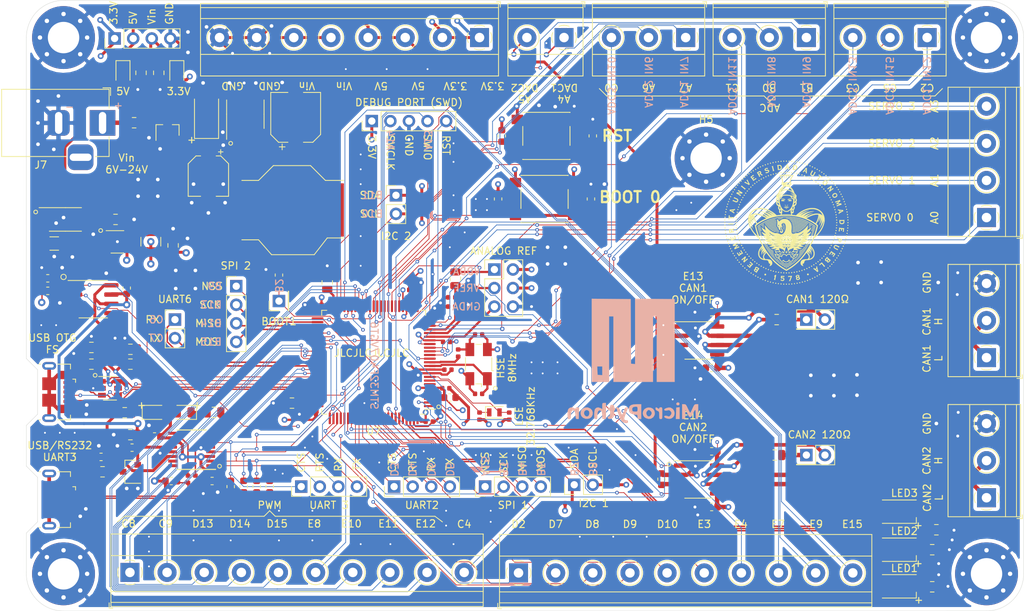
<source format=kicad_pcb>
(kicad_pcb (version 20171130) (host pcbnew "(5.1.6)-1")
  (layers (0 F.Cu signal) (1 In1.Cu power hide) (2 In2.Cu power hide) (31 B.Cu signal) (35 F.Paste user) (36 B.SilkS user) (37 F.SilkS user) (39 F.Mask user) (44 Edge.Cuts user))
  (net 0 "")
  (net 1 VBUS)
  (net 2 GND)
  (net 3 USB_OTG_VBUS)
  (net 4 D-)
  (net 5 D+)
  (net 6 "Net-(C6-Pad1)")
  (net 7 "Net-(C7-Pad1)")
  (net 8 +5V)
  (net 9 +3V3)
  (net 10 HSE_IN)
  (net 11 "Net-(C19-Pad1)")
  (net 12 OSC32_IN)
  (net 13 OSC32_OUT)
  (net 14 VS)
  (net 15 VPP)
  (net 16 RST)
  (net 17 BOOT0)
  (net 18 VREF)
  (net 19 "Net-(C34-Pad1)")
  (net 20 "Net-(C35-Pad1)")
  (net 21 "Net-(D1-Pad1)")
  (net 22 "Net-(D2-Pad1)")
  (net 23 "Net-(D3-Pad1)")
  (net 24 LED1)
  (net 25 LED2)
  (net 26 "Net-(D4-Pad1)")
  (net 27 "Net-(D5-Pad1)")
  (net 28 "Net-(D6-Pad1)")
  (net 29 "Net-(D7-Pad1)")
  (net 30 "Net-(D8-Pad1)")
  (net 31 LED3)
  (net 32 "Net-(FB1-Pad2)")
  (net 33 "Net-(FB2-Pad1)")
  (net 34 "Net-(FB3-Pad1)")
  (net 35 "Net-(FB3-Pad2)")
  (net 36 VDDA)
  (net 37 "Net-(J1-Pad6)")
  (net 38 "Net-(J1-Pad4)")
  (net 39 "Net-(J2-Pad6)")
  (net 40 USB_D-)
  (net 41 USB_OTG_ID_PIN)
  (net 42 CAN1-H)
  (net 43 CAN1-L)
  (net 44 CAN2-L)
  (net 45 CAN2-H)
  (net 46 "Net-(J5-Pad1)")
  (net 47 "Net-(J6-Pad1)")
  (net 48 "Net-(J7-Pad3)")
  (net 49 servo0)
  (net 50 servo1)
  (net 51 servo2)
  (net 52 servo3)
  (net 53 DAC1)
  (net 54 DAC2)
  (net 55 ADC1_IN7)
  (net 56 ADC2_IN6)
  (net 57 ACD3_IN10)
  (net 58 PC8)
  (net 59 PC9)
  (net 60 PD13)
  (net 61 PD14)
  (net 62 PD15)
  (net 63 PE8)
  (net 64 PE10)
  (net 65 PE11)
  (net 66 PE12)
  (net 67 ADC1_IN9)
  (net 68 ADC2_IN8)
  (net 69 ACD3_IN11)
  (net 70 ACD3_IN13)
  (net 71 ADC2_IN15)
  (net 72 ADC1_IN12)
  (net 73 GNDA)
  (net 74 PC4)
  (net 75 PD2)
  (net 76 PD7)
  (net 77 PD8)
  (net 78 PD9)
  (net 79 PD10)
  (net 80 PE3)
  (net 81 PE4)
  (net 82 PE7)
  (net 83 PE9)
  (net 84 PE15)
  (net 85 UART3_CTS)
  (net 86 UART3_RTS)
  (net 87 UART3_RX)
  (net 88 UART3_TX)
  (net 89 SWDIO)
  (net 90 SWCLK)
  (net 91 UART2_CTS)
  (net 92 UART2_RTS)
  (net 93 UART2_RX)
  (net 94 UART2_TX)
  (net 95 UART6_RX)
  (net 96 UART6_TX)
  (net 97 SPI1_MOSI)
  (net 98 SPI1_MISO)
  (net 99 SPI1_SCK)
  (net 100 SPI1_NSS)
  (net 101 SPI2_MOSI)
  (net 102 SPI2_MISO)
  (net 103 SPI2_SCK)
  (net 104 SPI2_NSS)
  (net 105 I2C1_SCL)
  (net 106 I2C1_SDA)
  (net 107 I2C2_SDA)
  (net 108 I2C2_SCL)
  (net 109 BOOT1)
  (net 110 "Net-(L2-Pad2)")
  (net 111 "Net-(R5-Pad2)")
  (net 112 "Net-(R6-Pad2)")
  (net 113 "Net-(R7-Pad2)")
  (net 114 "Net-(R8-Pad1)")
  (net 115 HSE_OUT)
  (net 116 PE13)
  (net 117 PE14)
  (net 118 "Net-(R20-Pad2)")
  (net 119 USB_VBUS_DETECT_PIN)
  (net 120 "Net-(U1-Pad15)")
  (net 121 "Net-(U1-Pad16)")
  (net 122 CAN1_TX)
  (net 123 CAN1_RX)
  (net 124 CAN2_RX)
  (net 125 CAN2_TX)
  (net 126 "Net-(U5-Pad1)")
  (net 127 "Net-(U7-Pad4)")
  (net 128 "Net-(U7-Pad5)")
  (net 129 "Net-(U7-Pad7)")
  (net 130 USB_OTG_FAULT)
  (net 131 USB_D+)
  (net 132 "Net-(U8-Pad5)")
  (net 133 "Net-(U8-Pad4)")
  (net 134 "Net-(U9-Pad5)")
  (net 135 "Net-(FB4-Pad2)")
  (net 136 PC12)
  (module custom:UPB2 (layer F.Cu) (at 77.068 91.926 180)
    (fp_text reference L1)
    (fp_text value 68u)
    (pad 1 smd rect (at -5.85 0 180) (size 2.3 7.3) (layers F.Cu F.Paste F.Mask) (net 15 VPP))
    (pad 2 smd rect (at 5.85 0 180) (size 2.3 7.3) (layers F.Cu F.Paste F.Mask) (net 29 "Net-(D7-Pad1)"))
  )
  (module KiCad:micropython (layer B.Cu) (at 123.6345 112.0775 180)
    (fp_text reference G*** hide)
    (fp_text value LOGO hide)
  )
  (module KiCad:buap-logo (layer F.Cu) (at 144.5895 93.6625)
    (fp_text reference G*** hide)
    (fp_text value LOGO hide)
  )
  (module Resistor_SMD:R_0603_1608Metric (layer F.Cu) (at 43.561 102.997 180)
    (fp_text reference R29)
    (fp_text value 10K)
    (pad 2 smd roundrect (at 0.7875 0 180) (size 0.875 0.95) (layers F.Cu F.Paste F.Mask) (net 9 +3V3))
    (pad 1 smd roundrect (at -0.7875 0 180) (size 0.875 0.95) (layers F.Cu F.Paste F.Mask) (net 130 USB_OTG_FAULT))
  )
  (module Resistor_SMD:R_0603_1608Metric (layer F.Cu) (at 43.561 101.2825)
    (fp_text reference R30)
    (fp_text value 10K)
    (pad 2 smd roundrect (at 0.7875 0) (size 0.875 0.95) (layers F.Cu F.Paste F.Mask) (net 136 PC12))
    (pad 1 smd roundrect (at -0.7875 0) (size 0.875 0.95) (layers F.Cu F.Paste F.Mask) (net 2 GND))
  )
  (module LED_SMD:LED_PLCC-2 (layer F.Cu) (at 159.9565 133.223 180)
    (fp_text reference D8)
    (fp_text value LED_Blue)
    (pad 1 smd rect (at -1.5 0 180) (size 1.5 2.6) (layers F.Cu F.Paste F.Mask) (net 30 "Net-(D8-Pad1)"))
    (pad 2 smd rect (at 1.5 0 180) (size 1.5 2.6) (layers F.Cu F.Paste F.Mask) (net 31 LED3))
  )
  (module LED_SMD:LED_PLCC-2 (layer F.Cu) (at 159.9565 143.4465 180)
    (fp_text reference D3)
    (fp_text value LED_Red)
    (pad 1 smd rect (at -1.5 0 180) (size 1.5 2.6) (layers F.Cu F.Paste F.Mask) (net 23 "Net-(D3-Pad1)"))
    (pad 2 smd rect (at 1.5 0 180) (size 1.5 2.6) (layers F.Cu F.Paste F.Mask) (net 24 LED1))
  )
  (module LED_SMD:LED_PLCC-2 (layer F.Cu) (at 159.9565 138.43 180)
    (fp_text reference D4)
    (fp_text value LED_Green)
    (pad 2 smd rect (at 1.5 0 180) (size 1.5 2.6) (layers F.Cu F.Paste F.Mask) (net 25 LED2))
    (pad 1 smd rect (at -1.5 0 180) (size 1.5 2.6) (layers F.Cu F.Paste F.Mask) (net 26 "Net-(D4-Pad1)"))
  )
  (module Connector_PinHeader_2.54mm:PinHeader_1x04_P2.54mm_Vertical (layer F.Cu) (at 52.705 68.453 90)
    (fp_text reference J17)
    (fp_text value Conn_01x04)
    (pad 4 thru_hole oval (at 0 7.62 90) (size 1.7 1.7) (drill 1) (layers *.Cu *.Mask) (net 2 GND))
    (pad 3 thru_hole oval (at 0 5.08 90) (size 1.7 1.7) (drill 1) (layers *.Cu *.Mask) (net 14 VS))
    (pad 2 thru_hole oval (at 0 2.54 90) (size 1.7 1.7) (drill 1) (layers *.Cu *.Mask) (net 8 +5V))
    (pad 1 thru_hole rect (at 0 0 90) (size 1.7 1.7) (drill 1) (layers *.Cu *.Mask) (net 9 +3V3))
  )
  (module TerminalBlock_Phoenix:TerminalBlock_Phoenix_MKDS-1,5-10-5.08_1x10_P5.08mm_Horizontal (layer F.Cu) (at 107.95 141.605)
    (fp_text reference J15)
    (fp_text value gpio)
    (pad 10 thru_hole circle (at 45.72 0) (size 2.6 2.6) (drill 1.3) (layers *.Cu *.Mask) (net 84 PE15))
    (pad 9 thru_hole circle (at 40.64 0) (size 2.6 2.6) (drill 1.3) (layers *.Cu *.Mask) (net 83 PE9))
    (pad 8 thru_hole circle (at 35.56 0) (size 2.6 2.6) (drill 1.3) (layers *.Cu *.Mask) (net 82 PE7))
    (pad 7 thru_hole circle (at 30.48 0) (size 2.6 2.6) (drill 1.3) (layers *.Cu *.Mask) (net 81 PE4))
    (pad 6 thru_hole circle (at 25.4 0) (size 2.6 2.6) (drill 1.3) (layers *.Cu *.Mask) (net 80 PE3))
    (pad 5 thru_hole circle (at 20.32 0) (size 2.6 2.6) (drill 1.3) (layers *.Cu *.Mask) (net 79 PD10))
    (pad 4 thru_hole circle (at 15.24 0) (size 2.6 2.6) (drill 1.3) (layers *.Cu *.Mask) (net 78 PD9))
    (pad 3 thru_hole circle (at 10.16 0) (size 2.6 2.6) (drill 1.3) (layers *.Cu *.Mask) (net 77 PD8))
    (pad 2 thru_hole circle (at 5.08 0) (size 2.6 2.6) (drill 1.3) (layers *.Cu *.Mask) (net 76 PD7))
    (pad 1 thru_hole rect (at 0 0) (size 2.6 2.6) (drill 1.3) (layers *.Cu *.Mask) (net 75 PD2))
  )
  (module TerminalBlock_Phoenix:TerminalBlock_Phoenix_MKDS-1,5-10-5.08_1x10_P5.08mm_Horizontal (layer F.Cu) (at 54.8005 141.5415)
    (fp_text reference J11)
    (fp_text value pwm)
    (pad 10 thru_hole circle (at 45.72 0) (size 2.6 2.6) (drill 1.3) (layers *.Cu *.Mask) (net 74 PC4))
    (pad 9 thru_hole circle (at 40.64 0) (size 2.6 2.6) (drill 1.3) (layers *.Cu *.Mask) (net 66 PE12))
    (pad 8 thru_hole circle (at 35.56 0) (size 2.6 2.6) (drill 1.3) (layers *.Cu *.Mask) (net 65 PE11))
    (pad 7 thru_hole circle (at 30.48 0) (size 2.6 2.6) (drill 1.3) (layers *.Cu *.Mask) (net 64 PE10))
    (pad 6 thru_hole circle (at 25.4 0) (size 2.6 2.6) (drill 1.3) (layers *.Cu *.Mask) (net 63 PE8))
    (pad 5 thru_hole circle (at 20.32 0) (size 2.6 2.6) (drill 1.3) (layers *.Cu *.Mask) (net 62 PD15))
    (pad 4 thru_hole circle (at 15.24 0) (size 2.6 2.6) (drill 1.3) (layers *.Cu *.Mask) (net 61 PD14))
    (pad 3 thru_hole circle (at 10.16 0) (size 2.6 2.6) (drill 1.3) (layers *.Cu *.Mask) (net 60 PD13))
    (pad 2 thru_hole circle (at 5.08 0) (size 2.6 2.6) (drill 1.3) (layers *.Cu *.Mask) (net 59 PC9))
    (pad 1 thru_hole rect (at 0 0) (size 2.6 2.6) (drill 1.3) (layers *.Cu *.Mask) (net 58 PC8))
  )
  (module TerminalBlock_Phoenix:TerminalBlock_Phoenix_MKDS-1,5-3-5.08_1x03_P5.08mm_Horizontal (layer F.Cu) (at 163.8375 68.326 180)
    (fp_text reference J13)
    (fp_text value ADC_IN3)
    (pad 3 thru_hole circle (at 10.16 0 180) (size 2.6 2.6) (drill 1.3) (layers *.Cu *.Mask) (net 70 ACD3_IN13))
    (pad 2 thru_hole circle (at 5.08 0 180) (size 2.6 2.6) (drill 1.3) (layers *.Cu *.Mask) (net 71 ADC2_IN15))
    (pad 1 thru_hole rect (at 0 0 180) (size 2.6 2.6) (drill 1.3) (layers *.Cu *.Mask) (net 72 ADC1_IN12))
  )
  (module TerminalBlock_Phoenix:TerminalBlock_Phoenix_MKDS-1,5-4-5.08_1x04_P5.08mm_Horizontal (layer F.Cu) (at 171.958 92.964 90)
    (fp_text reference J8)
    (fp_text value servos)
    (pad 1 thru_hole rect (at 0 0 90) (size 2.6 2.6) (drill 1.3) (layers *.Cu *.Mask) (net 49 servo0))
    (pad 2 thru_hole circle (at 5.08 0 90) (size 2.6 2.6) (drill 1.3) (layers *.Cu *.Mask) (net 50 servo1))
    (pad 3 thru_hole circle (at 10.16 0 90) (size 2.6 2.6) (drill 1.3) (layers *.Cu *.Mask) (net 51 servo2))
    (pad 4 thru_hole circle (at 15.24 0 90) (size 2.6 2.6) (drill 1.3) (layers *.Cu *.Mask) (net 52 servo3))
  )
  (module MountingHole:MountingHole_4.3mm_M4_Pad_Via (layer F.Cu) (at 133.604 84.836)
    (fp_text reference H5 (at 0 -5.3) (layer F.SilkS))
    (fp_text value MountingHole_Pad)
    (pad 1 thru_hole circle (at 2.280419 -2.280419) (size 0.9 0.9) (drill 0.6) (layers *.Cu *.Mask) (net 2 GND))
    (pad 1 thru_hole circle (at 0 -3.225) (size 0.9 0.9) (drill 0.6) (layers *.Cu *.Mask) (net 2 GND))
    (pad 1 thru_hole circle (at -2.280419 -2.280419) (size 0.9 0.9) (drill 0.6) (layers *.Cu *.Mask) (net 2 GND))
    (pad 1 thru_hole circle (at -3.225 0) (size 0.9 0.9) (drill 0.6) (layers *.Cu *.Mask) (net 2 GND))
    (pad 1 thru_hole circle (at -2.280419 2.280419) (size 0.9 0.9) (drill 0.6) (layers *.Cu *.Mask) (net 2 GND))
    (pad 1 thru_hole circle (at 0 3.225) (size 0.9 0.9) (drill 0.6) (layers *.Cu *.Mask) (net 2 GND))
    (pad 1 thru_hole circle (at 2.280419 2.280419) (size 0.9 0.9) (drill 0.6) (layers *.Cu *.Mask) (net 2 GND))
    (pad 1 thru_hole circle (at 3.225 0) (size 0.9 0.9) (drill 0.6) (layers *.Cu *.Mask) (net 2 GND))
    (pad 1 thru_hole circle (at 0 0) (size 8.6 8.6) (drill 4.3) (layers *.Cu *.Mask) (net 2 GND))
  )
  (module Package_QFP:LQFP-100_14x14mm_P0.5mm (layer F.Cu) (at 88.138 112.776 180)
    (fp_text reference U7 (at 0 -9.42) (layer F.SilkS))
    (fp_text value STM32F407VGT6)
    (pad 1 smd roundrect (at -7.675 -6 180) (size 1.6 0.3) (layers F.Cu F.Paste F.Mask) (net 31 LED3))
    (pad 2 smd roundrect (at -7.675 -5.5 180) (size 1.6 0.3) (layers F.Cu F.Paste F.Mask) (net 80 PE3))
    (pad 3 smd roundrect (at -7.675 -5 180) (size 1.6 0.3) (layers F.Cu F.Paste F.Mask) (net 81 PE4))
    (pad 4 smd roundrect (at -7.675 -4.5 180) (size 1.6 0.3) (layers F.Cu F.Paste F.Mask) (net 127 "Net-(U7-Pad4)"))
    (pad 5 smd roundrect (at -7.675 -4 180) (size 1.6 0.3) (layers F.Cu F.Paste F.Mask) (net 128 "Net-(U7-Pad5)"))
    (pad 6 smd roundrect (at -7.675 -3.5 180) (size 1.6 0.3) (layers F.Cu F.Paste F.Mask) (net 9 +3V3))
    (pad 7 smd roundrect (at -7.675 -3 180) (size 1.6 0.3) (layers F.Cu F.Paste F.Mask) (net 129 "Net-(U7-Pad7)"))
    (pad 8 smd roundrect (at -7.675 -2.5 180) (size 1.6 0.3) (layers F.Cu F.Paste F.Mask) (net 12 OSC32_IN))
    (pad 9 smd roundrect (at -7.675 -2 180) (size 1.6 0.3) (layers F.Cu F.Paste F.Mask) (net 13 OSC32_OUT))
    (pad 10 smd roundrect (at -7.675 -1.5 180) (size 1.6 0.3) (layers F.Cu F.Paste F.Mask) (net 2 GND))
    (pad 11 smd roundrect (at -7.675 -1 180) (size 1.6 0.3) (layers F.Cu F.Paste F.Mask) (net 9 +3V3))
    (pad 12 smd roundrect (at -7.675 -0.5 180) (size 1.6 0.3) (layers F.Cu F.Paste F.Mask) (net 10 HSE_IN))
    (pad 13 smd roundrect (at -7.675 0 180) (size 1.6 0.3) (layers F.Cu F.Paste F.Mask) (net 115 HSE_OUT))
    (pad 14 smd roundrect (at -7.675 0.5 180) (size 1.6 0.3) (layers F.Cu F.Paste F.Mask) (net 16 RST))
    (pad 15 smd roundrect (at -7.675 1 180) (size 1.6 0.3) (layers F.Cu F.Paste F.Mask) (net 57 ACD3_IN10))
    (pad 16 smd roundrect (at -7.675 1.5 180) (size 1.6 0.3) (layers F.Cu F.Paste F.Mask) (net 69 ACD3_IN11))
    (pad 17 smd roundrect (at -7.675 2 180) (size 1.6 0.3) (layers F.Cu F.Paste F.Mask) (net 72 ADC1_IN12))
    (pad 18 smd roundrect (at -7.675 2.5 180) (size 1.6 0.3) (layers F.Cu F.Paste F.Mask) (net 70 ACD3_IN13))
    (pad 19 smd roundrect (at -7.675 3 180) (size 1.6 0.3) (layers F.Cu F.Paste F.Mask) (net 9 +3V3))
    (pad 20 smd roundrect (at -7.675 3.5 180) (size 1.6 0.3) (layers F.Cu F.Paste F.Mask) (net 73 GNDA))
    (pad 21 smd roundrect (at -7.675 4 180) (size 1.6 0.3) (layers F.Cu F.Paste F.Mask) (net 18 VREF))
    (pad 22 smd roundrect (at -7.675 4.5 180) (size 1.6 0.3) (layers F.Cu F.Paste F.Mask) (net 36 VDDA))
    (pad 23 smd roundrect (at -7.675 5 180) (size 1.6 0.3) (layers F.Cu F.Paste F.Mask) (net 49 servo0))
    (pad 24 smd roundrect (at -7.675 5.5 180) (size 1.6 0.3) (layers F.Cu F.Paste F.Mask) (net 50 servo1))
    (pad 25 smd roundrect (at -7.675 6 180) (size 1.6 0.3) (layers F.Cu F.Paste F.Mask) (net 51 servo2))
    (pad 26 smd roundrect (at -6 7.675 180) (size 0.3 1.6) (layers F.Cu F.Paste F.Mask) (net 52 servo3))
    (pad 27 smd roundrect (at -5.5 7.675 180) (size 0.3 1.6) (layers F.Cu F.Paste F.Mask) (net 2 GND))
    (pad 28 smd roundrect (at -5 7.675 180) (size 0.3 1.6) (layers F.Cu F.Paste F.Mask) (net 9 +3V3))
    (pad 29 smd roundrect (at -4.5 7.675 180) (size 0.3 1.6) (layers F.Cu F.Paste F.Mask) (net 53 DAC1))
    (pad 30 smd roundrect (at -4 7.675 180) (size 0.3 1.6) (layers F.Cu F.Paste F.Mask) (net 54 DAC2))
    (pad 31 smd roundrect (at -3.5 7.675 180) (size 0.3 1.6) (layers F.Cu F.Paste F.Mask) (net 56 ADC2_IN6))
    (pad 32 smd roundrect (at -3 7.675 180) (size 0.3 1.6) (layers F.Cu F.Paste F.Mask) (net 55 ADC1_IN7))
    (pad 33 smd roundrect (at -2.5 7.675 180) (size 0.3 1.6) (layers F.Cu F.Paste F.Mask) (net 74 PC4))
    (pad 34 smd roundrect (at -2 7.675 180) (size 0.3 1.6) (layers F.Cu F.Paste F.Mask) (net 71 ADC2_IN15))
    (pad 35 smd roundrect (at -1.5 7.675 180) (size 0.3 1.6) (layers F.Cu F.Paste F.Mask) (net 68 ADC2_IN8))
    (pad 36 smd roundrect (at -1 7.675 180) (size 0.3 1.6) (layers F.Cu F.Paste F.Mask) (net 67 ADC1_IN9))
    (pad 37 smd roundrect (at -0.5 7.675 180) (size 0.3 1.6) (layers F.Cu F.Paste F.Mask) (net 109 BOOT1))
    (pad 38 smd roundrect (at 0 7.675 180) (size 0.3 1.6) (layers F.Cu F.Paste F.Mask) (net 82 PE7))
    (pad 39 smd roundrect (at 0.5 7.675 180) (size 0.3 1.6) (layers F.Cu F.Paste F.Mask) (net 63 PE8))
    (pad 40 smd roundrect (at 1 7.675 180) (size 0.3 1.6) (layers F.Cu F.Paste F.Mask) (net 83 PE9))
    (pad 41 smd roundrect (at 1.5 7.675 180) (size 0.3 1.6) (layers F.Cu F.Paste F.Mask) (net 64 PE10))
    (pad 42 smd roundrect (at 2 7.675 180) (size 0.3 1.6) (layers F.Cu F.Paste F.Mask) (net 65 PE11))
    (pad 43 smd roundrect (at 2.5 7.675 180) (size 0.3 1.6) (layers F.Cu F.Paste F.Mask) (net 66 PE12))
    (pad 44 smd roundrect (at 3 7.675 180) (size 0.3 1.6) (layers F.Cu F.Paste F.Mask) (net 116 PE13))
    (pad 45 smd roundrect (at 3.5 7.675 180) (size 0.3 1.6) (layers F.Cu F.Paste F.Mask) (net 117 PE14))
    (pad 46 smd roundrect (at 4 7.675 180) (size 0.3 1.6) (layers F.Cu F.Paste F.Mask) (net 84 PE15))
    (pad 47 smd roundrect (at 4.5 7.675 180) (size 0.3 1.6) (layers F.Cu F.Paste F.Mask) (net 108 I2C2_SCL))
    (pad 48 smd roundrect (at 5 7.675 180) (size 0.3 1.6) (layers F.Cu F.Paste F.Mask) (net 107 I2C2_SDA))
    (pad 49 smd roundrect (at 5.5 7.675 180) (size 0.3 1.6) (layers F.Cu F.Paste F.Mask) (net 19 "Net-(C34-Pad1)"))
    (pad 50 smd roundrect (at 6 7.675 180) (size 0.3 1.6) (layers F.Cu F.Paste F.Mask) (net 9 +3V3))
    (pad 51 smd roundrect (at 7.675 6 180) (size 1.6 0.3) (layers F.Cu F.Paste F.Mask) (net 124 CAN2_RX))
    (pad 52 smd roundrect (at 7.675 5.5 180) (size 1.6 0.3) (layers F.Cu F.Paste F.Mask) (net 103 SPI2_SCK))
    (pad 53 smd roundrect (at 7.675 5 180) (size 1.6 0.3) (layers F.Cu F.Paste F.Mask) (net 102 SPI2_MISO))
    (pad 54 smd roundrect (at 7.675 4.5 180) (size 1.6 0.3) (layers F.Cu F.Paste F.Mask) (net 101 SPI2_MOSI))
    (pad 55 smd roundrect (at 7.675 4 180) (size 1.6 0.3) (layers F.Cu F.Paste F.Mask) (net 77 PD8))
    (pad 56 smd roundrect (at 7.675 3.5 180) (size 1.6 0.3) (layers F.Cu F.Paste F.Mask) (net 78 PD9))
    (pad 57 smd roundrect (at 7.675 3 180) (size 1.6 0.3) (layers F.Cu F.Paste F.Mask) (net 79 PD10))
    (pad 58 smd roundrect (at 7.675 2.5 180) (size 1.6 0.3) (layers F.Cu F.Paste F.Mask) (net 85 UART3_CTS))
    (pad 59 smd roundrect (at 7.675 2 180) (size 1.6 0.3) (layers F.Cu F.Paste F.Mask) (net 86 UART3_RTS))
    (pad 60 smd roundrect (at 7.675 1.5 180) (size 1.6 0.3) (layers F.Cu F.Paste F.Mask) (net 60 PD13))
    (pad 61 smd roundrect (at 7.675 1 180) (size 1.6 0.3) (layers F.Cu F.Paste F.Mask) (net 61 PD14))
    (pad 62 smd roundrect (at 7.675 0.5 180) (size 1.6 0.3) (layers F.Cu F.Paste F.Mask) (net 62 PD15))
    (pad 63 smd roundrect (at 7.675 0 180) (size 1.6 0.3) (layers F.Cu F.Paste F.Mask) (net 96 UART6_TX))
    (pad 64 smd roundrect (at 7.675 -0.5 180) (size 1.6 0.3) (layers F.Cu F.Paste F.Mask) (net 95 UART6_RX))
    (pad 65 smd roundrect (at 7.675 -1 180) (size 1.6 0.3) (layers F.Cu F.Paste F.Mask) (net 58 PC8))
    (pad 66 smd roundrect (at 7.675 -1.5 180) (size 1.6 0.3) (layers F.Cu F.Paste F.Mask) (net 59 PC9))
    (pad 67 smd roundrect (at 7.675 -2 180) (size 1.6 0.3) (layers F.Cu F.Paste F.Mask) (net 130 USB_OTG_FAULT))
    (pad 68 smd roundrect (at 7.675 -2.5 180) (size 1.6 0.3) (layers F.Cu F.Paste F.Mask) (net 119 USB_VBUS_DETECT_PIN))
    (pad 69 smd roundrect (at 7.675 -3 180) (size 1.6 0.3) (layers F.Cu F.Paste F.Mask) (net 41 USB_OTG_ID_PIN))
    (pad 70 smd roundrect (at 7.675 -3.5 180) (size 1.6 0.3) (layers F.Cu F.Paste F.Mask) (net 40 USB_D-))
    (pad 71 smd roundrect (at 7.675 -4 180) (size 1.6 0.3) (layers F.Cu F.Paste F.Mask) (net 131 USB_D+))
    (pad 72 smd roundrect (at 7.675 -4.5 180) (size 1.6 0.3) (layers F.Cu F.Paste F.Mask) (net 89 SWDIO))
    (pad 73 smd roundrect (at 7.675 -5 180) (size 1.6 0.3) (layers F.Cu F.Paste F.Mask) (net 20 "Net-(C35-Pad1)"))
    (pad 74 smd roundrect (at 7.675 -5.5 180) (size 1.6 0.3) (layers F.Cu F.Paste F.Mask) (net 2 GND))
    (pad 75 smd roundrect (at 7.675 -6 180) (size 1.6 0.3) (layers F.Cu F.Paste F.Mask) (net 9 +3V3))
    (pad 76 smd roundrect (at 6 -7.675 180) (size 0.3 1.6) (layers F.Cu F.Paste F.Mask) (net 90 SWCLK))
    (pad 77 smd roundrect (at 5.5 -7.675 180) (size 0.3 1.6) (layers F.Cu F.Paste F.Mask) (net 100 SPI1_NSS))
    (pad 78 smd roundrect (at 5 -7.675 180) (size 0.3 1.6) (layers F.Cu F.Paste F.Mask) (net 88 UART3_TX))
    (pad 79 smd roundrect (at 4.5 -7.675 180) (size 0.3 1.6) (layers F.Cu F.Paste F.Mask) (net 87 UART3_RX))
    (pad 80 smd roundrect (at 4 -7.675 180) (size 0.3 1.6) (layers F.Cu F.Paste F.Mask) (net 136 PC12))
    (pad 81 smd roundrect (at 3.5 -7.675 180) (size 0.3 1.6) (layers F.Cu F.Paste F.Mask) (net 123 CAN1_RX))
    (pad 82 smd roundrect (at 3 -7.675 180) (size 0.3 1.6) (layers F.Cu F.Paste F.Mask) (net 122 CAN1_TX))
    (pad 83 smd roundrect (at 2.5 -7.675 180) (size 0.3 1.6) (layers F.Cu F.Paste F.Mask) (net 75 PD2))
    (pad 84 smd roundrect (at 2 -7.675 180) (size 0.3 1.6) (layers F.Cu F.Paste F.Mask) (net 91 UART2_CTS))
    (pad 85 smd roundrect (at 1.5 -7.675 180) (size 0.3 1.6) (layers F.Cu F.Paste F.Mask) (net 92 UART2_RTS))
    (pad 86 smd roundrect (at 1 -7.675 180) (size 0.3 1.6) (layers F.Cu F.Paste F.Mask) (net 94 UART2_TX))
    (pad 87 smd roundrect (at 0.5 -7.675 180) (size 0.3 1.6) (layers F.Cu F.Paste F.Mask) (net 93 UART2_RX))
    (pad 88 smd roundrect (at 0 -7.675 180) (size 0.3 1.6) (layers F.Cu F.Paste F.Mask) (net 76 PD7))
    (pad 89 smd roundrect (at -0.5 -7.675 180) (size 0.3 1.6) (layers F.Cu F.Paste F.Mask) (net 99 SPI1_SCK))
    (pad 90 smd roundrect (at -1 -7.675 180) (size 0.3 1.6) (layers F.Cu F.Paste F.Mask) (net 98 SPI1_MISO))
    (pad 91 smd roundrect (at -1.5 -7.675 180) (size 0.3 1.6) (layers F.Cu F.Paste F.Mask) (net 97 SPI1_MOSI))
    (pad 92 smd roundrect (at -2 -7.675 180) (size 0.3 1.6) (layers F.Cu F.Paste F.Mask) (net 125 CAN2_TX))
    (pad 93 smd roundrect (at -2.5 -7.675 180) (size 0.3 1.6) (layers F.Cu F.Paste F.Mask) (net 106 I2C1_SDA))
    (pad 94 smd roundrect (at -3 -7.675 180) (size 0.3 1.6) (layers F.Cu F.Paste F.Mask) (net 17 BOOT0))
    (pad 95 smd roundrect (at -3.5 -7.675 180) (size 0.3 1.6) (layers F.Cu F.Paste F.Mask) (net 105 I2C1_SCL))
    (pad 96 smd roundrect (at -4 -7.675 180) (size 0.3 1.6) (layers F.Cu F.Paste F.Mask) (net 104 SPI2_NSS))
    (pad 97 smd roundrect (at -4.5 -7.675 180) (size 0.3 1.6) (layers F.Cu F.Paste F.Mask) (net 24 LED1))
    (pad 98 smd roundrect (at -5 -7.675 180) (size 0.3 1.6) (layers F.Cu F.Paste F.Mask) (net 25 LED2))
    (pad 99 smd roundrect (at -5.5 -7.675 180) (size 0.3 1.6) (layers F.Cu F.Paste F.Mask) (net 2 GND))
    (pad 100 smd roundrect (at -6 -7.675 180) (size 0.3 1.6) (layers F.Cu F.Paste F.Mask) (net 9 +3V3))
  )
  (module Resistor_SMD:R_0402_1005Metric (layer F.Cu) (at 121.031 129.54)
    (fp_text reference R25)
    (fp_text value 4.7K)
    (pad 1 smd roundrect (at -0.485 0) (size 0.59 0.64) (layers F.Cu F.Paste F.Mask) (net 105 I2C1_SCL))
    (pad 2 smd roundrect (at 0.485 0) (size 0.59 0.64) (layers F.Cu F.Paste F.Mask) (net 9 +3V3))
  )
  (module Resistor_SMD:R_0805_2012Metric (layer F.Cu) (at 54.864 113.03 180)
    (fp_text reference R22)
    (fp_text value 470)
    (pad 1 smd roundrect (at -0.9375 0 180) (size 0.975 1.4) (layers F.Cu F.Paste F.Mask) (net 119 USB_VBUS_DETECT_PIN))
    (pad 2 smd roundrect (at 0.9375 0 180) (size 0.975 1.4) (layers F.Cu F.Paste F.Mask) (net 3 USB_OTG_VBUS))
  )
  (module Package_SO:SSOP-16_3.9x4.9mm_P0.635mm (layer F.Cu) (at 63.246 124.714 180)
    (fp_text reference U1)
    (fp_text value FT230XS)
    (pad 1 smd rect (at -2.6 -2.2225 180) (size 1.2 0.4) (layers F.Cu F.Paste F.Mask) (net 88 UART3_TX))
    (pad 2 smd rect (at -2.6 -1.5875 180) (size 1.2 0.4) (layers F.Cu F.Paste F.Mask) (net 86 UART3_RTS))
    (pad 3 smd rect (at -2.6 -0.9525 180) (size 1.2 0.4) (layers F.Cu F.Paste F.Mask) (net 7 "Net-(C7-Pad1)"))
    (pad 4 smd rect (at -2.6 -0.3175 180) (size 1.2 0.4) (layers F.Cu F.Paste F.Mask) (net 87 UART3_RX))
    (pad 5 smd rect (at -2.6 0.3175 180) (size 1.2 0.4) (layers F.Cu F.Paste F.Mask) (net 2 GND))
    (pad 6 smd rect (at -2.6 0.9525 180) (size 1.2 0.4) (layers F.Cu F.Paste F.Mask) (net 85 UART3_CTS))
    (pad 7 smd rect (at -2.6 1.5875 180) (size 1.2 0.4) (layers F.Cu F.Paste F.Mask) (net 114 "Net-(R8-Pad1)"))
    (pad 8 smd rect (at -2.6 2.2225 180) (size 1.2 0.4) (layers F.Cu F.Paste F.Mask) (net 112 "Net-(R6-Pad2)"))
    (pad 9 smd rect (at 2.6 2.2225 180) (size 1.2 0.4) (layers F.Cu F.Paste F.Mask) (net 111 "Net-(R5-Pad2)"))
    (pad 10 smd rect (at 2.6 1.5875 180) (size 1.2 0.4) (layers F.Cu F.Paste F.Mask) (net 7 "Net-(C7-Pad1)"))
    (pad 11 smd rect (at 2.6 0.9525 180) (size 1.2 0.4) (layers F.Cu F.Paste F.Mask) (net 7 "Net-(C7-Pad1)"))
    (pad 12 smd rect (at 2.6 0.3175 180) (size 1.2 0.4) (layers F.Cu F.Paste F.Mask) (net 1 VBUS))
    (pad 13 smd rect (at 2.6 -0.3175 180) (size 1.2 0.4) (layers F.Cu F.Paste F.Mask) (net 2 GND))
    (pad 14 smd rect (at 2.6 -0.9525 180) (size 1.2 0.4) (layers F.Cu F.Paste F.Mask) (net 113 "Net-(R7-Pad2)"))
    (pad 15 smd rect (at 2.6 -1.5875 180) (size 1.2 0.4) (layers F.Cu F.Paste F.Mask) (net 120 "Net-(U1-Pad15)"))
    (pad 16 smd rect (at 2.6 -2.2225 180) (size 1.2 0.4) (layers F.Cu F.Paste F.Mask) (net 121 "Net-(U1-Pad16)"))
  )
  (module Connector_USB:USB_Micro-B_GCT_USB3076-30-A (layer F.Cu) (at 44.958 131.572 270)
    (fp_text reference J1)
    (fp_text value USB_B_Micro)
    (pad 6 smd rect (at -2.32 -1.03 270) (size 1.15 1.45) (layers F.Cu F.Paste F.Mask) (net 37 "Net-(J1-Pad6)"))
    (pad 6 smd rect (at 2.32 -1.03 270) (size 1.15 1.45) (layers F.Cu F.Paste F.Mask) (net 37 "Net-(J1-Pad6)"))
    (pad 6 thru_hole oval (at 3.575 1.2 270) (size 1.05 1.9) (drill oval 0.45 1.25) (layers *.Cu *.Mask) (net 37 "Net-(J1-Pad6)"))
    (pad 6 thru_hole oval (at -3.575 1.2 90) (size 1.05 1.9) (drill oval 0.45 1.25) (layers *.Cu *.Mask) (net 37 "Net-(J1-Pad6)"))
    (pad 6 smd rect (at -1.125 1.2 270) (size 1.75 1.9) (layers F.Cu F.Paste F.Mask) (net 37 "Net-(J1-Pad6)"))
    (pad 3 smd rect (at 0 -1.45 270) (size 0.4 1.4) (layers F.Cu F.Paste F.Mask) (net 5 D+))
    (pad 4 smd rect (at 0.65 -1.45 270) (size 0.4 1.4) (layers F.Cu F.Paste F.Mask) (net 38 "Net-(J1-Pad4)"))
    (pad 5 smd rect (at 1.3 -1.45 270) (size 0.4 1.4) (layers F.Cu F.Paste F.Mask) (net 2 GND))
    (pad 1 smd rect (at -1.3 -1.45 270) (size 0.4 1.4) (layers F.Cu F.Paste F.Mask) (net 6 "Net-(C6-Pad1)"))
    (pad 2 smd rect (at -0.65 -1.45 270) (size 0.4 1.4) (layers F.Cu F.Paste F.Mask) (net 4 D-))
    (pad 6 smd rect (at 1.125 1.2 270) (size 1.75 1.9) (layers F.Cu F.Paste F.Mask) (net 37 "Net-(J1-Pad6)"))
  )
  (module Diode_SMD:D_SMA (layer F.Cu) (at 65.278 78.74 90)
    (fp_text reference D7)
    (fp_text value B260A)
    (pad 1 smd rect (at -2 0 90) (size 2.5 1.8) (layers F.Cu F.Paste F.Mask) (net 29 "Net-(D7-Pad1)"))
    (pad 2 smd rect (at 2 0 90) (size 2.5 1.8) (layers F.Cu F.Paste F.Mask) (net 2 GND))
  )
  (module Capacitor_SMD:C_0603_1608Metric (layer F.Cu) (at 55.0925 124.46 180)
    (fp_text reference C1)
    (fp_text value 100n)
    (pad 1 smd roundrect (at -0.7875 0 180) (size 0.875 0.95) (layers F.Cu F.Paste F.Mask) (net 1 VBUS))
    (pad 2 smd roundrect (at 0.7875 0 180) (size 0.875 0.95) (layers F.Cu F.Paste F.Mask) (net 2 GND))
  )
  (module Capacitor_SMD:C_0805_2012Metric (layer F.Cu) (at 54.864 122.682 180)
    (fp_text reference C2)
    (fp_text value 4.7u)
    (pad 1 smd roundrect (at -0.9375 0 180) (size 0.975 1.4) (layers F.Cu F.Paste F.Mask) (net 1 VBUS))
    (pad 2 smd roundrect (at 0.9375 0 180) (size 0.975 1.4) (layers F.Cu F.Paste F.Mask) (net 2 GND))
  )
  (module Capacitor_SMD:C_0805_2012Metric (layer F.Cu) (at 49.53 110.744 180)
    (fp_text reference C3)
    (fp_text value 4.7u)
    (pad 2 smd roundrect (at 0.9375 0 180) (size 0.975 1.4) (layers F.Cu F.Paste F.Mask) (net 2 GND))
    (pad 1 smd roundrect (at -0.9375 0 180) (size 0.975 1.4) (layers F.Cu F.Paste F.Mask) (net 3 USB_OTG_VBUS))
  )
  (module Capacitor_SMD:C_0603_1608Metric (layer F.Cu) (at 60.452 129.032 180)
    (fp_text reference C4)
    (fp_text value 47p)
    (pad 2 smd roundrect (at 0.7875 0 180) (size 0.875 0.95) (layers F.Cu F.Paste F.Mask) (net 2 GND))
    (pad 1 smd roundrect (at -0.7875 0 180) (size 0.875 0.95) (layers F.Cu F.Paste F.Mask) (net 4 D-))
  )
  (module Capacitor_SMD:C_0603_1608Metric (layer F.Cu) (at 66.04 129.032)
    (fp_text reference C5)
    (fp_text value 47p)
    (pad 1 smd roundrect (at -0.7875 0) (size 0.875 0.95) (layers F.Cu F.Paste F.Mask) (net 5 D+))
    (pad 2 smd roundrect (at 0.7875 0) (size 0.875 0.95) (layers F.Cu F.Paste F.Mask) (net 2 GND))
  )
  (module Capacitor_SMD:C_0603_1608Metric (layer F.Cu) (at 50.854 125.73)
    (fp_text reference C6)
    (fp_text value 10n)
    (pad 2 smd roundrect (at 0.7875 0) (size 0.875 0.95) (layers F.Cu F.Paste F.Mask) (net 2 GND))
    (pad 1 smd roundrect (at -0.7875 0) (size 0.875 0.95) (layers F.Cu F.Paste F.Mask) (net 6 "Net-(C6-Pad1)"))
  )
  (module Capacitor_SMD:C_0603_1608Metric (layer F.Cu) (at 58.166 122.936 180)
    (fp_text reference C7)
    (fp_text value 100n)
    (pad 1 smd roundrect (at -0.7875 0 180) (size 0.875 0.95) (layers F.Cu F.Paste F.Mask) (net 7 "Net-(C7-Pad1)"))
    (pad 2 smd roundrect (at 0.7875 0 180) (size 0.875 0.95) (layers F.Cu F.Paste F.Mask) (net 2 GND))
  )
  (module Capacitor_SMD:C_0603_1608Metric (layer F.Cu) (at 127.762 109.728 90)
    (fp_text reference C8)
    (fp_text value 100n)
    (pad 1 smd roundrect (at -0.7875 0 90) (size 0.875 0.95) (layers F.Cu F.Paste F.Mask) (net 8 +5V))
    (pad 2 smd roundrect (at 0.7875 0 90) (size 0.875 0.95) (layers F.Cu F.Paste F.Mask) (net 2 GND))
  )
  (module Capacitor_SMD:C_0603_1608Metric (layer F.Cu) (at 134.366 113.538 180)
    (fp_text reference C9)
    (fp_text value 100n)
    (pad 1 smd roundrect (at -0.7875 0 180) (size 0.875 0.95) (layers F.Cu F.Paste F.Mask) (net 9 +3V3))
    (pad 2 smd roundrect (at 0.7875 0 180) (size 0.875 0.95) (layers F.Cu F.Paste F.Mask) (net 2 GND))
  )
  (module Capacitor_SMD:C_0603_1608Metric (layer F.Cu) (at 98.552 117.602)
    (fp_text reference C10)
    (fp_text value 10u)
    (pad 1 smd roundrect (at -0.7875 0) (size 0.875 0.95) (layers F.Cu F.Paste F.Mask) (net 9 +3V3))
    (pad 2 smd roundrect (at 0.7875 0) (size 0.875 0.95) (layers F.Cu F.Paste F.Mask) (net 2 GND))
  )
  (module Capacitor_SMD:C_0402_1005Metric (layer F.Cu) (at 98.298 113.792)
    (fp_text reference C11)
    (fp_text value 100n)
    (pad 1 smd roundrect (at -0.485 0) (size 0.59 0.64) (layers F.Cu F.Paste F.Mask) (net 9 +3V3))
    (pad 2 smd roundrect (at 0.485 0) (size 0.59 0.64) (layers F.Cu F.Paste F.Mask) (net 2 GND))
  )
  (module Capacitor_SMD:C_0402_1005Metric (layer F.Cu) (at 98.1075 109.982)
    (fp_text reference C12)
    (fp_text value 100n)
    (pad 2 smd roundrect (at 0.485 0) (size 0.59 0.64) (layers F.Cu F.Paste F.Mask) (net 2 GND))
    (pad 1 smd roundrect (at -0.485 0) (size 0.59 0.64) (layers F.Cu F.Paste F.Mask) (net 9 +3V3))
  )
  (module Capacitor_SMD:C_0402_1005Metric (layer F.Cu) (at 93.472 102.87)
    (fp_text reference C13)
    (fp_text value 100n)
    (pad 1 smd roundrect (at -0.485 0) (size 0.59 0.64) (layers F.Cu F.Paste F.Mask) (net 9 +3V3))
    (pad 2 smd roundrect (at 0.485 0) (size 0.59 0.64) (layers F.Cu F.Paste F.Mask) (net 2 GND))
  )
  (module Capacitor_SMD:C_0402_1005Metric (layer F.Cu) (at 80.518 104.902 180)
    (fp_text reference C14)
    (fp_text value 100n)
    (pad 2 smd roundrect (at 0.485 0 180) (size 0.59 0.64) (layers F.Cu F.Paste F.Mask) (net 2 GND))
    (pad 1 smd roundrect (at -0.485 0 180) (size 0.59 0.64) (layers F.Cu F.Paste F.Mask) (net 9 +3V3))
  )
  (module Capacitor_SMD:C_0402_1005Metric (layer F.Cu) (at 79.756 119.888 180)
    (fp_text reference C15)
    (fp_text value 100n)
    (pad 1 smd roundrect (at -0.485 0 180) (size 0.59 0.64) (layers F.Cu F.Paste F.Mask) (net 9 +3V3))
    (pad 2 smd roundrect (at 0.485 0 180) (size 0.59 0.64) (layers F.Cu F.Paste F.Mask) (net 2 GND))
  )
  (module Capacitor_SMD:C_0402_1005Metric (layer F.Cu) (at 98.002 116.332)
    (fp_text reference C16)
    (fp_text value 100n)
    (pad 1 smd roundrect (at -0.485 0) (size 0.59 0.64) (layers F.Cu F.Paste F.Mask) (net 9 +3V3))
    (pad 2 smd roundrect (at 0.485 0) (size 0.59 0.64) (layers F.Cu F.Paste F.Mask) (net 2 GND))
  )
  (module Capacitor_SMD:C_0402_1005Metric (layer F.Cu) (at 95.735 120.904)
    (fp_text reference C17)
    (fp_text value 100n)
    (pad 2 smd roundrect (at 0.485 0) (size 0.59 0.64) (layers F.Cu F.Paste F.Mask) (net 2 GND))
    (pad 1 smd roundrect (at -0.485 0) (size 0.59 0.64) (layers F.Cu F.Paste F.Mask) (net 9 +3V3))
  )
  (module Capacitor_SMD:C_0402_1005Metric (layer F.Cu) (at 102.489 117.094 180)
    (fp_text reference C18)
    (fp_text value 10p)
    (pad 1 smd roundrect (at -0.485 0 180) (size 0.59 0.64) (layers F.Cu F.Paste F.Mask) (net 10 HSE_IN))
    (pad 2 smd roundrect (at 0.485 0 180) (size 0.59 0.64) (layers F.Cu F.Paste F.Mask) (net 2 GND))
  )
  (module Capacitor_SMD:C_0402_1005Metric (layer F.Cu) (at 102.489 108.966)
    (fp_text reference C19)
    (fp_text value 10p)
    (pad 2 smd roundrect (at 0.485 0) (size 0.59 0.64) (layers F.Cu F.Paste F.Mask) (net 2 GND))
    (pad 1 smd roundrect (at -0.485 0) (size 0.59 0.64) (layers F.Cu F.Paste F.Mask) (net 11 "Net-(C19-Pad1)"))
  )
  (module Capacitor_SMD:C_0603_1608Metric (layer F.Cu) (at 127.508 128.778 90)
    (fp_text reference C20)
    (fp_text value 100n)
    (pad 2 smd roundrect (at 0.7875 0 90) (size 0.875 0.95) (layers F.Cu F.Paste F.Mask) (net 2 GND))
    (pad 1 smd roundrect (at -0.7875 0 90) (size 0.875 0.95) (layers F.Cu F.Paste F.Mask) (net 8 +5V))
  )
  (module Capacitor_SMD:C_0603_1608Metric (layer F.Cu) (at 134.366 132.588 180)
    (fp_text reference C21)
    (fp_text value 100n)
    (pad 2 smd roundrect (at 0.7875 0 180) (size 0.875 0.95) (layers F.Cu F.Paste F.Mask) (net 2 GND))
    (pad 1 smd roundrect (at -0.7875 0 180) (size 0.875 0.95) (layers F.Cu F.Paste F.Mask) (net 9 +3V3))
  )
  (module Capacitor_SMD:C_0402_1005Metric (layer F.Cu) (at 102.616 120.142 270)
    (fp_text reference C22)
    (fp_text value 15p)
    (pad 2 smd roundrect (at 0.485 0 270) (size 0.59 0.64) (layers F.Cu F.Paste F.Mask) (net 2 GND))
    (pad 1 smd roundrect (at -0.485 0 270) (size 0.59 0.64) (layers F.Cu F.Paste F.Mask) (net 12 OSC32_IN))
  )
  (module Capacitor_SMD:C_0402_1005Metric (layer F.Cu) (at 106.68 120.142 270)
    (fp_text reference C23)
    (fp_text value 15p)
    (pad 1 smd roundrect (at -0.485 0 270) (size 0.59 0.64) (layers F.Cu F.Paste F.Mask) (net 13 OSC32_OUT))
    (pad 2 smd roundrect (at 0.485 0 270) (size 0.59 0.64) (layers F.Cu F.Paste F.Mask) (net 2 GND))
  )
  (module Capacitor_SMD:CP_Elec_5x5.3 (layer F.Cu) (at 65.532 87.29 270)
    (fp_text reference C24)
    (fp_text value 15u)
    (pad 1 smd roundrect (at -2.2 0 270) (size 3 1.6) (layers F.Cu F.Paste F.Mask) (roundrect_rratio 0.15625) (net 14 VS))
    (pad 2 smd roundrect (at 2.2 0 270) (size 3 1.6) (layers F.Cu F.Paste F.Mask) (roundrect_rratio 0.15625) (net 2 GND))
  )
  (module Capacitor_SMD:CP_Elec_6.3x9.9 (layer F.Cu) (at 77.47 79.248 90)
    (fp_text reference C25)
    (fp_text value 220u)
    (pad 1 smd roundrect (at -2.8 0 90) (size 3.5 1.6) (layers F.Cu F.Paste F.Mask) (roundrect_rratio 0.15625) (net 15 VPP))
    (pad 2 smd roundrect (at 2.8 0 90) (size 3.5 1.6) (layers F.Cu F.Paste F.Mask) (roundrect_rratio 0.15625) (net 2 GND))
  )
  (module Capacitor_SMD:C_0603_1608Metric (layer F.Cu) (at 118.11 81.788 90)
    (fp_text reference C26)
    (fp_text value 100n)
    (pad 2 smd roundrect (at 0.7875 0 90) (size 0.875 0.95) (layers F.Cu F.Paste F.Mask) (net 2 GND))
    (pad 1 smd roundrect (at -0.7875 0 90) (size 0.875 0.95) (layers F.Cu F.Paste F.Mask) (net 16 RST))
  )
  (module Capacitor_SMD:C_0805_2012Metric (layer F.Cu) (at 52.832 93.218)
    (fp_text reference C27)
    (fp_text value 4.7u)
    (pad 1 smd roundrect (at -0.9375 0) (size 0.975 1.4) (layers F.Cu F.Paste F.Mask) (net 8 +5V))
    (pad 2 smd roundrect (at 0.9375 0) (size 0.975 1.4) (layers F.Cu F.Paste F.Mask) (net 2 GND))
  )
  (module Capacitor_SMD:C_0805_2012Metric (layer F.Cu) (at 60.706 96.774 90)
    (fp_text reference C28)
    (fp_text value 4.7u)
    (pad 2 smd roundrect (at 0.9375 0 90) (size 0.975 1.4) (layers F.Cu F.Paste F.Mask) (net 2 GND))
    (pad 1 smd roundrect (at -0.9375 0 90) (size 0.975 1.4) (layers F.Cu F.Paste F.Mask) (net 9 +3V3))
  )
  (module Capacitor_SMD:C_0603_1608Metric (layer F.Cu) (at 105.156 90.424 270)
    (fp_text reference C29)
    (fp_text value 100n)
    (pad 2 smd roundrect (at 0.7875 0 270) (size 0.875 0.95) (layers F.Cu F.Paste F.Mask) (net 17 BOOT0))
    (pad 1 smd roundrect (at -0.7875 0 270) (size 0.875 0.95) (layers F.Cu F.Paste F.Mask) (net 9 +3V3))
  )
  (module Capacitor_SMD:C_0402_1005Metric (layer F.Cu) (at 98.806 105.156 180)
    (fp_text reference C30)
    (fp_text value 1u)
    (pad 2 smd roundrect (at 0.485 0 180) (size 0.59 0.64) (layers F.Cu F.Paste F.Mask) (net 2 GND))
    (pad 1 smd roundrect (at -0.485 0 180) (size 0.59 0.64) (layers F.Cu F.Paste F.Mask) (net 36 VDDA))
  )
  (module Capacitor_SMD:C_0402_1005Metric (layer F.Cu) (at 98.806 103.886 180)
    (fp_text reference C31)
    (fp_text value 100n)
    (pad 1 smd roundrect (at -0.485 0 180) (size 0.59 0.64) (layers F.Cu F.Paste F.Mask) (net 36 VDDA))
    (pad 2 smd roundrect (at 0.485 0 180) (size 0.59 0.64) (layers F.Cu F.Paste F.Mask) (net 2 GND))
  )
  (module Capacitor_SMD:C_0402_1005Metric (layer F.Cu) (at 101.6 103.886 180)
    (fp_text reference C32)
    (fp_text value 1u)
    (pad 2 smd roundrect (at 0.485 0 180) (size 0.59 0.64) (layers F.Cu F.Paste F.Mask) (net 2 GND))
    (pad 1 smd roundrect (at -0.485 0 180) (size 0.59 0.64) (layers F.Cu F.Paste F.Mask) (net 18 VREF))
  )
  (module Capacitor_SMD:C_0402_1005Metric (layer F.Cu) (at 101.6 102.616 180)
    (fp_text reference C33)
    (fp_text value 100n)
    (pad 1 smd roundrect (at -0.485 0 180) (size 0.59 0.64) (layers F.Cu F.Paste F.Mask) (net 18 VREF))
    (pad 2 smd roundrect (at 0.485 0 180) (size 0.59 0.64) (layers F.Cu F.Paste F.Mask) (net 2 GND))
  )
  (module Capacitor_SMD:C_0805_2012Metric (layer F.Cu) (at 81.788 101.854 90)
    (fp_text reference C34)
    (fp_text value 2.2u)
    (pad 1 smd roundrect (at -0.9375 0 90) (size 0.975 1.4) (layers F.Cu F.Paste F.Mask) (net 19 "Net-(C34-Pad1)"))
    (pad 2 smd roundrect (at 0.9375 0 90) (size 0.975 1.4) (layers F.Cu F.Paste F.Mask) (net 2 GND))
  )
  (module Capacitor_SMD:C_0805_2012Metric (layer F.Cu) (at 76.962 118.364 180)
    (fp_text reference C35)
    (fp_text value 2.2u)
    (pad 2 smd roundrect (at 0.9375 0 180) (size 0.975 1.4) (layers F.Cu F.Paste F.Mask) (net 2 GND))
    (pad 1 smd roundrect (at -0.9375 0 180) (size 0.975 1.4) (layers F.Cu F.Paste F.Mask) (net 20 "Net-(C35-Pad1)"))
  )
  (module Capacitor_SMD:C_0603_1608Metric (layer F.Cu) (at 54.356 102.616 90)
    (fp_text reference C36)
    (fp_text value 100n)
    (pad 1 smd roundrect (at -0.7875 0 90) (size 0.875 0.95) (layers F.Cu F.Paste F.Mask) (net 1 VBUS))
    (pad 2 smd roundrect (at 0.7875 0 90) (size 0.875 0.95) (layers F.Cu F.Paste F.Mask) (net 2 GND))
  )
  (module LED_SMD:LED_0805_2012Metric (layer F.Cu) (at 58.166 119.634)
    (fp_text reference D1)
    (fp_text value LED_RXY)
    (pad 2 smd roundrect (at 0.9375 0) (size 0.975 1.4) (layers F.Cu F.Paste F.Mask) (net 7 "Net-(C7-Pad1)"))
    (pad 1 smd roundrect (at -0.9375 0) (size 0.975 1.4) (layers F.Cu F.Paste F.Mask) (net 21 "Net-(D1-Pad1)"))
  )
  (module LED_SMD:LED_0805_2012Metric (layer F.Cu) (at 62.216666 119.634 180)
    (fp_text reference D2)
    (fp_text value LED_TXY)
    (pad 1 smd roundrect (at -0.9375 0 180) (size 0.975 1.4) (layers F.Cu F.Paste F.Mask) (net 22 "Net-(D2-Pad1)"))
    (pad 2 smd roundrect (at 0.9375 0 180) (size 0.975 1.4) (layers F.Cu F.Paste F.Mask) (net 7 "Net-(C7-Pad1)"))
  )
  (module LED_SMD:LED_0805_2012Metric (layer F.Cu) (at 53.848 73.172 270)
    (fp_text reference D5)
    (fp_text value LED_5VG)
    (pad 1 smd roundrect (at -0.9375 0 270) (size 0.975 1.4) (layers F.Cu F.Paste F.Mask) (net 27 "Net-(D5-Pad1)"))
    (pad 2 smd roundrect (at 0.9375 0 270) (size 0.975 1.4) (layers F.Cu F.Paste F.Mask) (net 8 +5V))
  )
  (module LED_SMD:LED_0805_2012Metric (layer F.Cu) (at 61.214 73.172 270)
    (fp_text reference D6)
    (fp_text value LED_3.3VG)
    (pad 2 smd roundrect (at 0.9375 0 270) (size 0.975 1.4) (layers F.Cu F.Paste F.Mask) (net 9 +3V3))
    (pad 1 smd roundrect (at -0.9375 0 270) (size 0.975 1.4) (layers F.Cu F.Paste F.Mask) (net 28 "Net-(D6-Pad1)"))
  )
  (module Inductor_SMD:L_0805_2012Metric (layer F.Cu) (at 51.054 127.762)
    (fp_text reference FB1)
    (fp_text value "100 @ 100MHz")
    (pad 2 smd roundrect (at 0.9375 0) (size 0.975 1.4) (layers F.Cu F.Paste F.Mask) (net 32 "Net-(FB1-Pad2)"))
    (pad 1 smd roundrect (at -0.9375 0) (size 0.975 1.4) (layers F.Cu F.Paste F.Mask) (net 6 "Net-(C6-Pad1)"))
  )
  (module Inductor_SMD:L_0805_2012Metric (layer F.Cu) (at 49.53 113.03)
    (fp_text reference FB2)
    (fp_text value "100 @ 100MHz")
    (pad 2 smd roundrect (at 0.9375 0) (size 0.975 1.4) (layers F.Cu F.Paste F.Mask) (net 3 USB_OTG_VBUS))
    (pad 1 smd roundrect (at -0.9375 0) (size 0.975 1.4) (layers F.Cu F.Paste F.Mask) (net 33 "Net-(FB2-Pad1)"))
  )
  (module Inductor_SMD:L_0805_2012Metric (layer F.Cu) (at 55.372 79.986 180)
    (fp_text reference FB3)
    (fp_text value "100 @ 100MHz")
    (pad 1 smd roundrect (at -0.9375 0 180) (size 0.975 1.4) (layers F.Cu F.Paste F.Mask) (net 34 "Net-(FB3-Pad1)"))
    (pad 2 smd roundrect (at 0.9375 0 180) (size 0.975 1.4) (layers F.Cu F.Paste F.Mask) (net 35 "Net-(FB3-Pad2)"))
  )
  (module Inductor_SMD:L_0805_2012Metric (layer F.Cu) (at 99.314 101.346 90)
    (fp_text reference FB4)
    (fp_text value "100 @ 100MHz")
    (pad 1 smd roundrect (at -0.9375 0 90) (size 0.975 1.4) (layers F.Cu F.Paste F.Mask) (net 36 VDDA))
    (pad 2 smd roundrect (at 0.9375 0 90) (size 0.975 1.4) (layers F.Cu F.Paste F.Mask) (net 135 "Net-(FB4-Pad2)"))
  )
  (module MountingHole:MountingHole_4.3mm_M4_Pad_Via (layer F.Cu) (at 171.958 68.326)
    (fp_text reference H1)
    (fp_text value MountingHole_Pad)
    (pad 1 thru_hole circle (at 2.280419 -2.280419) (size 0.9 0.9) (drill 0.6) (layers *.Cu *.Mask) (net 2 GND))
    (pad 1 thru_hole circle (at 0 -3.225) (size 0.9 0.9) (drill 0.6) (layers *.Cu *.Mask) (net 2 GND))
    (pad 1 thru_hole circle (at -2.280419 -2.280419) (size 0.9 0.9) (drill 0.6) (layers *.Cu *.Mask) (net 2 GND))
    (pad 1 thru_hole circle (at -3.225 0) (size 0.9 0.9) (drill 0.6) (layers *.Cu *.Mask) (net 2 GND))
    (pad 1 thru_hole circle (at -2.280419 2.280419) (size 0.9 0.9) (drill 0.6) (layers *.Cu *.Mask) (net 2 GND))
    (pad 1 thru_hole circle (at 0 3.225) (size 0.9 0.9) (drill 0.6) (layers *.Cu *.Mask) (net 2 GND))
    (pad 1 thru_hole circle (at 2.280419 2.280419) (size 0.9 0.9) (drill 0.6) (layers *.Cu *.Mask) (net 2 GND))
    (pad 1 thru_hole circle (at 3.225 0) (size 0.9 0.9) (drill 0.6) (layers *.Cu *.Mask) (net 2 GND))
    (pad 1 thru_hole circle (at 0 0) (size 8.6 8.6) (drill 4.3) (layers *.Cu *.Mask) (net 2 GND))
  )
  (module MountingHole:MountingHole_4.3mm_M4_Pad_Via (layer F.Cu) (at 45.72 68.326)
    (fp_text reference H2)
    (fp_text value MountingHole_Pad)
    (pad 1 thru_hole circle (at 0 0) (size 8.6 8.6) (drill 4.3) (layers *.Cu *.Mask) (net 2 GND))
    (pad 1 thru_hole circle (at 3.225 0) (size 0.9 0.9) (drill 0.6) (layers *.Cu *.Mask) (net 2 GND))
    (pad 1 thru_hole circle (at 2.280419 2.280419) (size 0.9 0.9) (drill 0.6) (layers *.Cu *.Mask) (net 2 GND))
    (pad 1 thru_hole circle (at 0 3.225) (size 0.9 0.9) (drill 0.6) (layers *.Cu *.Mask) (net 2 GND))
    (pad 1 thru_hole circle (at -2.280419 2.280419) (size 0.9 0.9) (drill 0.6) (layers *.Cu *.Mask) (net 2 GND))
    (pad 1 thru_hole circle (at -3.225 0) (size 0.9 0.9) (drill 0.6) (layers *.Cu *.Mask) (net 2 GND))
    (pad 1 thru_hole circle (at -2.280419 -2.280419) (size 0.9 0.9) (drill 0.6) (layers *.Cu *.Mask) (net 2 GND))
    (pad 1 thru_hole circle (at 0 -3.225) (size 0.9 0.9) (drill 0.6) (layers *.Cu *.Mask) (net 2 GND))
    (pad 1 thru_hole circle (at 2.280419 -2.280419) (size 0.9 0.9) (drill 0.6) (layers *.Cu *.Mask) (net 2 GND))
  )
  (module MountingHole:MountingHole_4.3mm_M4_Pad_Via (layer F.Cu) (at 45.72 141.732)
    (fp_text reference H3)
    (fp_text value MountingHole_Pad)
    (pad 1 thru_hole circle (at 2.280419 -2.280419) (size 0.9 0.9) (drill 0.6) (layers *.Cu *.Mask) (net 2 GND))
    (pad 1 thru_hole circle (at 0 -3.225) (size 0.9 0.9) (drill 0.6) (layers *.Cu *.Mask) (net 2 GND))
    (pad 1 thru_hole circle (at -2.280419 -2.280419) (size 0.9 0.9) (drill 0.6) (layers *.Cu *.Mask) (net 2 GND))
    (pad 1 thru_hole circle (at -3.225 0) (size 0.9 0.9) (drill 0.6) (layers *.Cu *.Mask) (net 2 GND))
    (pad 1 thru_hole circle (at -2.280419 2.280419) (size 0.9 0.9) (drill 0.6) (layers *.Cu *.Mask) (net 2 GND))
    (pad 1 thru_hole circle (at 0 3.225) (size 0.9 0.9) (drill 0.6) (layers *.Cu *.Mask) (net 2 GND))
    (pad 1 thru_hole circle (at 2.280419 2.280419) (size 0.9 0.9) (drill 0.6) (layers *.Cu *.Mask) (net 2 GND))
    (pad 1 thru_hole circle (at 3.225 0) (size 0.9 0.9) (drill 0.6) (layers *.Cu *.Mask) (net 2 GND))
    (pad 1 thru_hole circle (at 0 0) (size 8.6 8.6) (drill 4.3) (layers *.Cu *.Mask) (net 2 GND))
  )
  (module MountingHole:MountingHole_4.3mm_M4_Pad_Via (layer F.Cu) (at 171.958 141.732)
    (fp_text reference H4)
    (fp_text value MountingHole_Pad)
    (pad 1 thru_hole circle (at 0 0) (size 8.6 8.6) (drill 4.3) (layers *.Cu *.Mask) (net 2 GND))
    (pad 1 thru_hole circle (at 3.225 0) (size 0.9 0.9) (drill 0.6) (layers *.Cu *.Mask) (net 2 GND))
    (pad 1 thru_hole circle (at 2.280419 2.280419) (size 0.9 0.9) (drill 0.6) (layers *.Cu *.Mask) (net 2 GND))
    (pad 1 thru_hole circle (at 0 3.225) (size 0.9 0.9) (drill 0.6) (layers *.Cu *.Mask) (net 2 GND))
    (pad 1 thru_hole circle (at -2.280419 2.280419) (size 0.9 0.9) (drill 0.6) (layers *.Cu *.Mask) (net 2 GND))
    (pad 1 thru_hole circle (at -3.225 0) (size 0.9 0.9) (drill 0.6) (layers *.Cu *.Mask) (net 2 GND))
    (pad 1 thru_hole circle (at -2.280419 -2.280419) (size 0.9 0.9) (drill 0.6) (layers *.Cu *.Mask) (net 2 GND))
    (pad 1 thru_hole circle (at 0 -3.225) (size 0.9 0.9) (drill 0.6) (layers *.Cu *.Mask) (net 2 GND))
    (pad 1 thru_hole circle (at 2.280419 -2.280419) (size 0.9 0.9) (drill 0.6) (layers *.Cu *.Mask) (net 2 GND))
  )
  (module Connector_USB:USB_Micro-B_GCT_USB3076-30-A (layer F.Cu) (at 44.958 116.84 270)
    (fp_text reference J2)
    (fp_text value USB_OTG)
    (pad 6 smd rect (at 1.125 1.2 270) (size 1.75 1.9) (layers F.Cu F.Paste F.Mask) (net 39 "Net-(J2-Pad6)"))
    (pad 2 smd rect (at -0.65 -1.45 270) (size 0.4 1.4) (layers F.Cu F.Paste F.Mask) (net 40 USB_D-))
    (pad 1 smd rect (at -1.3 -1.45 270) (size 0.4 1.4) (layers F.Cu F.Paste F.Mask) (net 33 "Net-(FB2-Pad1)"))
    (pad 5 smd rect (at 1.3 -1.45 270) (size 0.4 1.4) (layers F.Cu F.Paste F.Mask) (net 2 GND))
    (pad 4 smd rect (at 0.65 -1.45 270) (size 0.4 1.4) (layers F.Cu F.Paste F.Mask) (net 41 USB_OTG_ID_PIN))
    (pad 3 smd rect (at 0 -1.45 270) (size 0.4 1.4) (layers F.Cu F.Paste F.Mask) (net 131 USB_D+))
    (pad 6 smd rect (at -1.125 1.2 270) (size 1.75 1.9) (layers F.Cu F.Paste F.Mask) (net 39 "Net-(J2-Pad6)"))
    (pad 6 thru_hole oval (at -3.575 1.2 90) (size 1.05 1.9) (drill oval 0.45 1.25) (layers *.Cu *.Mask) (net 39 "Net-(J2-Pad6)"))
    (pad 6 thru_hole oval (at 3.575 1.2 270) (size 1.05 1.9) (drill oval 0.45 1.25) (layers *.Cu *.Mask) (net 39 "Net-(J2-Pad6)"))
    (pad 6 smd rect (at 2.32 -1.03 270) (size 1.15 1.45) (layers F.Cu F.Paste F.Mask) (net 39 "Net-(J2-Pad6)"))
    (pad 6 smd rect (at -2.32 -1.03 270) (size 1.15 1.45) (layers F.Cu F.Paste F.Mask) (net 39 "Net-(J2-Pad6)"))
  )
  (module TerminalBlock_Phoenix:TerminalBlock_Phoenix_MKDS-1,5-3-5.08_1x03_P5.08mm_Horizontal (layer F.Cu) (at 171.958 112.141 90)
    (fp_text reference J3)
    (fp_text value CAN1)
    (pad 3 thru_hole circle (at 10.16 0 90) (size 2.6 2.6) (drill 1.3) (layers *.Cu *.Mask) (net 2 GND))
    (pad 2 thru_hole circle (at 5.08 0 90) (size 2.6 2.6) (drill 1.3) (layers *.Cu *.Mask) (net 42 CAN1-H))
    (pad 1 thru_hole rect (at 0 0 90) (size 2.6 2.6) (drill 1.3) (layers *.Cu *.Mask) (net 43 CAN1-L))
  )
  (module TerminalBlock_Phoenix:TerminalBlock_Phoenix_MKDS-1,5-3-5.08_1x03_P5.08mm_Horizontal (layer F.Cu) (at 171.958 131.318 90)
    (fp_text reference J4)
    (fp_text value CAN2)
    (pad 1 thru_hole rect (at 0 0 90) (size 2.6 2.6) (drill 1.3) (layers *.Cu *.Mask) (net 44 CAN2-L))
    (pad 2 thru_hole circle (at 5.08 0 90) (size 2.6 2.6) (drill 1.3) (layers *.Cu *.Mask) (net 45 CAN2-H))
    (pad 3 thru_hole circle (at 10.16 0 90) (size 2.6 2.6) (drill 1.3) (layers *.Cu *.Mask) (net 2 GND))
  )
  (module Connector_PinHeader_2.54mm:PinHeader_2x01_P2.54mm_Vertical (layer F.Cu) (at 147.32 106.934)
    (fp_text reference J5)
    (fp_text value CAN1Res)
    (pad 1 thru_hole rect (at 0 0) (size 1.7 1.7) (drill 1) (layers *.Cu *.Mask) (net 46 "Net-(J5-Pad1)"))
    (pad 2 thru_hole oval (at 2.54 0) (size 1.7 1.7) (drill 1) (layers *.Cu *.Mask) (net 42 CAN1-H))
  )
  (module Connector_PinHeader_2.54mm:PinHeader_2x01_P2.54mm_Vertical (layer F.Cu) (at 147.32 125.476)
    (fp_text reference J6)
    (fp_text value CAN2Res)
    (pad 2 thru_hole oval (at 2.54 0) (size 1.7 1.7) (drill 1) (layers *.Cu *.Mask) (net 45 CAN2-H))
    (pad 1 thru_hole rect (at 0 0) (size 1.7 1.7) (drill 1) (layers *.Cu *.Mask) (net 47 "Net-(J6-Pad1)"))
  )
  (module Connector_BarrelJack:BarrelJack_Horizontal (layer F.Cu) (at 51.054 80.01)
    (fp_text reference J7 (at -8.45 5.75) (layer F.SilkS))
    (fp_text value Barrel_Jack_Switch)
    (pad 1 thru_hole rect (at 0 0) (size 3.5 3.5) (drill oval 1 3) (layers *.Cu *.Mask) (net 35 "Net-(FB3-Pad2)"))
    (pad 2 thru_hole roundrect (at -6 0) (size 3 3.5) (drill oval 1 3) (layers *.Cu *.Mask) (net 2 GND))
    (pad 3 thru_hole roundrect (at -3 4.7) (size 3.5 3.5) (drill oval 3 1) (layers *.Cu *.Mask) (net 48 "Net-(J7-Pad3)"))
  )
  (module TerminalBlock_Phoenix:TerminalBlock_Phoenix_MKDS-1,5-2-5.08_1x02_P5.08mm_Horizontal (layer F.Cu) (at 114.173 68.326 180)
    (fp_text reference J9)
    (fp_text value DAC)
    (pad 1 thru_hole rect (at 0 0 180) (size 2.6 2.6) (drill 1.3) (layers *.Cu *.Mask) (net 53 DAC1))
    (pad 2 thru_hole circle (at 5.08 0 180) (size 2.6 2.6) (drill 1.3) (layers *.Cu *.Mask) (net 54 DAC2))
  )
  (module TerminalBlock_Phoenix:TerminalBlock_Phoenix_MKDS-1,5-3-5.08_1x03_P5.08mm_Horizontal (layer F.Cu) (at 130.8125 68.326 180)
    (fp_text reference J10)
    (fp_text value ADC_IN1)
    (pad 1 thru_hole rect (at 0 0 180) (size 2.6 2.6) (drill 1.3) (layers *.Cu *.Mask) (net 55 ADC1_IN7))
    (pad 2 thru_hole circle (at 5.08 0 180) (size 2.6 2.6) (drill 1.3) (layers *.Cu *.Mask) (net 56 ADC2_IN6))
    (pad 3 thru_hole circle (at 10.16 0 180) (size 2.6 2.6) (drill 1.3) (layers *.Cu *.Mask) (net 57 ACD3_IN10))
  )
  (module TerminalBlock_Phoenix:TerminalBlock_Phoenix_MKDS-1,5-3-5.08_1x03_P5.08mm_Horizontal (layer F.Cu) (at 147.325 68.326 180)
    (fp_text reference J12)
    (fp_text value ADC_IN2)
    (pad 1 thru_hole rect (at 0 0 180) (size 2.6 2.6) (drill 1.3) (layers *.Cu *.Mask) (net 67 ADC1_IN9))
    (pad 2 thru_hole circle (at 5.08 0 180) (size 2.6 2.6) (drill 1.3) (layers *.Cu *.Mask) (net 68 ADC2_IN8))
    (pad 3 thru_hole circle (at 10.16 0 180) (size 2.6 2.6) (drill 1.3) (layers *.Cu *.Mask) (net 69 ACD3_IN11))
  )
  (module Connector_PinHeader_2.54mm:PinHeader_2x03_P2.54mm_Vertical (layer F.Cu) (at 104.648 100.076)
    (fp_text reference J14)
    (fp_text value "Analog Ref")
    (pad 1 thru_hole rect (at 0 0) (size 1.7 1.7) (drill 1) (layers *.Cu *.Mask) (net 135 "Net-(FB4-Pad2)"))
    (pad 2 thru_hole oval (at 2.54 0) (size 1.7 1.7) (drill 1) (layers *.Cu *.Mask) (net 9 +3V3))
    (pad 3 thru_hole oval (at 0 2.54) (size 1.7 1.7) (drill 1) (layers *.Cu *.Mask) (net 18 VREF))
    (pad 4 thru_hole oval (at 2.54 2.54) (size 1.7 1.7) (drill 1) (layers *.Cu *.Mask) (net 9 +3V3))
    (pad 5 thru_hole oval (at 0 5.08) (size 1.7 1.7) (drill 1) (layers *.Cu *.Mask) (net 73 GNDA))
    (pad 6 thru_hole oval (at 2.54 5.08) (size 1.7 1.7) (drill 1) (layers *.Cu *.Mask) (net 2 GND))
  )
  (module TerminalBlock_Phoenix:TerminalBlock_Phoenix_MKDS-1,5-8-5.08_1x08_P5.08mm_Horizontal (layer F.Cu) (at 102.616 68.326 180)
    (fp_text reference J16)
    (fp_text value PWR)
    (pad 1 thru_hole rect (at 0 0 180) (size 2.6 2.6) (drill 1.3) (layers *.Cu *.Mask) (net 9 +3V3))
    (pad 2 thru_hole circle (at 5.08 0 180) (size 2.6 2.6) (drill 1.3) (layers *.Cu *.Mask) (net 9 +3V3))
    (pad 3 thru_hole circle (at 10.16 0 180) (size 2.6 2.6) (drill 1.3) (layers *.Cu *.Mask) (net 8 +5V))
    (pad 4 thru_hole circle (at 15.24 0 180) (size 2.6 2.6) (drill 1.3) (layers *.Cu *.Mask) (net 8 +5V))
    (pad 5 thru_hole circle (at 20.32 0 180) (size 2.6 2.6) (drill 1.3) (layers *.Cu *.Mask) (net 14 VS))
    (pad 6 thru_hole circle (at 25.4 0 180) (size 2.6 2.6) (drill 1.3) (layers *.Cu *.Mask) (net 14 VS))
    (pad 7 thru_hole circle (at 30.48 0 180) (size 2.6 2.6) (drill 1.3) (layers *.Cu *.Mask) (net 2 GND))
    (pad 8 thru_hole circle (at 35.56 0 180) (size 2.6 2.6) (drill 1.3) (layers *.Cu *.Mask) (net 2 GND))
  )
  (module Connector_PinHeader_2.54mm:PinHeader_1x04_P2.54mm_Vertical (layer F.Cu) (at 78.232 129.794 90)
    (fp_text reference J18)
    (fp_text value UART3)
    (pad 1 thru_hole rect (at 0 0 90) (size 1.7 1.7) (drill 1) (layers *.Cu *.Mask) (net 85 UART3_CTS))
    (pad 2 thru_hole oval (at 0 2.54 90) (size 1.7 1.7) (drill 1) (layers *.Cu *.Mask) (net 86 UART3_RTS))
    (pad 3 thru_hole oval (at 0 5.08 90) (size 1.7 1.7) (drill 1) (layers *.Cu *.Mask) (net 87 UART3_RX))
    (pad 4 thru_hole oval (at 0 7.62 90) (size 1.7 1.7) (drill 1) (layers *.Cu *.Mask) (net 88 UART3_TX))
  )
  (module Connector_PinHeader_2.54mm:PinHeader_1x05_P2.54mm_Vertical (layer F.Cu) (at 87.884 79.756 90)
    (fp_text reference J19)
    (fp_text value SWD)
    (pad 5 thru_hole oval (at 0 10.16 90) (size 1.7 1.7) (drill 1) (layers *.Cu *.Mask) (net 16 RST))
    (pad 4 thru_hole oval (at 0 7.62 90) (size 1.7 1.7) (drill 1) (layers *.Cu *.Mask) (net 89 SWDIO))
    (pad 3 thru_hole oval (at 0 5.08 90) (size 1.7 1.7) (drill 1) (layers *.Cu *.Mask) (net 2 GND))
    (pad 2 thru_hole oval (at 0 2.54 90) (size 1.7 1.7) (drill 1) (layers *.Cu *.Mask) (net 90 SWCLK))
    (pad 1 thru_hole rect (at 0 0 90) (size 1.7 1.7) (drill 1) (layers *.Cu *.Mask) (net 9 +3V3))
  )
  (module Connector_PinHeader_2.54mm:PinHeader_1x04_P2.54mm_Vertical (layer F.Cu) (at 90.932 129.794 90)
    (fp_text reference J20)
    (fp_text value UART2)
    (pad 1 thru_hole rect (at 0 0 90) (size 1.7 1.7) (drill 1) (layers *.Cu *.Mask) (net 91 UART2_CTS))
    (pad 2 thru_hole oval (at 0 2.54 90) (size 1.7 1.7) (drill 1) (layers *.Cu *.Mask) (net 92 UART2_RTS))
    (pad 3 thru_hole oval (at 0 5.08 90) (size 1.7 1.7) (drill 1) (layers *.Cu *.Mask) (net 93 UART2_RX))
    (pad 4 thru_hole oval (at 0 7.62 90) (size 1.7 1.7) (drill 1) (layers *.Cu *.Mask) (net 94 UART2_TX))
  )
  (module Connector_PinHeader_2.54mm:PinHeader_1x02_P2.54mm_Vertical (layer F.Cu) (at 60.96 106.934)
    (fp_text reference J21)
    (fp_text value USART6)
    (pad 1 thru_hole rect (at 0 0) (size 1.7 1.7) (drill 1) (layers *.Cu *.Mask) (net 95 UART6_RX))
    (pad 2 thru_hole oval (at 0 2.54) (size 1.7 1.7) (drill 1) (layers *.Cu *.Mask) (net 96 UART6_TX))
  )
  (module Connector_PinHeader_2.54mm:PinHeader_1x04_P2.54mm_Vertical (layer F.Cu) (at 103.378 129.794 90)
    (fp_text reference J22)
    (fp_text value SPI1)
    (pad 4 thru_hole oval (at 0 7.62 90) (size 1.7 1.7) (drill 1) (layers *.Cu *.Mask) (net 97 SPI1_MOSI))
    (pad 3 thru_hole oval (at 0 5.08 90) (size 1.7 1.7) (drill 1) (layers *.Cu *.Mask) (net 98 SPI1_MISO))
    (pad 2 thru_hole oval (at 0 2.54 90) (size 1.7 1.7) (drill 1) (layers *.Cu *.Mask) (net 99 SPI1_SCK))
    (pad 1 thru_hole rect (at 0 0 90) (size 1.7 1.7) (drill 1) (layers *.Cu *.Mask) (net 100 SPI1_NSS))
  )
  (module Connector_PinHeader_2.54mm:PinHeader_1x04_P2.54mm_Vertical (layer F.Cu) (at 69.342 102.362)
    (fp_text reference J23)
    (fp_text value SPI2)
    (pad 4 thru_hole oval (at 0 7.62) (size 1.7 1.7) (drill 1) (layers *.Cu *.Mask) (net 101 SPI2_MOSI))
    (pad 3 thru_hole oval (at 0 5.08) (size 1.7 1.7) (drill 1) (layers *.Cu *.Mask) (net 102 SPI2_MISO))
    (pad 2 thru_hole oval (at 0 2.54) (size 1.7 1.7) (drill 1) (layers *.Cu *.Mask) (net 103 SPI2_SCK))
    (pad 1 thru_hole rect (at 0 0) (size 1.7 1.7) (drill 1) (layers *.Cu *.Mask) (net 104 SPI2_NSS))
  )
  (module Connector_PinHeader_2.54mm:PinHeader_1x02_P2.54mm_Vertical (layer F.Cu) (at 115.57 129.54 90)
    (fp_text reference J24)
    (fp_text value I2C1)
    (pad 2 thru_hole oval (at 0 2.54 90) (size 1.7 1.7) (drill 1) (layers *.Cu *.Mask) (net 105 I2C1_SCL))
    (pad 1 thru_hole rect (at 0 0 90) (size 1.7 1.7) (drill 1) (layers *.Cu *.Mask) (net 106 I2C1_SDA))
  )
  (module Connector_PinHeader_2.54mm:PinHeader_1x02_P2.54mm_Vertical (layer F.Cu) (at 91.186 89.916)
    (fp_text reference J25)
    (fp_text value I2C2)
    (pad 1 thru_hole rect (at 0 0) (size 1.7 1.7) (drill 1) (layers *.Cu *.Mask) (net 107 I2C2_SDA))
    (pad 2 thru_hole oval (at 0 2.54) (size 1.7 1.7) (drill 1) (layers *.Cu *.Mask) (net 108 I2C2_SCL))
  )
  (module Connector_PinHeader_2.54mm:PinHeader_1x01_P2.54mm_Vertical (layer F.Cu) (at 75.184 104.394 90)
    (fp_text reference J26)
    (fp_text value boot1)
    (pad 1 thru_hole rect (at 0 0 90) (size 1.7 1.7) (drill 1) (layers *.Cu *.Mask) (net 109 BOOT1))
  )
  (module Inductor_SMD:L_1210_3225Metric (layer F.Cu) (at 57.658 96.266 90)
    (fp_text reference L2)
    (fp_text value 4.7u)
    (pad 1 smd roundrect (at -1.4 0 90) (size 1.25 2.65) (layers F.Cu F.Paste F.Mask) (roundrect_rratio 0.2) (net 9 +3V3))
    (pad 2 smd roundrect (at 1.4 0 90) (size 1.25 2.65) (layers F.Cu F.Paste F.Mask) (roundrect_rratio 0.2) (net 110 "Net-(L2-Pad2)"))
  )
  (module Package_TO_SOT_SMD:SOT-23 (layer F.Cu) (at 54.864 127.762 180)
    (fp_text reference Q1)
    (fp_text value DMP3056L)
    (pad 1 smd rect (at -1 -0.95 180) (size 0.9 0.8) (layers F.Cu F.Paste F.Mask) (net 2 GND))
    (pad 2 smd rect (at -1 0.95 180) (size 0.9 0.8) (layers F.Cu F.Paste F.Mask) (net 1 VBUS))
    (pad 3 smd rect (at 1 0 180) (size 0.9 0.8) (layers F.Cu F.Paste F.Mask) (net 32 "Net-(FB1-Pad2)"))
  )
  (module Package_TO_SOT_SMD:SOT-23 (layer F.Cu) (at 59.944 81.01 90)
    (fp_text reference Q2)
    (fp_text value DMP3056L)
    (pad 3 smd rect (at 1 0 90) (size 0.9 0.8) (layers F.Cu F.Paste F.Mask) (net 34 "Net-(FB3-Pad1)"))
    (pad 2 smd rect (at -1 0.95 90) (size 0.9 0.8) (layers F.Cu F.Paste F.Mask) (net 14 VS))
    (pad 1 smd rect (at -1 -0.95 90) (size 0.9 0.8) (layers F.Cu F.Paste F.Mask) (net 2 GND))
  )
  (module Resistor_SMD:R_0603_1608Metric (layer F.Cu) (at 73.914 129.794 270)
    (fp_text reference R1)
    (fp_text value 10K)
    (pad 2 smd roundrect (at 0.7875 0 270) (size 0.875 0.95) (layers F.Cu F.Paste F.Mask) (net 7 "Net-(C7-Pad1)"))
    (pad 1 smd roundrect (at -0.7875 0 270) (size 0.875 0.95) (layers F.Cu F.Paste F.Mask) (net 88 UART3_TX))
  )
  (module Resistor_SMD:R_0603_1608Metric (layer F.Cu) (at 70.358 129.794 270)
    (fp_text reference R2)
    (fp_text value 10K)
    (pad 1 smd roundrect (at -0.7875 0 270) (size 0.875 0.95) (layers F.Cu F.Paste F.Mask) (net 87 UART3_RX))
    (pad 2 smd roundrect (at 0.7875 0 270) (size 0.875 0.95) (layers F.Cu F.Paste F.Mask) (net 7 "Net-(C7-Pad1)"))
  )
  (module Resistor_SMD:R_0603_1608Metric (layer F.Cu) (at 72.136 129.794 270)
    (fp_text reference R3)
    (fp_text value 10K)
    (pad 2 smd roundrect (at 0.7875 0 270) (size 0.875 0.95) (layers F.Cu F.Paste F.Mask) (net 7 "Net-(C7-Pad1)"))
    (pad 1 smd roundrect (at -0.7875 0 270) (size 0.875 0.95) (layers F.Cu F.Paste F.Mask) (net 86 UART3_RTS))
  )
  (module Resistor_SMD:R_0603_1608Metric (layer F.Cu) (at 68.58 129.794 270)
    (fp_text reference R4)
    (fp_text value 10K)
    (pad 1 smd roundrect (at -0.7875 0 270) (size 0.875 0.95) (layers F.Cu F.Paste F.Mask) (net 85 UART3_CTS))
    (pad 2 smd roundrect (at 0.7875 0 270) (size 0.875 0.95) (layers F.Cu F.Paste F.Mask) (net 7 "Net-(C7-Pad1)"))
  )
  (module Resistor_SMD:R_0402_1005Metric (layer F.Cu) (at 62.738 128.778 90)
    (fp_text reference R5)
    (fp_text value 27)
    (pad 2 smd roundrect (at 0.485 0 90) (size 0.59 0.64) (layers F.Cu F.Paste F.Mask) (net 111 "Net-(R5-Pad2)"))
    (pad 1 smd roundrect (at -0.485 0 90) (size 0.59 0.64) (layers F.Cu F.Paste F.Mask) (net 4 D-))
  )
  (module Resistor_SMD:R_0402_1005Metric (layer F.Cu) (at 63.754 128.778 90)
    (fp_text reference R6)
    (fp_text value 27)
    (pad 1 smd roundrect (at -0.485 0 90) (size 0.59 0.64) (layers F.Cu F.Paste F.Mask) (net 5 D+))
    (pad 2 smd roundrect (at 0.485 0 90) (size 0.59 0.64) (layers F.Cu F.Paste F.Mask) (net 112 "Net-(R6-Pad2)"))
  )
  (module Resistor_SMD:R_0805_2012Metric (layer F.Cu) (at 54.088667 119.679 180)
    (fp_text reference R7)
    (fp_text value 150)
    (pad 2 smd roundrect (at 0.9375 0 180) (size 0.975 1.4) (layers F.Cu F.Paste F.Mask) (net 113 "Net-(R7-Pad2)"))
    (pad 1 smd roundrect (at -0.9375 0 180) (size 0.975 1.4) (layers F.Cu F.Paste F.Mask) (net 21 "Net-(D1-Pad1)"))
  )
  (module Resistor_SMD:R_0805_2012Metric (layer F.Cu) (at 66.294 119.634 180)
    (fp_text reference R8)
    (fp_text value 150)
    (pad 1 smd roundrect (at -0.9375 0 180) (size 0.975 1.4) (layers F.Cu F.Paste F.Mask) (net 114 "Net-(R8-Pad1)"))
    (pad 2 smd roundrect (at 0.9375 0 180) (size 0.975 1.4) (layers F.Cu F.Paste F.Mask) (net 22 "Net-(D2-Pad1)"))
  )
  (module Resistor_SMD:R_0402_1005Metric (layer F.Cu) (at 99.695 111.506 270)
    (fp_text reference R9)
    (fp_text value 2K)
    (pad 2 smd roundrect (at 0.485 0 270) (size 0.59 0.64) (layers F.Cu F.Paste F.Mask) (net 115 HSE_OUT))
    (pad 1 smd roundrect (at -0.485 0 270) (size 0.59 0.64) (layers F.Cu F.Paste F.Mask) (net 11 "Net-(C19-Pad1)"))
  )
  (module Resistor_SMD:R_0603_1608Metric (layer F.Cu) (at 134.366 105.918)
    (fp_text reference R10)
    (fp_text value 10K)
    (pad 2 smd roundrect (at 0.7875 0) (size 0.875 0.95) (layers F.Cu F.Paste F.Mask) (net 116 PE13))
    (pad 1 smd roundrect (at -0.7875 0) (size 0.875 0.95) (layers F.Cu F.Paste F.Mask) (net 2 GND))
  )
  (module Resistor_SMD:R_0805_2012Metric (layer F.Cu) (at 143.256 106.934)
    (fp_text reference R11)
    (fp_text value 120)
    (pad 1 smd roundrect (at -0.9375 0) (size 0.975 1.4) (layers F.Cu F.Paste F.Mask) (net 43 CAN1-L))
    (pad 2 smd roundrect (at 0.9375 0) (size 0.975 1.4) (layers F.Cu F.Paste F.Mask) (net 46 "Net-(J5-Pad1)"))
  )
  (module Resistor_SMD:R_0805_2012Metric (layer F.Cu) (at 143.002 125.476)
    (fp_text reference R12)
    (fp_text value 120)
    (pad 2 smd roundrect (at 0.9375 0) (size 0.975 1.4) (layers F.Cu F.Paste F.Mask) (net 47 "Net-(J6-Pad1)"))
    (pad 1 smd roundrect (at -0.9375 0) (size 0.975 1.4) (layers F.Cu F.Paste F.Mask) (net 44 CAN2-L))
  )
  (module Resistor_SMD:R_0603_1608Metric (layer F.Cu) (at 134.366 124.968)
    (fp_text reference R13)
    (fp_text value 10K)
    (pad 2 smd roundrect (at 0.7875 0) (size 0.875 0.95) (layers F.Cu F.Paste F.Mask) (net 117 PE14))
    (pad 1 smd roundrect (at -0.7875 0) (size 0.875 0.95) (layers F.Cu F.Paste F.Mask) (net 2 GND))
  )
  (module Resistor_SMD:R_0805_2012Metric (layer F.Cu) (at 164.5285 143.51)
    (fp_text reference R14)
    (fp_text value 82)
    (pad 1 smd roundrect (at -0.9375 0) (size 0.975 1.4) (layers F.Cu F.Paste F.Mask) (net 23 "Net-(D3-Pad1)"))
    (pad 2 smd roundrect (at 0.9375 0) (size 0.975 1.4) (layers F.Cu F.Paste F.Mask) (net 2 GND))
  )
  (module Resistor_SMD:R_0805_2012Metric (layer F.Cu) (at 164.5285 138.43)
    (fp_text reference R15)
    (fp_text value 82)
    (pad 2 smd roundrect (at 0.9375 0) (size 0.975 1.4) (layers F.Cu F.Paste F.Mask) (net 2 GND))
    (pad 1 smd roundrect (at -0.9375 0) (size 0.975 1.4) (layers F.Cu F.Paste F.Mask) (net 26 "Net-(D4-Pad1)"))
  )
  (module Resistor_SMD:R_0603_1608Metric (layer F.Cu) (at 105.664 81.788 90)
    (fp_text reference R16)
    (fp_text value 10K)
    (pad 1 smd roundrect (at -0.7875 0 90) (size 0.875 0.95) (layers F.Cu F.Paste F.Mask) (net 16 RST))
    (pad 2 smd roundrect (at 0.7875 0 90) (size 0.875 0.95) (layers F.Cu F.Paste F.Mask) (net 9 +3V3))
  )
  (module Resistor_SMD:R_0805_2012Metric (layer F.Cu) (at 56.318334 73.152 270)
    (fp_text reference R17)
    (fp_text value 150)
    (pad 1 smd roundrect (at -0.9375 0 270) (size 0.975 1.4) (layers F.Cu F.Paste F.Mask) (net 27 "Net-(D5-Pad1)"))
    (pad 2 smd roundrect (at 0.9375 0 270) (size 0.975 1.4) (layers F.Cu F.Paste F.Mask) (net 2 GND))
  )
  (module Resistor_SMD:R_0805_2012Metric (layer F.Cu) (at 58.743667 73.152 270)
    (fp_text reference R18)
    (fp_text value 68)
    (pad 1 smd roundrect (at -0.9375 0 270) (size 0.975 1.4) (layers F.Cu F.Paste F.Mask) (net 28 "Net-(D6-Pad1)"))
    (pad 2 smd roundrect (at 0.9375 0 270) (size 0.975 1.4) (layers F.Cu F.Paste F.Mask) (net 2 GND))
  )
  (module Resistor_SMD:R_0805_2012Metric (layer F.Cu) (at 165.1 135.6995)
    (fp_text reference R19)
    (fp_text value 33)
    (pad 2 smd roundrect (at 0.9375 0) (size 0.975 1.4) (layers F.Cu F.Paste F.Mask) (net 2 GND))
    (pad 1 smd roundrect (at -0.9375 0) (size 0.975 1.4) (layers F.Cu F.Paste F.Mask) (net 30 "Net-(D8-Pad1)"))
  )
  (module Resistor_SMD:R_1206_3216Metric (layer F.Cu) (at 44.45 96.52 180)
    (fp_text reference R20)
    (fp_text value 330)
    (pad 1 smd roundrect (at -1.4 0 180) (size 1.25 1.75) (layers F.Cu F.Paste F.Mask) (roundrect_rratio 0.2) (net 2 GND))
    (pad 2 smd roundrect (at 1.4 0 180) (size 1.25 1.75) (layers F.Cu F.Paste F.Mask) (roundrect_rratio 0.2) (net 118 "Net-(R20-Pad2)"))
  )
  (module Resistor_SMD:R_0603_1608Metric (layer F.Cu) (at 117.856 90.424 270)
    (fp_text reference R21)
    (fp_text value 10K)
    (pad 1 smd roundrect (at -0.7875 0 270) (size 0.875 0.95) (layers F.Cu F.Paste F.Mask) (net 2 GND))
    (pad 2 smd roundrect (at 0.7875 0 270) (size 0.875 0.95) (layers F.Cu F.Paste F.Mask) (net 17 BOOT0))
  )
  (module Resistor_SMD:R_0805_2012Metric (layer F.Cu) (at 54.864 110.998 180)
    (fp_text reference R23)
    (fp_text value 1K)
    (pad 2 smd roundrect (at 0.9375 0 180) (size 0.975 1.4) (layers F.Cu F.Paste F.Mask) (net 2 GND))
    (pad 1 smd roundrect (at -0.9375 0 180) (size 0.975 1.4) (layers F.Cu F.Paste F.Mask) (net 119 USB_VBUS_DETECT_PIN))
  )
  (module Resistor_SMD:R_0402_1005Metric (layer F.Cu) (at 114.808 132.08 180)
    (fp_text reference R24)
    (fp_text value 4.7K)
    (pad 1 smd roundrect (at -0.485 0 180) (size 0.59 0.64) (layers F.Cu F.Paste F.Mask) (net 106 I2C1_SDA))
    (pad 2 smd roundrect (at 0.485 0 180) (size 0.59 0.64) (layers F.Cu F.Paste F.Mask) (net 9 +3V3))
  )
  (module Resistor_SMD:R_0402_1005Metric (layer F.Cu) (at 94.234 89.916)
    (fp_text reference R26)
    (fp_text value 4.7K)
    (pad 2 smd roundrect (at 0.485 0) (size 0.59 0.64) (layers F.Cu F.Paste F.Mask) (net 9 +3V3))
    (pad 1 smd roundrect (at -0.485 0) (size 0.59 0.64) (layers F.Cu F.Paste F.Mask) (net 107 I2C2_SDA))
  )
  (module Resistor_SMD:R_0402_1005Metric (layer F.Cu) (at 94.234 92.456)
    (fp_text reference R27)
    (fp_text value 4.7K)
    (pad 1 smd roundrect (at -0.485 0) (size 0.59 0.64) (layers F.Cu F.Paste F.Mask) (net 108 I2C2_SCL))
    (pad 2 smd roundrect (at 0.485 0) (size 0.59 0.64) (layers F.Cu F.Paste F.Mask) (net 9 +3V3))
  )
  (module Resistor_SMD:R_0603_1608Metric (layer F.Cu) (at 75.184 100.838 270)
    (fp_text reference R28)
    (fp_text value 10K)
    (pad 1 smd roundrect (at -0.7875 0 270) (size 0.875 0.95) (layers F.Cu F.Paste F.Mask) (net 2 GND))
    (pad 2 smd roundrect (at 0.7875 0 270) (size 0.875 0.95) (layers F.Cu F.Paste F.Mask) (net 109 BOOT1))
  )
  (module Button_Switch_SMD:SW_Push_1P1T_NO_6x6mm_H9.5mm (layer F.Cu) (at 111.76 81.788 180)
    (fp_text reference SW1)
    (fp_text value SW_Push)
    (pad 2 smd rect (at -3.975 2.25 180) (size 1.55 1.3) (layers F.Cu F.Paste F.Mask) (net 2 GND))
    (pad 1 smd rect (at -3.975 -2.25 180) (size 1.55 1.3) (layers F.Cu F.Paste F.Mask) (net 16 RST))
    (pad 1 smd rect (at 3.975 -2.25 180) (size 1.55 1.3) (layers F.Cu F.Paste F.Mask) (net 16 RST))
    (pad 2 smd rect (at 3.975 2.25 180) (size 1.55 1.3) (layers F.Cu F.Paste F.Mask) (net 2 GND))
  )
  (module Button_Switch_SMD:SW_Push_1P1T_NO_6x6mm_H9.5mm (layer F.Cu) (at 111.506 90.424)
    (fp_text reference SW2)
    (fp_text value SW_Push)
    (pad 2 smd rect (at 3.975 2.25) (size 1.55 1.3) (layers F.Cu F.Paste F.Mask) (net 17 BOOT0))
    (pad 1 smd rect (at 3.975 -2.25) (size 1.55 1.3) (layers F.Cu F.Paste F.Mask) (net 9 +3V3))
    (pad 1 smd rect (at -3.975 -2.25) (size 1.55 1.3) (layers F.Cu F.Paste F.Mask) (net 9 +3V3))
    (pad 2 smd rect (at -3.975 2.25) (size 1.55 1.3) (layers F.Cu F.Paste F.Mask) (net 17 BOOT0))
  )
  (module Package_SO:SOIC-8_3.9x4.9mm_P1.27mm (layer F.Cu) (at 132.647001 109.785001)
    (fp_text reference U2)
    (fp_text value MCP2562-E-SN)
    (pad 1 smd roundrect (at -2.475 -1.905) (size 1.95 0.6) (layers F.Cu F.Paste F.Mask) (net 122 CAN1_TX))
    (pad 2 smd roundrect (at -2.475 -0.635) (size 1.95 0.6) (layers F.Cu F.Paste F.Mask) (net 2 GND))
    (pad 3 smd roundrect (at -2.475 0.635) (size 1.95 0.6) (layers F.Cu F.Paste F.Mask) (net 8 +5V))
    (pad 4 smd roundrect (at -2.475 1.905) (size 1.95 0.6) (layers F.Cu F.Paste F.Mask) (net 123 CAN1_RX))
    (pad 5 smd roundrect (at 2.475 1.905) (size 1.95 0.6) (layers F.Cu F.Paste F.Mask) (net 9 +3V3))
    (pad 6 smd roundrect (at 2.475 0.635) (size 1.95 0.6) (layers F.Cu F.Paste F.Mask) (net 43 CAN1-L))
    (pad 7 smd roundrect (at 2.475 -0.635) (size 1.95 0.6) (layers F.Cu F.Paste F.Mask) (net 42 CAN1-H))
    (pad 8 smd roundrect (at 2.475 -1.905) (size 1.95 0.6) (layers F.Cu F.Paste F.Mask) (net 116 PE13))
  )
  (module Package_SO:SOIC-8_3.9x4.9mm_P1.27mm (layer F.Cu) (at 132.629001 128.821001)
    (fp_text reference U3)
    (fp_text value MCP2562-E-SN)
    (pad 8 smd roundrect (at 2.475 -1.905) (size 1.95 0.6) (layers F.Cu F.Paste F.Mask) (net 117 PE14))
    (pad 7 smd roundrect (at 2.475 -0.635) (size 1.95 0.6) (layers F.Cu F.Paste F.Mask) (net 45 CAN2-H))
    (pad 6 smd roundrect (at 2.475 0.635) (size 1.95 0.6) (layers F.Cu F.Paste F.Mask) (net 44 CAN2-L))
    (pad 5 smd roundrect (at 2.475 1.905) (size 1.95 0.6) (layers F.Cu F.Paste F.Mask) (net 9 +3V3))
    (pad 4 smd roundrect (at -2.475 1.905) (size 1.95 0.6) (layers F.Cu F.Paste F.Mask) (net 124 CAN2_RX))
    (pad 3 smd roundrect (at -2.475 0.635) (size 1.95 0.6) (layers F.Cu F.Paste F.Mask) (net 8 +5V))
    (pad 2 smd roundrect (at -2.475 -0.635) (size 1.95 0.6) (layers F.Cu F.Paste F.Mask) (net 2 GND))
    (pad 1 smd roundrect (at -2.475 -1.905) (size 1.95 0.6) (layers F.Cu F.Paste F.Mask) (net 125 CAN2_TX))
  )
  (module Package_SO:SOIC-8_3.9x4.9mm_P1.27mm (layer F.Cu) (at 70.588 78.816 90)
    (fp_text reference U4)
    (fp_text value MIC4680-5.0YM)
    (pad 1 smd roundrect (at -2.475 -1.905 90) (size 1.95 0.6) (layers F.Cu F.Paste F.Mask) (net 2 GND))
    (pad 2 smd roundrect (at -2.475 -0.635 90) (size 1.95 0.6) (layers F.Cu F.Paste F.Mask) (net 14 VS))
    (pad 3 smd roundrect (at -2.475 0.635 90) (size 1.95 0.6) (layers F.Cu F.Paste F.Mask) (net 29 "Net-(D7-Pad1)"))
    (pad 4 smd roundrect (at -2.475 1.905 90) (size 1.95 0.6) (layers F.Cu F.Paste F.Mask) (net 15 VPP))
    (pad 5 smd roundrect (at 2.475 1.905 90) (size 1.95 0.6) (layers F.Cu F.Paste F.Mask) (net 2 GND))
    (pad 6 smd roundrect (at 2.475 0.635 90) (size 1.95 0.6) (layers F.Cu F.Paste F.Mask) (net 2 GND))
    (pad 7 smd roundrect (at 2.475 -0.635 90) (size 1.95 0.6) (layers F.Cu F.Paste F.Mask) (net 2 GND))
    (pad 8 smd roundrect (at 2.475 -1.905 90) (size 1.95 0.6) (layers F.Cu F.Paste F.Mask) (net 2 GND))
  )
  (module Package_SO:TSSOP-8_4.4x3mm_P0.65mm (layer F.Cu) (at 45.974 93.218)
    (fp_text reference U5)
    (fp_text value TPS2112A)
    (pad 1 smd roundrect (at -2.8625 -0.975) (size 1.475 0.4) (layers F.Cu F.Paste F.Mask) (net 126 "Net-(U5-Pad1)"))
    (pad 2 smd roundrect (at -2.8625 -0.325) (size 1.475 0.4) (layers F.Cu F.Paste F.Mask) (net 2 GND))
    (pad 3 smd roundrect (at -2.8625 0.325) (size 1.475 0.4) (layers F.Cu F.Paste F.Mask) (net 2 GND))
    (pad 4 smd roundrect (at -2.8625 0.975) (size 1.475 0.4) (layers F.Cu F.Paste F.Mask) (net 118 "Net-(R20-Pad2)"))
    (pad 5 smd roundrect (at 2.8625 0.975) (size 1.475 0.4) (layers F.Cu F.Paste F.Mask) (net 2 GND))
    (pad 6 smd roundrect (at 2.8625 0.325) (size 1.475 0.4) (layers F.Cu F.Paste F.Mask) (net 1 VBUS))
    (pad 7 smd roundrect (at 2.8625 -0.325) (size 1.475 0.4) (layers F.Cu F.Paste F.Mask) (net 8 +5V))
    (pad 8 smd roundrect (at 2.8625 -0.975) (size 1.475 0.4) (layers F.Cu F.Paste F.Mask) (net 15 VPP))
  )
  (module Package_TO_SOT_SMD:TSOT-23-5 (layer F.Cu) (at 53.086 96.266)
    (fp_text reference U6)
    (fp_text value MCP1603)
    (pad 1 smd rect (at -1.31 -0.95) (size 1.22 0.65) (layers F.Cu F.Paste F.Mask) (net 8 +5V))
    (pad 2 smd rect (at -1.31 0) (size 1.22 0.65) (layers F.Cu F.Paste F.Mask) (net 2 GND))
    (pad 3 smd rect (at -1.31 0.95) (size 1.22 0.65) (layers F.Cu F.Paste F.Mask) (net 8 +5V))
    (pad 4 smd rect (at 1.31 0.95) (size 1.22 0.65) (layers F.Cu F.Paste F.Mask) (net 9 +3V3))
    (pad 5 smd rect (at 1.31 -0.95) (size 1.22 0.65) (layers F.Cu F.Paste F.Mask) (net 110 "Net-(L2-Pad2)"))
  )
  (module Package_SO:SOIC-8_3.9x4.9mm_P1.27mm (layer F.Cu) (at 49.784 104.14)
    (fp_text reference U8)
    (fp_text value MIC2025-2YM)
    (pad 8 smd roundrect (at 2.475 -1.905) (size 1.95 0.6) (layers F.Cu F.Paste F.Mask) (net 3 USB_OTG_VBUS))
    (pad 7 smd roundrect (at 2.475 -0.635) (size 1.95 0.6) (layers F.Cu F.Paste F.Mask) (net 1 VBUS))
    (pad 6 smd roundrect (at 2.475 0.635) (size 1.95 0.6) (layers F.Cu F.Paste F.Mask) (net 3 USB_OTG_VBUS))
    (pad 5 smd roundrect (at 2.475 1.905) (size 1.95 0.6) (layers F.Cu F.Paste F.Mask) (net 132 "Net-(U8-Pad5)"))
    (pad 4 smd roundrect (at -2.475 1.905) (size 1.95 0.6) (layers F.Cu F.Paste F.Mask) (net 133 "Net-(U8-Pad4)"))
    (pad 3 smd roundrect (at -2.475 0.635) (size 1.95 0.6) (layers F.Cu F.Paste F.Mask) (net 2 GND))
    (pad 2 smd roundrect (at -2.475 -0.635) (size 1.95 0.6) (layers F.Cu F.Paste F.Mask) (net 130 USB_OTG_FAULT))
    (pad 1 smd roundrect (at -2.475 -1.905) (size 1.95 0.6) (layers F.Cu F.Paste F.Mask) (net 136 PC12))
  )
  (module Package_TO_SOT_SMD:SOT-23-6 (layer F.Cu) (at 52.07 116.332)
    (fp_text reference U9)
    (fp_text value USBLC6-4SC6)
    (pad 1 smd rect (at -1.1 -0.95) (size 1.06 0.65) (layers F.Cu F.Paste F.Mask) (net 40 USB_D-))
    (pad 2 smd rect (at -1.1 0) (size 1.06 0.65) (layers F.Cu F.Paste F.Mask) (net 2 GND))
    (pad 3 smd rect (at -1.1 0.95) (size 1.06 0.65) (layers F.Cu F.Paste F.Mask) (net 131 USB_D+))
    (pad 4 smd rect (at 1.1 0.95) (size 1.06 0.65) (layers F.Cu F.Paste F.Mask) (net 41 USB_OTG_ID_PIN))
    (pad 6 smd rect (at 1.1 -0.95) (size 1.06 0.65) (layers F.Cu F.Paste F.Mask) (net 3 USB_OTG_VBUS))
    (pad 5 smd rect (at 1.1 0) (size 1.06 0.65) (layers F.Cu F.Paste F.Mask) (net 134 "Net-(U9-Pad5)"))
  )
  (module Crystal:Crystal_SMD_Abracon_ABM3B-4Pin_5.0x3.2mm (layer F.Cu) (at 102.489 113.03 90)
    (fp_text reference Y1)
    (fp_text value 8MHz)
    (pad 1 smd rect (at -2 1.2 90) (size 1.8 1.2) (layers F.Cu F.Paste F.Mask) (net 10 HSE_IN))
    (pad 2 smd rect (at 2 1.2 90) (size 1.8 1.2) (layers F.Cu F.Paste F.Mask) (net 2 GND))
    (pad 3 smd rect (at 2 -1.2 90) (size 1.8 1.2) (layers F.Cu F.Paste F.Mask) (net 11 "Net-(C19-Pad1)"))
    (pad 4 smd rect (at -2 -1.2 90) (size 1.8 1.2) (layers F.Cu F.Paste F.Mask) (net 2 GND))
  )
  (module Crystal:Crystal_SMD_2012-2Pin_2.0x1.2mm (layer F.Cu) (at 104.648 119.634)
    (fp_text reference Y2)
    (fp_text value 32.768KHz)
    (pad 1 smd rect (at -0.7 0) (size 0.6 1.1) (layers F.Cu F.Paste F.Mask) (net 12 OSC32_IN))
    (pad 2 smd rect (at 0.7 0) (size 0.6 1.1) (layers F.Cu F.Paste F.Mask) (net 13 OSC32_OUT))
  )
  (gr_text - (at 46.5455 77.7875) (layer B.SilkS) (effects (font (size 1 1)) (justify mirror)))
  (gr_text + (at 53.213 77.597) (layer B.SilkS) (effects (font (size 1 1)) (justify mirror)))
  (gr_text + (at 162.6235 135.0645) (layer F.SilkS) (effects (font (size 1 1))))
  (gr_text A14 (at 90.424 82.3595 270) (layer B.SilkS) (effects (font (size 1 1)) (justify mirror)))
  (gr_text A13 (at 95.5675 82.3595 270) (layer B.SilkS) (effects (font (size 1 1)) (justify mirror)))
  (gr_text B2 (at 75.184 102.2985 270) (layer B.SilkS) (effects (font (size 1 1)) (justify mirror)))
  (gr_text C7 (at 58.42 109.474) (layer B.SilkS) (effects (font (size 1 1)) (justify mirror)))
  (gr_text C6 (at 58.42 106.934) (layer B.SilkS) (effects (font (size 1 1)) (justify mirror)))
  (gr_text B15 (at 65.913 109.982) (layer B.SilkS) (effects (font (size 1 1)) (justify mirror)))
  (gr_text B14 (at 65.913 107.442) (layer B.SilkS) (effects (font (size 1 1)) (justify mirror)))
  (gr_text B13 (at 65.913 104.902) (layer B.SilkS) (effects (font (size 1 1)) (justify mirror)))
  (gr_text B9 (at 66.38919 102.362) (layer B.SilkS) (effects (font (size 1 1)) (justify mirror)))
  (gr_text B11 (at 87.9475 89.916) (layer B.SilkS) (effects (font (size 1 1)) (justify mirror)))
  (gr_text B10 (at 87.9475 92.456) (layer B.SilkS) (effects (font (size 1 1)) (justify mirror)))
  (gr_text B8 (at 118.11 127.381 270) (layer B.SilkS) (effects (font (size 1 1)) (justify mirror)))
  (gr_text B7 (at 115.57 127.381 270) (layer B.SilkS) (effects (font (size 1 1)) (justify mirror)))
  (gr_text A15 (at 103.378 126.976238 270) (layer B.SilkS) (effects (font (size 1 1)) (justify mirror)))
  (gr_text B5 (at 110.998 127.381 270) (layer B.SilkS) (effects (font (size 1 1)) (justify mirror)))
  (gr_text B4 (at 108.458 127.381 270) (layer B.SilkS) (effects (font (size 1 1)) (justify mirror)))
  (gr_text B3 (at 105.918 127.381 270) (layer B.SilkS) (effects (font (size 1 1)) (justify mirror)))
  (gr_text D6 (at 96.012 127.4445 270) (layer B.SilkS) (effects (font (size 1 1)) (justify mirror)))
  (gr_text D5 (at 98.552 127.4445 270) (layer B.SilkS) (effects (font (size 1 1)) (justify mirror)))
  (gr_text D4 (at 93.4085 127.4445 270) (layer B.SilkS) (effects (font (size 1 1)) (justify mirror)))
  (gr_text D3 (at 90.932 127.4445 270) (layer B.SilkS) (effects (font (size 1 1)) (justify mirror)))
  (gr_text STM32F407VGT6 (at 88.2015 113.2205 270) (layer B.SilkS) (effects (font (size 1 1)) (justify mirror)))
  (gr_text + (at 162.6235 140.2715) (layer F.SilkS) (effects (font (size 1 1))))
  (gr_text LED3 (at 160.723167 130.683) (layer F.SilkS) (effects (font (size 1 1))))
  (gr_text + (at 162.687 145.288) (layer F.SilkS) (effects (font (size 1 1))))
  (gr_text LED2 (at 160.723167 135.89) (layer F.SilkS) (effects (font (size 1 1))))
  (gr_text LED1 (at 160.723167 140.97) (layer F.SilkS) (effects (font (size 1 1))))
  (gr_line (start 143.0655 76.327) (end 164.9095 76.327) (layer F.SilkS) (width 0.12))
  (gr_line (start 141.5415 76.327) (end 120.015 76.327) (layer F.SilkS) (width 0.12))
  (gr_line (start 142.3035 77.089) (end 141.5415 76.327) (layer F.SilkS) (width 0.12))
  (gr_line (start 143.0655 76.327) (end 142.3035 77.089) (layer F.SilkS) (width 0.12))
  (gr_line (start 73.914 133.096) (end 74.676 133.858) (layer F.SilkS) (width 0.12))
  (gr_line (start 73.152 133.858) (end 73.914 133.096) (layer F.SilkS) (width 0.12))
  (gr_text ADC (at 142.3035 77.9145 180) (layer F.SilkS) (effects (font (size 1 1))))
  (gr_line (start 164.9095 76.327) (end 165.9255 75.311) (layer F.SilkS) (width 0.12))
  (gr_line (start 120.015 76.327) (end 118.999 75.311) (layer F.SilkS) (width 0.12))
  (gr_line (start 81.534 87.884) (end 84.074 87.884) (layer F.SilkS) (width 0.12))
  (gr_line (start 79.502 85.852) (end 81.534 87.884) (layer F.SilkS) (width 0.12))
  (gr_line (start 74.422 85.852) (end 79.502 85.852) (layer F.SilkS) (width 0.12))
  (gr_line (start 72.39 87.884) (end 74.422 85.852) (layer F.SilkS) (width 0.12))
  (gr_line (start 70.104 87.884) (end 72.39 87.884) (layer F.SilkS) (width 0.12))
  (gr_line (start 72.39 96.012) (end 70.104 96.012) (layer F.SilkS) (width 0.12))
  (gr_line (start 74.168 98.044) (end 72.39 96.012) (layer F.SilkS) (width 0.12))
  (gr_line (start 80.01 98.044) (end 74.168 98.044) (layer F.SilkS) (width 0.12))
  (gr_line (start 81.788 95.758) (end 80.01 98.044) (layer F.SilkS) (width 0.12))
  (gr_line (start 84.074 95.758) (end 81.788 95.758) (layer F.SilkS) (width 0.12))
  (gr_text + (at 63.246 82.296) (layer F.SilkS) (effects (font (size 1 1))))
  (gr_circle (center 50.038 114.554) (end 50.292 114.554) (layer F.SilkS) (width 0.12))
  (gr_circle (center 45.72 101.092) (end 45.974 101.346) (layer F.SilkS) (width 0.12))
  (gr_circle (center 41.91 92.202) (end 42.164 92.202) (layer F.SilkS) (width 0.12))
  (gr_circle (center 50.8 94.742) (end 51.054 94.742) (layer F.SilkS) (width 0.12))
  (gr_circle (center 68.58 82.804) (end 68.834 82.804) (layer F.SilkS) (width 0.12))
  (gr_circle (center 128.524 126.746) (end 128.524 126.492) (layer F.SilkS) (width 0.12))
  (gr_circle (center 128.524 107.696) (end 128.524 107.442) (layer F.SilkS) (width 0.12))
  (gr_circle (center 104.775 116.332) (end 104.775 116.078) (layer F.SilkS) (width 0.12))
  (gr_circle (center 67.056 127) (end 67.056 126.746) (layer F.SilkS) (width 0.12))
  (gr_text + (at 64.008 118.618) (layer F.SilkS) (effects (font (size 1 1))))
  (gr_text + (at 56.388 118.618) (layer F.SilkS) (effects (font (size 1 1))))
  (gr_text "BOOT 0" (at 123.19 90.17) (layer F.SilkS) (effects (font (size 1.5 1.5) (thickness 0.3))))
  (gr_text RST (at 121.412 81.788) (layer F.SilkS) (effects (font (size 1.5 1.5) (thickness 0.3))))
  (gr_text "LSE\n32.768KHz" (at 108.839 120.142 90) (layer F.SilkS) (effects (font (size 1 1))))
  (gr_text "HSE\n8MHz" (at 106.299 113.538 90) (layer F.SilkS) (effects (font (size 1 1))))
  (gr_text 3.3V (at 61.468 75.692) (layer F.SilkS) (effects (font (size 1 1))))
  (gr_text 5V (at 53.848 75.692) (layer F.SilkS) (effects (font (size 1 1))))
  (gr_text SCL (at 87.63 92.456) (layer F.SilkS) (effects (font (size 1 1))))
  (gr_text SDA (at 87.63 89.916) (layer F.SilkS) (effects (font (size 1 1))))
  (gr_text SCL (at 118.11 125.984 90) (layer F.SilkS) (effects (font (size 1 1))))
  (gr_text SDA (at 115.57 125.984 90) (layer F.SilkS) (effects (font (size 1 1))))
  (gr_text MOSI (at 110.998 125.984 90) (layer F.SilkS) (effects (font (size 1 1))))
  (gr_text MISO (at 108.458 125.984 90) (layer F.SilkS) (effects (font (size 1 1))))
  (gr_text SCK (at 105.918 126.492 90) (layer F.SilkS) (effects (font (size 1 1))))
  (gr_text NSS (at 103.378 126.492 90) (layer F.SilkS) (effects (font (size 1 1))))
  (gr_text TX (at 98.552 126.746 90) (layer F.SilkS) (effects (font (size 1 1))))
  (gr_text RX (at 96.012 126.746 90) (layer F.SilkS) (effects (font (size 1 1))))
  (gr_text RTS (at 93.472 126.492 90) (layer F.SilkS) (effects (font (size 1 1))))
  (gr_text CTS (at 90.678 126.492 90) (layer F.SilkS) (effects (font (size 1 1))))
  (gr_text TX (at 85.852 126.746 90) (layer F.SilkS) (effects (font (size 1 1))))
  (gr_text RX (at 83.312 126.746 90) (layer F.SilkS) (effects (font (size 1 1))))
  (gr_text RTS (at 80.772 126.492 90) (layer F.SilkS) (effects (font (size 1 1))))
  (gr_text CTS (at 78.232 126.492 90) (layer F.SilkS) (effects (font (size 1 1))))
  (gr_text MOSI (at 65.532 109.982) (layer F.SilkS) (effects (font (size 1 1))))
  (gr_text MISO (at 65.532 107.442) (layer F.SilkS) (effects (font (size 1 1))))
  (gr_text SCK (at 65.786 104.902) (layer F.SilkS) (effects (font (size 1 1))))
  (gr_text NSS (at 66.04 102.362) (layer F.SilkS) (effects (font (size 1 1))))
  (gr_text BOOT1 (at 75.184 107.188) (layer F.SilkS) (effects (font (size 1 1))))
  (gr_text "SPI 2" (at 69.2785 99.568) (layer F.SilkS) (effects (font (size 1 1))))
  (gr_text TX (at 58.166 109.474) (layer F.SilkS) (effects (font (size 1 1))))
  (gr_text RX (at 57.912 106.934) (layer F.SilkS) (effects (font (size 1 1))))
  (gr_text UART6 (at 60.96 104.14) (layer F.SilkS) (effects (font (size 1 1))))
  (gr_text "DEBUG PORT (SWD)" (at 92.964 77.216) (layer F.SilkS) (effects (font (size 1 1))))
  (gr_text 3.3V (at 87.884 83.312 270) (layer F.SilkS) (effects (font (size 1 1))))
  (gr_text GND (at 92.964 83.058 270) (layer F.SilkS) (effects (font (size 1 1))))
  (gr_text RST (at 98.044 83.058 270) (layer F.SilkS) (effects (font (size 1 1))))
  (gr_text SWIO (at 95.504 83.312 270) (layer F.SilkS) (effects (font (size 1 1))))
  (gr_text SWCLK (at 90.424 84.074 270) (layer F.SilkS) (effects (font (size 1 1))))
  (gr_text "I2C 2" (at 91.186 95.504) (layer F.SilkS) (effects (font (size 1 1))))
  (gr_text GNDA (at 100.838 105.156) (layer B.SilkS) (effects (font (size 1 1)) (justify mirror)))
  (gr_text VREF (at 100.838 102.616) (layer B.SilkS) (effects (font (size 1 1)) (justify mirror)))
  (gr_text VDDA (at 100.838 100.33) (layer B.SilkS) (effects (font (size 1 1)) (justify mirror)))
  (gr_text "Vin\n6V-24V" (at 54.356 85.598) (layer F.SilkS) (effects (font (size 1 1))))
  (gr_text "USB/RS232\nUART3" (at 45.212 124.968) (layer F.SilkS) (effects (font (size 1 1))))
  (gr_text "USB OTG\nFS" (at 44.196 110.236) (layer F.SilkS) (effects (font (size 1 1))))
  (gr_text "ANALOG REF" (at 105.918 97.536) (layer F.SilkS) (effects (font (size 1 1))))
  (gr_text "I2C 1" (at 118.237 132.08) (layer F.SilkS) (effects (font (size 1 1))))
  (gr_text "SPI 1" (at 107.188 132.334) (layer F.SilkS) (effects (font (size 1 1))))
  (gr_text UART2 (at 94.742 132.334) (layer F.SilkS) (effects (font (size 1 1))))
  (gr_text "UART 3" (at 82.042 132.334) (layer F.SilkS) (effects (font (size 1 1))))
  (gr_text "ADC3 IN10" (at 120.65 74.898191 270) (layer B.SilkS) (effects (font (size 1 1)) (justify mirror)))
  (gr_text "ADC2 IN6" (at 125.73 74.422 270) (layer B.SilkS) (effects (font (size 1 1)) (justify mirror)))
  (gr_text "ADC1 IN7" (at 130.556 74.422 270) (layer B.SilkS) (effects (font (size 1 1)) (justify mirror)))
  (gr_text "ADC3 IN11" (at 137.16 74.898191 270) (layer B.SilkS) (effects (font (size 1 1)) (justify mirror)))
  (gr_text "ADC2 IN8" (at 142.494 74.422 270) (layer B.SilkS) (effects (font (size 1 1)) (justify mirror)))
  (gr_text "ADC1 IN9" (at 147.32 74.422 270) (layer B.SilkS) (effects (font (size 1 1)) (justify mirror)))
  (gr_text "ADC3 IN13" (at 153.6065 74.898191 270) (layer B.SilkS) (effects (font (size 1 1)) (justify mirror)))
  (gr_text "ADC2 IN15" (at 158.6865 74.898191 270) (layer B.SilkS) (effects (font (size 1 1)) (justify mirror)))
  (gr_text "ADC1 IN12" (at 163.7665 74.898191 270) (layer B.SilkS) (effects (font (size 1 1)) (justify mirror)))
  (gr_text "CAN2 120Ω" (at 149.098 122.682) (layer F.SilkS) (effects (font (size 1 1))))
  (gr_text "CAN1 120Ω" (at 148.844 104.14) (layer F.SilkS) (effects (font (size 1 1))))
  (gr_text "E13\nCAN1\nON/OFF" (at 131.826 102.616) (layer F.SilkS) (effects (font (size 1 1))))
  (gr_text "E14\nCAN2\nON/OFF" (at 131.826 121.666) (layer F.SilkS) (effects (font (size 1 1))))
  (gr_text DAC2 (at 108.7755 75.184 180) (layer F.SilkS) (effects (font (size 1 1))))
  (gr_text DAC1 (at 114.173 75.184 180) (layer F.SilkS) (effects (font (size 1 1))))
  (gr_line (start 96.52 133.858) (end 97.536 134.62) (layer F.SilkS) (width 0.12))
  (gr_line (start 74.676 133.858) (end 96.52 133.858) (layer F.SilkS) (width 0.12))
  (gr_line (start 54.102 133.858) (end 53.086 134.62) (layer F.SilkS) (width 0.12))
  (gr_line (start 73.152 133.858) (end 54.102 133.858) (layer F.SilkS) (width 0.12))
  (gr_text PWM (at 73.914 132.334) (layer F.SilkS) (effects (font (size 1 1))))
  (gr_text 3.3V (at 52.578 64.928762 90) (layer F.SilkS) (effects (font (size 1 1))))
  (gr_text 5V (at 55.245 65.643047 90) (layer F.SilkS) (effects (font (size 1 1))))
  (gr_text Vin (at 57.785 65.428762 90) (layer F.SilkS) (effects (font (size 1 1))))
  (gr_text GND (at 60.198 65.024 90) (layer F.SilkS) (effects (font (size 1 1))))
  (gr_text GND (at 68.834 74.93 180) (layer F.SilkS) (effects (font (size 1 1))))
  (gr_text GND (at 73.914 74.93 180) (layer F.SilkS) (effects (font (size 1 1))))
  (gr_text Vin (at 78.994 74.93 180) (layer F.SilkS) (effects (font (size 1 1))))
  (gr_text Vin (at 84.074 74.93 180) (layer F.SilkS) (effects (font (size 1 1))))
  (gr_text 5V (at 89.154 74.93 180) (layer F.SilkS) (effects (font (size 1 1))))
  (gr_text 5V (at 94.234 74.93 180) (layer F.SilkS) (effects (font (size 1 1))))
  (gr_text 3.3V (at 99.314 74.93 180) (layer F.SilkS) (effects (font (size 1 1))))
  (gr_text 3.3V (at 104.394 74.93 180) (layer F.SilkS) (effects (font (size 1 1))))
  (gr_text E15 (at 153.6065 134.9375) (layer F.SilkS) (effects (font (size 1 1))))
  (gr_text E9 (at 148.6535 134.9375) (layer F.SilkS) (effects (font (size 1 1))))
  (gr_text E7 (at 143.4465 134.9375) (layer F.SilkS) (effects (font (size 1 1))))
  (gr_text E4 (at 138.3665 134.9375) (layer F.SilkS) (effects (font (size 1 1))))
  (gr_text E3 (at 133.35 134.9375) (layer F.SilkS) (effects (font (size 1 1))))
  (gr_text D10 (at 128.3335 134.9375) (layer F.SilkS) (effects (font (size 1 1))))
  (gr_text D9 (at 123.19 134.9375) (layer F.SilkS) (effects (font (size 1 1))))
  (gr_text D8 (at 118.0465 134.9375) (layer F.SilkS) (effects (font (size 1 1))))
  (gr_text D7 (at 113.03 134.9375) (layer F.SilkS) (effects (font (size 1 1))))
  (gr_text D2 (at 107.95 134.9375) (layer F.SilkS) (effects (font (size 1 1))))
  (gr_text C4 (at 100.5205 134.9375) (layer F.SilkS) (effects (font (size 1 1))))
  (gr_text "SERVO 3" (at 159.004 77.724) (layer F.SilkS) (effects (font (size 1 1))))
  (gr_text "SERVO 2" (at 159.004 82.804) (layer F.SilkS) (effects (font (size 1 1))))
  (gr_text "SERVO 1" (at 159.004 87.884) (layer F.SilkS) (effects (font (size 1 1))))
  (gr_text "SERVO 0" (at 158.75 92.964) (layer F.SilkS) (effects (font (size 1 1))))
  (gr_text A3 (at 164.846 77.724 90) (layer F.SilkS) (effects (font (size 1 1))))
  (gr_text A2 (at 164.846 82.804 90) (layer F.SilkS) (effects (font (size 1 1))))
  (gr_text A1 (at 164.846 87.884 90) (layer F.SilkS) (effects (font (size 1 1))))
  (gr_text A0 (at 164.846 92.964 90) (layer F.SilkS) (effects (font (size 1 1))))
  (gr_text GND (at 163.83 101.854 90) (layer F.SilkS) (effects (font (size 1 1))))
  (gr_text "CAN1\nH" (at 164.592 107.188 90) (layer F.SilkS) (effects (font (size 1 1))))
  (gr_text "CAN1\nL" (at 164.592 112.268 90) (layer F.SilkS) (effects (font (size 1 1))))
  (gr_text GND (at 163.83 121.158 90) (layer F.SilkS) (effects (font (size 1 1))))
  (gr_text "CAN2\nH" (at 164.592 126.238 90) (layer F.SilkS) (effects (font (size 1 1))))
  (gr_text "CAN2\nL" (at 164.6555 131.318 90) (layer F.SilkS) (effects (font (size 1 1))))
  (gr_text A5 (at 108.7755 76.708 180) (layer F.SilkS) (effects (font (size 1 1))))
  (gr_text A4 (at 114.173 76.708 180) (layer F.SilkS) (effects (font (size 1 1))))
  (gr_text A6 (at 125.73 75.184 180) (layer F.SilkS) (effects (font (size 1 1))))
  (gr_text A7 (at 130.81 75.184 180) (layer F.SilkS) (effects (font (size 1 1))))
  (gr_text C0 (at 120.65 75.184 180) (layer F.SilkS) (effects (font (size 1 1))))
  (gr_text C1 (at 137.16 75.184 180) (layer F.SilkS) (effects (font (size 1 1))))
  (gr_text B0 (at 142.24 75.184 180) (layer F.SilkS) (effects (font (size 1 1))))
  (gr_text B1 (at 147.32 75.184 180) (layer F.SilkS) (effects (font (size 1 1))))
  (gr_text C3 (at 153.67 75.184 180) (layer F.SilkS) (effects (font (size 1 1))))
  (gr_text C5 (at 158.75 75.184 180) (layer F.SilkS) (effects (font (size 1 1))))
  (gr_text C2 (at 163.83 75.184 180) (layer F.SilkS) (effects (font (size 1 1))))
  (gr_text E12 (at 95.25 134.874) (layer F.SilkS) (effects (font (size 1 1))))
  (gr_text E11 (at 90.17 134.874) (layer F.SilkS) (effects (font (size 1 1))))
  (gr_text E10 (at 85.09 134.874) (layer F.SilkS) (effects (font (size 1 1))))
  (gr_text E8 (at 80.01 134.874) (layer F.SilkS) (effects (font (size 1 1))))
  (gr_text D15 (at 74.93 134.874) (layer F.SilkS) (effects (font (size 1 1))))
  (gr_text D14 (at 69.85 134.874) (layer F.SilkS) (effects (font (size 1 1))))
  (gr_text D13 (at 64.77 134.874) (layer F.SilkS) (effects (font (size 1 1))))
  (gr_text C9 (at 59.69 134.874) (layer F.SilkS) (effects (font (size 1 1))))
  (gr_text C8 (at 54.61 134.874) (layer F.SilkS) (effects (font (size 1 1))))
  (gr_text JLCJLCJLCJLC (at 87.884 111.506) (layer F.SilkS) (effects (font (size 1 1))))
  (gr_circle (center 97.028 118.872) (end 97.282 118.872) (layer F.SilkS) (width 0.12))
  (gr_line (start 45.973999 63.246001) (end 171.958 63.246) (layer Edge.Cuts) (width 0.05))
  (gr_line (start 45.720001 146.818345) (end 171.958 146.812) (layer Edge.Cuts) (width 0.05))
  (gr_line (start 177.038 68.326) (end 177.038 141.732) (layer Edge.Cuts) (width 0.05))
  (gr_arc (start 171.958 68.326) (end 177.038 68.326) (angle -90) (layer Edge.Cuts) (width 0.05))
  (gr_arc (start 171.958 141.732) (end 171.958 146.812) (angle -90) (layer Edge.Cuts) (width 0.05))
  (gr_line (start 40.64 112.268) (end 40.633655 68.326001) (layer Edge.Cuts) (width 0.05))
  (gr_line (start 40.64 127) (end 40.64 121.412) (layer Edge.Cuts) (width 0.05))
  (gr_line (start 40.640001 141.478001) (end 40.64 136.144) (layer Edge.Cuts) (width 0.05))
  (gr_line (start 42.164 134.62) (end 40.64 136.144) (layer Edge.Cuts) (width 0.05))
  (gr_line (start 42.164 128.524) (end 40.64 127) (layer Edge.Cuts) (width 0.05))
  (gr_line (start 42.164 113.792) (end 40.64 112.268) (layer Edge.Cuts) (width 0.05))
  (gr_line (start 42.164 119.888) (end 40.64 121.412) (layer Edge.Cuts) (width 0.05))
  (gr_arc (start 45.72 141.732) (end 40.640001 141.478001) (angle -92.86240523) (layer Edge.Cuts) (width 0.05))
  (gr_arc (start 45.72 68.326) (end 45.973999 63.246001) (angle -92.86240523) (layer Edge.Cuts) (width 0.05))
  (gr_line (start 42.164 119.888) (end 42.164 113.792) (layer Edge.Cuts) (width 0.05))
  (gr_line (start 42.164 128.524) (end 42.164 134.62) (layer Edge.Cuts) (width 0.05))
  (segment (start 52.3605 103.4035) (end 52.259 103.505) (width 0.4) (layer F.Cu) (net 1))
  (segment (start 54.356 103.4035) (end 52.3605 103.4035) (width 0.4) (layer F.Cu) (net 1))
  (segment (start 55.23101 102.52849) (end 54.356 103.4035) (width 0.4) (layer F.Cu) (net 1))
  (segment (start 54.86855 100.99099) (end 55.23101 101.35345) (width 0.4) (layer F.Cu) (net 1))
  (segment (start 53.84345 100.99099) (end 54.86855 100.99099) (width 0.4) (layer F.Cu) (net 1))
  (segment (start 47.69899 94.84653) (end 53.84345 100.99099) (width 0.4) (layer F.Cu) (net 1))
  (segment (start 47.69899 93.885886) (end 47.69899 94.84653) (width 0.4) (layer F.Cu) (net 1))
  (segment (start 48.041876 93.543) (end 47.69899 93.885886) (width 0.4) (layer F.Cu) (net 1))
  (segment (start 55.23101 101.35345) (end 55.23101 102.52849) (width 0.4) (layer F.Cu) (net 1))
  (segment (start 48.8365 93.543) (end 48.041876 93.543) (width 0.4) (layer F.Cu) (net 1))
  (segment (start 55.864 124.476) (end 55.88 124.46) (width 0.4) (layer F.Cu) (net 1))
  (segment (start 55.864 126.812) (end 55.864 124.476) (width 0.4) (layer F.Cu) (net 1))
  (segment (start 55.88 122.7605) (end 55.8015 122.682) (width 0.4) (layer F.Cu) (net 1))
  (segment (start 55.88 124.46) (end 55.88 122.7605) (width 0.4) (layer F.Cu) (net 1))
  (segment (start 55.9435 124.3965) (end 55.88 124.46) (width 0.4) (layer F.Cu) (net 1))
  (segment (start 60.646 124.3965) (end 55.9435 124.3965) (width 0.4) (layer F.Cu) (net 1))
  (via (at 55.88 121.158) (size 1) (drill 0.5) (layers F.Cu B.Cu) (net 1))
  (segment (start 55.8015 122.682) (end 55.8015 121.2365) (width 0.4) (layer F.Cu) (net 1))
  (segment (start 55.8015 121.2365) (end 55.88 121.158) (width 0.4) (layer F.Cu) (net 1))
  (segment (start 55.88 121.158) (end 48.514 121.158) (width 0.4) (layer B.Cu) (net 1))
  (segment (start 45.10801 120.29201) (end 45.10801 118.51401) (width 0.4) (layer B.Cu) (net 1))
  (segment (start 48.514 121.158) (end 45.974 121.158) (width 0.4) (layer B.Cu) (net 1))
  (segment (start 45.974 121.158) (end 45.10801 120.29201) (width 0.4) (layer B.Cu) (net 1))
  (segment (start 45.10801 118.51401) (end 45.10801 111.91001) (width 0.4) (layer B.Cu) (net 1))
  (via (at 54.356 104.902) (size 1) (drill 0.5) (layers F.Cu B.Cu) (net 1))
  (segment (start 45.10801 111.91001) (end 52.11602 104.902) (width 0.4) (layer B.Cu) (net 1))
  (segment (start 52.11602 104.902) (end 54.356 104.902) (width 0.4) (layer B.Cu) (net 1))
  (segment (start 54.356 103.4035) (end 54.356 104.902) (width 0.4) (layer F.Cu) (net 1))
  (via (at 67.564 83.058) (size 1) (drill 0.5) (layers F.Cu B.Cu) (net 2))
  (segment (start 68.683 81.291) (end 68.683 81.939) (width 0.6) (layer F.Cu) (net 2))
  (segment (start 68.683 81.939) (end 67.564 83.058) (width 0.6) (layer F.Cu) (net 2))
  (via (at 58.928 83.566) (size 1) (drill 0.5) (layers F.Cu B.Cu) (net 2))
  (segment (start 58.994 82.01) (end 58.994 83.5) (width 0.6) (layer F.Cu) (net 2))
  (segment (start 58.994 83.5) (end 58.928 83.566) (width 0.6) (layer F.Cu) (net 2))
  (via (at 57.404 82.042) (size 1) (drill 0.5) (layers F.Cu B.Cu) (net 2))
  (segment (start 58.994 82.01) (end 57.436 82.01) (width 0.6) (layer F.Cu) (net 2))
  (segment (start 57.436 82.01) (end 57.404 82.042) (width 0.6) (layer F.Cu) (net 2))
  (via (at 60.706 94.488) (size 1) (drill 0.5) (layers F.Cu B.Cu) (net 2))
  (segment (start 60.706 95.8365) (end 60.706 94.488) (width 0.4) (layer F.Cu) (net 2))
  (via (at 55.372 93.218) (size 1) (drill 0.5) (layers F.Cu B.Cu) (net 2))
  (segment (start 53.7695 93.218) (end 55.372 93.218) (width 0.4) (layer F.Cu) (net 2))
  (via (at 49.784 95.25) (size 1) (drill 0.5) (layers F.Cu B.Cu) (net 2))
  (segment (start 48.8365 94.193) (end 48.8365 94.3025) (width 0.4) (layer F.Cu) (net 2))
  (segment (start 48.8365 94.3025) (end 49.784 95.25) (width 0.4) (layer F.Cu) (net 2))
  (via (at 63.246 90.932) (size 1) (drill 0.5) (layers F.Cu B.Cu) (net 2))
  (via (at 45.72 92.964) (size 1) (drill 0.5) (layers F.Cu B.Cu) (net 2))
  (segment (start 43.1115 92.893) (end 45.649 92.893) (width 0.4) (layer F.Cu) (net 2))
  (segment (start 45.649 92.893) (end 45.72 92.964) (width 0.4) (layer F.Cu) (net 2))
  (via (at 44.704 93.726) (size 1) (drill 0.5) (layers F.Cu B.Cu) (net 2))
  (segment (start 43.1115 93.543) (end 44.521 93.543) (width 0.4) (layer F.Cu) (net 2))
  (segment (start 44.521 93.543) (end 44.704 93.726) (width 0.4) (layer F.Cu) (net 2))
  (via (at 44.45 98.298) (size 1) (drill 0.5) (layers F.Cu B.Cu) (net 2))
  (segment (start 45.85 96.52) (end 45.85 96.898) (width 0.4) (layer F.Cu) (net 2))
  (segment (start 45.85 96.898) (end 44.45 98.298) (width 0.4) (layer F.Cu) (net 2))
  (via (at 45.212 104.648) (size 1) (drill 0.5) (layers F.Cu B.Cu) (net 2))
  (segment (start 47.309 104.775) (end 45.339 104.775) (width 0.4) (layer F.Cu) (net 2))
  (segment (start 45.339 104.775) (end 45.212 104.648) (width 0.4) (layer F.Cu) (net 2))
  (via (at 52.578 122.682) (size 1) (drill 0.5) (layers F.Cu B.Cu) (net 2))
  (segment (start 53.9265 122.682) (end 52.578 122.682) (width 0.4) (layer F.Cu) (net 2))
  (via (at 53.086 124.206) (size 1) (drill 0.5) (layers F.Cu B.Cu) (net 2))
  (segment (start 54.305 124.46) (end 53.34 124.46) (width 0.4) (layer F.Cu) (net 2))
  (segment (start 53.34 124.46) (end 53.086 124.206) (width 0.4) (layer F.Cu) (net 2))
  (via (at 55.88 130.048) (size 1) (drill 0.5) (layers F.Cu B.Cu) (net 2))
  (segment (start 55.864 128.712) (end 55.864 130.032) (width 0.4) (layer F.Cu) (net 2))
  (segment (start 55.864 130.032) (end 55.88 130.048) (width 0.4) (layer F.Cu) (net 2))
  (via (at 58.166 129.032) (size 1) (drill 0.5) (layers F.Cu B.Cu) (net 2))
  (segment (start 59.6645 129.032) (end 58.166 129.032) (width 0.4) (layer F.Cu) (net 2))
  (via (at 66.802 130.556) (size 1) (drill 0.5) (layers F.Cu B.Cu) (net 2))
  (segment (start 66.8275 129.032) (end 66.8275 130.5305) (width 0.4) (layer F.Cu) (net 2))
  (segment (start 66.8275 130.5305) (end 66.802 130.556) (width 0.4) (layer F.Cu) (net 2))
  (segment (start 51.6415 125.73) (end 51.6415 125.3015) (width 0.4) (layer F.Cu) (net 2))
  (via (at 50.546 124.206) (size 1) (drill 0.5) (layers F.Cu B.Cu) (net 2))
  (segment (start 51.6415 125.3015) (end 50.546 124.206) (width 0.4) (layer F.Cu) (net 2))
  (via (at 54.356 130.048) (size 1) (drill 0.5) (layers F.Cu B.Cu) (net 2))
  (segment (start 55.864 128.712) (end 55.692 128.712) (width 0.4) (layer F.Cu) (net 2))
  (segment (start 55.692 128.712) (end 54.356 130.048) (width 0.4) (layer F.Cu) (net 2))
  (segment (start 60.198 68.377) (end 60.757 68.377) (width 0.4) (layer B.Cu) (net 2))
  (via (at 62.738 70.358) (size 1) (drill 0.5) (layers F.Cu B.Cu) (net 2))
  (via (at 57.404 121.412) (size 1) (drill 0.5) (layers F.Cu B.Cu) (net 2))
  (segment (start 57.3785 122.936) (end 57.3785 121.4375) (width 0.4) (layer F.Cu) (net 2))
  (segment (start 57.3785 121.4375) (end 57.404 121.412) (width 0.4) (layer F.Cu) (net 2))
  (segment (start 52.360834 100.584) (end 51.562 100.584) (width 0.4) (layer F.Cu) (net 2))
  (via (at 51.562 100.584) (size 1) (drill 0.5) (layers F.Cu B.Cu) (net 2))
  (segment (start 54.356 101.8285) (end 53.605334 101.8285) (width 0.4) (layer F.Cu) (net 2))
  (segment (start 53.605334 101.8285) (end 52.360834 100.584) (width 0.4) (layer F.Cu) (net 2))
  (via (at 63.5 88.392) (size 1) (drill 0.5) (layers F.Cu B.Cu) (net 2))
  (segment (start 57.404 82.042) (end 58.928 83.566) (width 0.4) (layer F.Cu) (net 2))
  (via (at 48.006 133.858) (size 1) (drill 0.5) (layers F.Cu B.Cu) (net 2))
  (segment (start 46.408 132.872) (end 47.02 132.872) (width 0.4) (layer F.Cu) (net 2))
  (segment (start 47.02 132.872) (end 48.006 133.858) (width 0.4) (layer F.Cu) (net 2))
  (via (at 48.768 132.842) (size 1) (drill 0.5) (layers F.Cu B.Cu) (net 2))
  (segment (start 46.408 132.872) (end 48.738 132.872) (width 0.4) (layer F.Cu) (net 2))
  (segment (start 48.738 132.872) (end 48.768 132.842) (width 0.4) (layer F.Cu) (net 2))
  (via (at 64.516 124.46) (size 0.8) (drill 0.4) (layers F.Cu B.Cu) (net 2))
  (segment (start 65.846 124.3965) (end 64.5795 124.3965) (width 0.4) (layer F.Cu) (net 2))
  (segment (start 64.5795 124.3965) (end 64.516 124.46) (width 0.4) (layer F.Cu) (net 2))
  (via (at 58.928 125.222) (size 0.8) (drill 0.4) (layers F.Cu B.Cu) (net 2))
  (segment (start 60.646 125.0315) (end 59.1185 125.0315) (width 0.4) (layer F.Cu) (net 2))
  (segment (start 59.1185 125.0315) (end 58.928 125.222) (width 0.4) (layer F.Cu) (net 2))
  (via (at 49.784 116.332) (size 0.6) (drill 0.3) (layers F.Cu B.Cu) (net 2))
  (segment (start 50.97 116.332) (end 49.784 116.332) (width 0.2) (layer F.Cu) (net 2))
  (via (at 54.102 109.474) (size 0.8) (drill 0.4) (layers F.Cu B.Cu) (net 2))
  (segment (start 53.9265 110.998) (end 53.9265 109.6495) (width 0.4) (layer F.Cu) (net 2))
  (segment (start 53.9265 109.6495) (end 54.102 109.474) (width 0.4) (layer F.Cu) (net 2))
  (via (at 49.53 109.22) (size 0.8) (drill 0.4) (layers F.Cu B.Cu) (net 2))
  (segment (start 48.5925 110.744) (end 48.5925 110.1575) (width 0.4) (layer F.Cu) (net 2))
  (segment (start 48.5925 110.1575) (end 49.53 109.22) (width 0.4) (layer F.Cu) (net 2))
  (via (at 81.788 99.568) (size 0.8) (drill 0.4) (layers F.Cu B.Cu) (net 2))
  (segment (start 81.788 100.9165) (end 81.788 99.568) (width 0.3) (layer F.Cu) (net 2))
  (via (at 74.422 118.364) (size 0.8) (drill 0.4) (layers F.Cu B.Cu) (net 2))
  (segment (start 76.0245 118.364) (end 74.422 118.364) (width 0.3) (layer F.Cu) (net 2))
  (via (at 77.978 119.888) (size 0.8) (drill 0.4) (layers F.Cu B.Cu) (net 2))
  (segment (start 79.271 119.888) (end 77.978 119.888) (width 0.3) (layer F.Cu) (net 2))
  (segment (start 79.271 118.637654) (end 79.271 119.888) (width 0.2) (layer F.Cu) (net 2))
  (segment (start 79.632654 118.276) (end 79.271 118.637654) (width 0.2) (layer F.Cu) (net 2))
  (segment (start 80.463 118.276) (end 79.632654 118.276) (width 0.2) (layer F.Cu) (net 2))
  (via (at 94.234 114.538003) (size 0.8) (drill 0.4) (layers F.Cu B.Cu) (net 2))
  (segment (start 95.813 114.276) (end 94.496003 114.276) (width 0.3) (layer F.Cu) (net 2))
  (segment (start 94.496003 114.276) (end 94.234 114.538003) (width 0.3) (layer F.Cu) (net 2))
  (segment (start 93.638 103.189) (end 93.957 102.87) (width 0.3) (layer F.Cu) (net 2))
  (segment (start 93.638 105.101) (end 93.638 103.189) (width 0.3) (layer F.Cu) (net 2))
  (segment (start 101.115 102.616) (end 101.115 101.623) (width 0.3) (layer F.Cu) (net 2))
  (via (at 101.092 101.6) (size 0.8) (drill 0.4) (layers F.Cu B.Cu) (net 2))
  (segment (start 101.115 101.623) (end 101.092 101.6) (width 0.3) (layer F.Cu) (net 2))
  (via (at 101.075518 104.885518) (size 0.8) (drill 0.4) (layers F.Cu B.Cu) (net 2))
  (segment (start 101.115 103.886) (end 101.115 104.846036) (width 0.3) (layer F.Cu) (net 2))
  (segment (start 101.115 104.846036) (end 101.075518 104.885518) (width 0.3) (layer F.Cu) (net 2))
  (segment (start 95.57299 121.55101) (end 96.22 120.904) (width 0.2) (layer F.Cu) (net 2))
  (segment (start 93.907664 121.55101) (end 95.57299 121.55101) (width 0.2) (layer F.Cu) (net 2))
  (segment (start 93.638 121.281346) (end 93.907664 121.55101) (width 0.2) (layer F.Cu) (net 2))
  (segment (start 93.638 120.451) (end 93.638 121.281346) (width 0.2) (layer F.Cu) (net 2))
  (via (at 109.728 105.156) (size 0.8) (drill 0.4) (layers F.Cu B.Cu) (net 2))
  (segment (start 107.188 105.156) (end 109.728 105.156) (width 0.4) (layer F.Cu) (net 2))
  (via (at 92.964 82.296) (size 0.8) (drill 0.4) (layers F.Cu B.Cu) (net 2))
  (segment (start 92.964 79.756) (end 92.964 82.296) (width 0.4) (layer B.Cu) (net 2))
  (segment (start 107.785 79.538) (end 107.785 77.813) (width 0.4) (layer F.Cu) (net 2))
  (via (at 107.696 77.724) (size 0.8) (drill 0.4) (layers F.Cu B.Cu) (net 2))
  (segment (start 107.785 77.813) (end 107.696 77.724) (width 0.4) (layer F.Cu) (net 2))
  (via (at 115.57 77.724) (size 0.8) (drill 0.4) (layers F.Cu B.Cu) (net 2))
  (segment (start 115.735 79.538) (end 115.735 77.889) (width 0.4) (layer F.Cu) (net 2))
  (segment (start 115.735 77.889) (end 115.57 77.724) (width 0.4) (layer F.Cu) (net 2))
  (via (at 118.11 79.502) (size 0.8) (drill 0.4) (layers F.Cu B.Cu) (net 2))
  (segment (start 118.11 81.0005) (end 118.11 79.502) (width 0.4) (layer F.Cu) (net 2))
  (via (at 117.856 88.392) (size 0.8) (drill 0.4) (layers F.Cu B.Cu) (net 2))
  (segment (start 117.856 89.6365) (end 117.856 88.392) (width 0.4) (layer F.Cu) (net 2))
  (segment (start 75.184 100.0505) (end 73.4315 100.0505) (width 0.4) (layer F.Cu) (net 2))
  (via (at 73.406 100.076) (size 0.8) (drill 0.4) (layers F.Cu B.Cu) (net 2))
  (segment (start 73.4315 100.0505) (end 73.406 100.076) (width 0.4) (layer F.Cu) (net 2))
  (segment (start 127.703501 128.186001) (end 127.508 127.9905) (width 0.6) (layer F.Cu) (net 2))
  (segment (start 130.154001 128.186001) (end 127.703501 128.186001) (width 0.6) (layer F.Cu) (net 2))
  (segment (start 127.971501 109.150001) (end 127.762 108.9405) (width 0.6) (layer F.Cu) (net 2))
  (segment (start 130.172001 109.150001) (end 127.971501 109.150001) (width 0.6) (layer F.Cu) (net 2))
  (via (at 132.08 124.714) (size 0.8) (drill 0.4) (layers F.Cu B.Cu) (net 2))
  (segment (start 133.5785 124.968) (end 132.334 124.968) (width 0.4) (layer F.Cu) (net 2))
  (segment (start 132.334 124.968) (end 132.08 124.714) (width 0.4) (layer F.Cu) (net 2))
  (via (at 132.08 132.588) (size 0.8) (drill 0.4) (layers F.Cu B.Cu) (net 2))
  (segment (start 133.5785 132.588) (end 132.08 132.588) (width 0.4) (layer F.Cu) (net 2))
  (segment (start 98.166576 114.46201) (end 98.783 113.845586) (width 0.3) (layer F.Cu) (net 2))
  (segment (start 98.783 113.845586) (end 98.783 113.792) (width 0.3) (layer F.Cu) (net 2))
  (segment (start 97.459424 114.46201) (end 98.166576 114.46201) (width 0.3) (layer F.Cu) (net 2))
  (segment (start 97.273414 114.276) (end 97.459424 114.46201) (width 0.3) (layer F.Cu) (net 2))
  (segment (start 95.813 114.276) (end 97.273414 114.276) (width 0.3) (layer F.Cu) (net 2))
  (via (at 132.08 105.918) (size 0.8) (drill 0.4) (layers F.Cu B.Cu) (net 2))
  (segment (start 133.5785 105.918) (end 132.08 105.918) (width 0.4) (layer F.Cu) (net 2))
  (via (at 132.08 113.538) (size 0.8) (drill 0.4) (layers F.Cu B.Cu) (net 2))
  (segment (start 133.5785 113.538) (end 132.08 113.538) (width 0.4) (layer F.Cu) (net 2))
  (via (at 132.588 109.22) (size 0.8) (drill 0.4) (layers F.Cu B.Cu) (net 2))
  (segment (start 130.172001 109.150001) (end 132.518001 109.150001) (width 0.4) (layer F.Cu) (net 2))
  (segment (start 132.518001 109.150001) (end 132.588 109.22) (width 0.4) (layer F.Cu) (net 2))
  (via (at 132.334 128.27) (size 0.8) (drill 0.4) (layers F.Cu B.Cu) (net 2))
  (segment (start 130.154001 128.186001) (end 132.250001 128.186001) (width 0.4) (layer F.Cu) (net 2))
  (segment (start 132.250001 128.186001) (end 132.334 128.27) (width 0.4) (layer F.Cu) (net 2))
  (via (at 165.1 121.158) (size 1) (drill 0.5) (layers F.Cu B.Cu) (net 2))
  (segment (start 171.958 121.158) (end 165.1 121.158) (width 0.4) (layer F.Cu) (net 2))
  (via (at 165.354 101.854) (size 1) (drill 0.5) (layers F.Cu B.Cu) (net 2))
  (segment (start 171.958 101.981) (end 165.481 101.981) (width 0.4) (layer F.Cu) (net 2))
  (segment (start 165.481 101.981) (end 165.354 101.854) (width 0.4) (layer F.Cu) (net 2))
  (segment (start 99.3395 117.1845) (end 98.487 116.332) (width 0.4) (layer F.Cu) (net 2))
  (segment (start 99.3395 117.602) (end 99.3395 117.1845) (width 0.4) (layer F.Cu) (net 2))
  (via (at 94.6 101.854) (size 0.8) (drill 0.4) (layers F.Cu B.Cu) (net 2))
  (segment (start 93.957 102.87) (end 93.957 102.497) (width 0.4) (layer F.Cu) (net 2))
  (segment (start 93.957 102.497) (end 94.6 101.854) (width 0.4) (layer F.Cu) (net 2))
  (via (at 147.9296 114.554) (size 1) (drill 0.5) (layers F.Cu B.Cu) (net 2))
  (via (at 151.08555 117.348) (size 1) (drill 0.5) (layers F.Cu B.Cu) (net 2))
  (via (at 151.08555 114.554) (size 1) (drill 0.5) (layers F.Cu B.Cu) (net 2))
  (via (at 147.9296 117.348) (size 1) (drill 0.5) (layers F.Cu B.Cu) (net 2))
  (via (at 154.2415 117.2845) (size 1) (drill 0.5) (layers F.Cu B.Cu) (net 2))
  (via (at 111.9251 99.314) (size 1) (drill 0.5) (layers F.Cu B.Cu) (net 2))
  (via (at 114.3508 97.028) (size 1) (drill 0.5) (layers F.Cu B.Cu) (net 2))
  (via (at 114.3508 99.314) (size 1) (drill 0.5) (layers F.Cu B.Cu) (net 2))
  (via (at 111.9251 97.028) (size 1) (drill 0.5) (layers F.Cu B.Cu) (net 2))
  (via (at 97.282 120.142) (size 0.8) (drill 0.4) (layers F.Cu B.Cu) (net 2))
  (segment (start 96.22 120.904) (end 96.52 120.904) (width 0.3) (layer F.Cu) (net 2))
  (segment (start 96.52 120.904) (end 97.282 120.142) (width 0.3) (layer F.Cu) (net 2))
  (via (at 78.74 104.902) (size 0.8) (drill 0.4) (layers F.Cu B.Cu) (net 2))
  (segment (start 80.033 104.902) (end 78.74 104.902) (width 0.3) (layer F.Cu) (net 2))
  (via (at 97.282 104.648) (size 0.8) (drill 0.4) (layers F.Cu B.Cu) (net 2))
  (segment (start 98.321 103.886) (end 98.044 103.886) (width 0.3) (layer F.Cu) (net 2))
  (segment (start 98.044 103.886) (end 97.282 104.648) (width 0.3) (layer F.Cu) (net 2))
  (via (at 53.086 96.266) (size 0.8) (drill 0.4) (layers F.Cu B.Cu) (net 2))
  (segment (start 51.776 96.266) (end 53.086 96.266) (width 0.3) (layer F.Cu) (net 2))
  (via (at 55.88 75.438) (size 0.8) (drill 0.4) (layers F.Cu B.Cu) (net 2))
  (segment (start 56.318334 74.0895) (end 56.318334 74.999666) (width 0.3) (layer F.Cu) (net 2))
  (segment (start 56.318334 74.999666) (end 55.88 75.438) (width 0.3) (layer F.Cu) (net 2))
  (via (at 58.928 75.438) (size 0.8) (drill 0.4) (layers F.Cu B.Cu) (net 2))
  (segment (start 58.743667 74.0895) (end 58.743667 75.253667) (width 0.3) (layer F.Cu) (net 2))
  (segment (start 58.743667 75.253667) (end 58.928 75.438) (width 0.3) (layer F.Cu) (net 2))
  (via (at 68.4149 74.549) (size 1) (drill 0.5) (layers F.Cu B.Cu) (net 2))
  (via (at 72.0217 74.549) (size 1) (drill 0.5) (layers F.Cu B.Cu) (net 2))
  (via (at 75.6285 74.4728) (size 1) (drill 0.5) (layers F.Cu B.Cu) (net 2))
  (via (at 63.754 100.203) (size 1) (drill 0.5) (layers F.Cu B.Cu) (net 2))
  (via (at 61.0616 100.203) (size 1) (drill 0.5) (layers F.Cu B.Cu) (net 2))
  (via (at 154.2415 114.4905) (size 1) (drill 0.5) (layers F.Cu B.Cu) (net 2))
  (via (at 103.886 121.27) (size 0.8) (drill 0.4) (layers F.Cu B.Cu) (net 2))
  (segment (start 102.616 120.627) (end 103.243 120.627) (width 0.4) (layer F.Cu) (net 2))
  (segment (start 103.243 120.627) (end 103.886 121.27) (width 0.4) (layer F.Cu) (net 2))
  (via (at 105.41 121.27) (size 0.8) (drill 0.4) (layers F.Cu B.Cu) (net 2))
  (segment (start 106.68 120.627) (end 106.053 120.627) (width 0.4) (layer F.Cu) (net 2))
  (segment (start 106.053 120.627) (end 105.41 121.27) (width 0.4) (layer F.Cu) (net 2))
  (via (at 64.8081 74.5363) (size 1) (drill 0.5) (layers F.Cu B.Cu) (net 2))
  (via (at 96.4819 105.375999) (size 0.8) (drill 0.4) (layers F.Cu B.Cu) (net 2))
  (segment (start 98.321 105.156) (end 96.701899 105.156) (width 0.4) (layer F.Cu) (net 2))
  (segment (start 96.701899 105.156) (end 96.4819 105.375999) (width 0.4) (layer F.Cu) (net 2))
  (segment (start 62.738 70.358) (end 62.738 70.231) (width 0.4) (layer F.Cu) (net 2))
  (segment (start 60.833 68.453) (end 62.738 70.358) (width 0.4) (layer F.Cu) (net 2))
  (segment (start 60.325 68.453) (end 60.833 68.453) (width 0.4) (layer F.Cu) (net 2))
  (via (at 68.834 70.485) (size 0.8) (drill 0.4) (layers F.Cu B.Cu) (net 2))
  (segment (start 67.056 68.326) (end 67.056 68.707) (width 0.4) (layer F.Cu) (net 2))
  (segment (start 67.056 68.707) (end 68.834 70.485) (width 0.4) (layer F.Cu) (net 2))
  (via (at 73.914 70.485) (size 0.8) (drill 0.4) (layers F.Cu B.Cu) (net 2))
  (segment (start 72.136 68.326) (end 72.136 68.707) (width 0.4) (layer B.Cu) (net 2))
  (segment (start 72.136 68.707) (end 73.914 70.485) (width 0.4) (layer B.Cu) (net 2))
  (segment (start 67.056 68.326) (end 72.136 68.326) (width 0.4) (layer F.Cu) (net 2))
  (via (at 165.4175 141.859) (size 0.8) (drill 0.4) (layers F.Cu B.Cu) (net 2))
  (segment (start 165.466 143.51) (end 165.466 141.9075) (width 0.2) (layer F.Cu) (net 2))
  (segment (start 165.466 141.9075) (end 165.4175 141.859) (width 0.2) (layer F.Cu) (net 2))
  (via (at 165.4175 140.335) (size 0.8) (drill 0.4) (layers F.Cu B.Cu) (net 2))
  (segment (start 165.466 138.43) (end 165.466 140.2865) (width 0.2) (layer F.Cu) (net 2))
  (segment (start 165.466 140.2865) (end 165.4175 140.335) (width 0.2) (layer F.Cu) (net 2))
  (via (at 42.7355 99.822) (size 0.8) (drill 0.4) (layers F.Cu B.Cu) (net 2))
  (segment (start 42.7735 101.2825) (end 42.7735 99.86) (width 0.2) (layer F.Cu) (net 2))
  (segment (start 42.7735 99.86) (end 42.7355 99.822) (width 0.2) (layer F.Cu) (net 2))
  (via (at 63.754 102.6795) (size 1) (drill 0.5) (layers F.Cu B.Cu) (net 2))
  (via (at 61.0616 102.6795) (size 1) (drill 0.5) (layers F.Cu B.Cu) (net 2))
  (via (at 167.513 135.763) (size 0.8) (drill 0.4) (layers F.Cu B.Cu) (net 2))
  (segment (start 166.0375 135.6995) (end 167.4495 135.6995) (width 0.2) (layer F.Cu) (net 2))
  (segment (start 167.4495 135.6995) (end 167.513 135.763) (width 0.2) (layer F.Cu) (net 2))
  (segment (start 77.47 76.3143) (end 75.6285 74.4728) (width 0.5) (layer F.Cu) (net 2))
  (segment (start 77.47 76.448) (end 77.47 76.3143) (width 0.5) (layer F.Cu) (net 2))
  (segment (start 65.278 75.0062) (end 64.8081 74.5363) (width 0.5) (layer F.Cu) (net 2))
  (segment (start 65.278 76.74) (end 65.278 75.0062) (width 0.5) (layer F.Cu) (net 2))
  (segment (start 68.683 74.8171) (end 68.4149 74.549) (width 0.5) (layer F.Cu) (net 2))
  (segment (start 68.683 76.341) (end 68.683 74.8171) (width 0.5) (layer F.Cu) (net 2))
  (segment (start 72.493 75.0203) (end 72.0217 74.549) (width 0.5) (layer F.Cu) (net 2))
  (segment (start 72.493 76.341) (end 72.493 75.0203) (width 0.5) (layer F.Cu) (net 2))
  (segment (start 72.493 76.341) (end 68.683 76.341) (width 0.5) (layer F.Cu) (net 2))
  (via (at 70.4215 74.549) (size 0.8) (drill 0.4) (layers F.Cu B.Cu) (net 2))
  (segment (start 69.953 76.341) (end 69.953 75.0175) (width 0.5) (layer F.Cu) (net 2))
  (segment (start 69.953 75.0175) (end 70.4215 74.549) (width 0.5) (layer F.Cu) (net 2))
  (segment (start 71.223 75.3505) (end 70.4215 74.549) (width 0.5) (layer F.Cu) (net 2))
  (segment (start 71.223 76.341) (end 71.223 75.3505) (width 0.5) (layer F.Cu) (net 2))
  (via (at 99.441 109.926) (size 0.6) (drill 0.3) (layers F.Cu B.Cu) (net 2))
  (segment (start 98.5925 109.982) (end 99.385 109.982) (width 0.2) (layer F.Cu) (net 2))
  (segment (start 99.385 109.982) (end 99.441 109.926) (width 0.2) (layer F.Cu) (net 2))
  (via (at 100.457 121.2215) (size 0.6) (drill 0.3) (layers F.Cu B.Cu) (net 2))
  (segment (start 101.117301 120.561199) (end 100.457 121.2215) (width 0.4) (layer F.Cu) (net 2))
  (segment (start 99.3395 117.602) (end 99.777 117.602) (width 0.4) (layer F.Cu) (net 2))
  (segment (start 101.117301 118.942301) (end 101.117301 120.561199) (width 0.4) (layer F.Cu) (net 2))
  (segment (start 99.777 117.602) (end 101.117301 118.942301) (width 0.4) (layer F.Cu) (net 2))
  (via (at 157.5435 101.854) (size 1) (drill 0.5) (layers F.Cu B.Cu) (net 2))
  (via (at 154.38755 101.9175) (size 1) (drill 0.5) (layers F.Cu B.Cu) (net 2))
  (via (at 154.38755 99.1235) (size 1) (drill 0.5) (layers F.Cu B.Cu) (net 2))
  (via (at 157.5435 99.06) (size 1) (drill 0.5) (layers F.Cu B.Cu) (net 2))
  (via (at 42.2275 80.01) (size 1) (drill 0.5) (layers F.Cu B.Cu) (net 2))
  (via (at 42.2275 77.0255) (size 1) (drill 0.5) (layers F.Cu B.Cu) (net 2))
  (via (at 42.2275 82.931) (size 1) (drill 0.5) (layers F.Cu B.Cu) (net 2))
  (via (at 45.0215 76.327) (size 1) (drill 0.5) (layers F.Cu B.Cu) (net 2))
  (segment (start 45.0215 79.9775) (end 45.054 80.01) (width 0.6) (layer B.Cu) (net 2))
  (segment (start 45.0215 76.327) (end 45.0215 79.9775) (width 0.6) (layer B.Cu) (net 2))
  (segment (start 42.2275 77.1835) (end 45.054 80.01) (width 0.6) (layer B.Cu) (net 2))
  (segment (start 42.2275 77.0255) (end 42.2275 77.1835) (width 0.6) (layer B.Cu) (net 2))
  (segment (start 42.2275 80.01) (end 45.054 80.01) (width 0.6) (layer B.Cu) (net 2))
  (segment (start 42.2275 82.8365) (end 45.054 80.01) (width 0.6) (layer B.Cu) (net 2))
  (segment (start 42.2275 82.931) (end 42.2275 82.8365) (width 0.6) (layer B.Cu) (net 2))
  (via (at 44.3865 83.6295) (size 1) (drill 0.5) (layers F.Cu B.Cu) (net 2))
  (segment (start 44.3865 83.6295) (end 45.0215 82.9945) (width 0.6) (layer B.Cu) (net 2))
  (segment (start 45.0215 80.0425) (end 45.054 80.01) (width 0.6) (layer B.Cu) (net 2))
  (segment (start 45.0215 82.9945) (end 45.0215 80.0425) (width 0.6) (layer B.Cu) (net 2))
  (via (at 48.895 118.618) (size 1) (drill 0.5) (layers F.Cu B.Cu) (net 2))
  (segment (start 46.408 118.14) (end 48.417 118.14) (width 0.4) (layer F.Cu) (net 2))
  (segment (start 48.417 118.14) (end 48.895 118.618) (width 0.4) (layer F.Cu) (net 2))
  (via (at 48.8315 119.888) (size 1) (drill 0.5) (layers F.Cu B.Cu) (net 2))
  (segment (start 46.408 118.14) (end 47.0835 118.14) (width 0.4) (layer F.Cu) (net 2))
  (segment (start 47.0835 118.14) (end 48.8315 119.888) (width 0.4) (layer F.Cu) (net 2))
  (segment (start 48.895 119.8245) (end 48.8315 119.888) (width 0.4) (layer B.Cu) (net 2))
  (segment (start 48.895 118.618) (end 48.895 119.8245) (width 0.4) (layer B.Cu) (net 2))
  (segment (start 48.768 133.096) (end 48.006 133.858) (width 0.4) (layer B.Cu) (net 2))
  (segment (start 48.768 132.842) (end 48.768 133.096) (width 0.4) (layer B.Cu) (net 2))
  (via (at 58.6105 87.757) (size 1) (drill 0.5) (layers F.Cu B.Cu) (net 2))
  (via (at 58.6105 90.043) (size 1) (drill 0.5) (layers F.Cu B.Cu) (net 2))
  (via (at 55.9181 90.043) (size 1) (drill 0.5) (layers F.Cu B.Cu) (net 2))
  (via (at 55.9181 87.757) (size 1) (drill 0.5) (layers F.Cu B.Cu) (net 2))
  (segment (start 60.706 95.8365) (end 62.6595 95.8365) (width 0.4) (layer F.Cu) (net 2))
  (via (at 62.6745 95.8215) (size 1) (drill 0.5) (layers F.Cu B.Cu) (net 2))
  (segment (start 62.6595 95.8365) (end 62.6745 95.8215) (width 0.4) (layer F.Cu) (net 2))
  (via (at 46.9265 98.3615) (size 1) (drill 0.5) (layers F.Cu B.Cu) (net 2))
  (segment (start 45.85 96.52) (end 45.85 97.285) (width 0.4) (layer F.Cu) (net 2))
  (segment (start 45.85 97.285) (end 46.9265 98.3615) (width 0.4) (layer F.Cu) (net 2))
  (via (at 45.5295 99.822) (size 1) (drill 0.5) (layers F.Cu B.Cu) (net 2))
  (segment (start 42.7735 101.2825) (end 44.234 99.822) (width 0.175006) (layer F.Cu) (net 2))
  (segment (start 44.234 99.822) (end 45.5295 99.822) (width 0.175006) (layer F.Cu) (net 2))
  (via (at 47.117 111.5695) (size 0.8) (drill 0.4) (layers F.Cu B.Cu) (net 2))
  (segment (start 48.5925 110.744) (end 47.9425 110.744) (width 0.4) (layer F.Cu) (net 2))
  (segment (start 47.9425 110.744) (end 47.117 111.5695) (width 0.4) (layer F.Cu) (net 2))
  (segment (start 53.9265 110.998) (end 53.9265 110.632) (width 0.4) (layer F.Cu) (net 2))
  (via (at 52.7685 109.474) (size 0.8) (drill 0.4) (layers F.Cu B.Cu) (net 2))
  (segment (start 53.9265 110.632) (end 52.7685 109.474) (width 0.4) (layer F.Cu) (net 2))
  (via (at 60.0075 130.302) (size 0.8) (drill 0.4) (layers F.Cu B.Cu) (net 2))
  (segment (start 59.6645 129.032) (end 59.6645 129.959) (width 0.4) (layer F.Cu) (net 2))
  (segment (start 59.6645 129.959) (end 60.0075 130.302) (width 0.4) (layer F.Cu) (net 2))
  (via (at 64.8335 130.7465) (size 0.8) (drill 0.4) (layers F.Cu B.Cu) (net 2))
  (segment (start 66.8275 129.032) (end 65.113 130.7465) (width 0.4) (layer F.Cu) (net 2))
  (segment (start 65.113 130.7465) (end 64.8335 130.7465) (width 0.4) (layer F.Cu) (net 2))
  (via (at 65.532 92.329) (size 1) (drill 0.5) (layers F.Cu B.Cu) (net 2))
  (segment (start 65.532 89.49) (end 65.532 92.329) (width 0.6) (layer F.Cu) (net 2))
  (via (at 67.818 90.932) (size 1) (drill 0.5) (layers F.Cu B.Cu) (net 2))
  (via (at 67.564 88.392) (size 1) (drill 0.5) (layers F.Cu B.Cu) (net 2))
  (segment (start 66.466 89.49) (end 67.564 88.392) (width 0.6) (layer F.Cu) (net 2))
  (segment (start 65.532 89.49) (end 66.466 89.49) (width 0.6) (layer F.Cu) (net 2))
  (segment (start 66.376 89.49) (end 67.818 90.932) (width 0.6) (layer F.Cu) (net 2))
  (segment (start 65.532 89.49) (end 66.376 89.49) (width 0.6) (layer F.Cu) (net 2))
  (segment (start 64.598 89.49) (end 63.5 88.392) (width 0.6) (layer F.Cu) (net 2))
  (segment (start 65.532 89.49) (end 64.598 89.49) (width 0.6) (layer F.Cu) (net 2))
  (segment (start 64.688 89.49) (end 63.246 90.932) (width 0.6) (layer F.Cu) (net 2))
  (segment (start 65.532 89.49) (end 64.688 89.49) (width 0.6) (layer F.Cu) (net 2))
  (segment (start 64.643 92.329) (end 63.246 90.932) (width 0.6) (layer B.Cu) (net 2))
  (segment (start 65.532 92.329) (end 64.643 92.329) (width 0.6) (layer B.Cu) (net 2))
  (segment (start 63.246 88.646) (end 63.5 88.392) (width 0.6) (layer B.Cu) (net 2))
  (segment (start 63.246 90.932) (end 63.246 88.646) (width 0.6) (layer B.Cu) (net 2))
  (segment (start 67.818 88.646) (end 67.564 88.392) (width 0.6) (layer B.Cu) (net 2))
  (segment (start 67.818 90.932) (end 67.818 88.646) (width 0.6) (layer B.Cu) (net 2))
  (segment (start 65.532 92.329) (end 66.421 92.329) (width 0.6) (layer B.Cu) (net 2))
  (segment (start 66.421 92.329) (end 67.818 90.932) (width 0.6) (layer B.Cu) (net 2))
  (via (at 67.5005 81.28) (size 1) (drill 0.5) (layers F.Cu B.Cu) (net 2))
  (segment (start 68.683 81.291) (end 67.5115 81.291) (width 0.6) (layer F.Cu) (net 2))
  (segment (start 67.5115 81.291) (end 67.5005 81.28) (width 0.6) (layer F.Cu) (net 2))
  (via (at 62.738 67.564) (size 1) (drill 0.5) (layers F.Cu B.Cu) (net 2))
  (segment (start 60.325 68.453) (end 61.849 68.453) (width 0.4) (layer B.Cu) (net 2))
  (segment (start 61.849 68.453) (end 62.738 67.564) (width 0.4) (layer B.Cu) (net 2))
  (via (at 65.278 66.8655) (size 1) (drill 0.5) (layers F.Cu B.Cu) (net 2))
  (segment (start 67.056 68.326) (end 66.7385 68.326) (width 0.4) (layer B.Cu) (net 2))
  (segment (start 66.7385 68.326) (end 65.278 66.8655) (width 0.4) (layer B.Cu) (net 2))
  (segment (start 72.136 68.326) (end 72.5805 68.326) (width 0.4) (layer F.Cu) (net 2))
  (via (at 74.168 66.7385) (size 1) (drill 0.5) (layers F.Cu B.Cu) (net 2))
  (segment (start 72.5805 68.326) (end 74.168 66.7385) (width 0.4) (layer F.Cu) (net 2))
  (segment (start 115.735 79.538) (end 114.717 79.538) (width 0.4) (layer F.Cu) (net 2))
  (via (at 112.9665 77.7875) (size 1) (drill 0.5) (layers F.Cu B.Cu) (net 2))
  (segment (start 114.717 79.538) (end 112.9665 77.7875) (width 0.4) (layer F.Cu) (net 2))
  (segment (start 107.785 79.538) (end 108.803 79.538) (width 0.4) (layer F.Cu) (net 2))
  (via (at 110.744 77.597) (size 1) (drill 0.5) (layers F.Cu B.Cu) (net 2))
  (segment (start 108.803 79.538) (end 110.744 77.597) (width 0.4) (layer F.Cu) (net 2))
  (via (at 119.6975 88.392) (size 1) (drill 0.5) (layers F.Cu B.Cu) (net 2))
  (segment (start 117.856 89.6365) (end 118.453 89.6365) (width 0.4) (layer F.Cu) (net 2))
  (segment (start 118.453 89.6365) (end 119.6975 88.392) (width 0.4) (layer F.Cu) (net 2))
  (via (at 132.842 115.062) (size 1) (drill 0.5) (layers F.Cu B.Cu) (net 2))
  (segment (start 133.5785 113.538) (end 133.5785 114.3255) (width 0.4) (layer F.Cu) (net 2))
  (segment (start 133.5785 114.3255) (end 132.842 115.062) (width 0.4) (layer F.Cu) (net 2))
  (via (at 132.1435 108.077) (size 0.8) (drill 0.4) (layers F.Cu B.Cu) (net 2))
  (segment (start 130.172001 109.150001) (end 131.070499 109.150001) (width 0.4) (layer F.Cu) (net 2))
  (segment (start 131.070499 109.150001) (end 132.1435 108.077) (width 0.4) (layer F.Cu) (net 2))
  (via (at 132.1435 127) (size 0.8) (drill 0.4) (layers F.Cu B.Cu) (net 2))
  (segment (start 130.154001 128.186001) (end 130.957499 128.186001) (width 0.4) (layer F.Cu) (net 2))
  (segment (start 130.957499 128.186001) (end 132.1435 127) (width 0.4) (layer F.Cu) (net 2))
  (via (at 132.461 133.6675) (size 0.8) (drill 0.4) (layers F.Cu B.Cu) (net 2))
  (segment (start 133.5785 132.588) (end 133.5405 132.588) (width 0.4) (layer F.Cu) (net 2))
  (segment (start 133.5405 132.588) (end 132.461 133.6675) (width 0.4) (layer F.Cu) (net 2))
  (via (at 167.259 137.0965) (size 0.8) (drill 0.4) (layers F.Cu B.Cu) (net 2))
  (segment (start 166.0375 135.6995) (end 166.0375 135.875) (width 0.4) (layer F.Cu) (net 2))
  (segment (start 166.0375 135.875) (end 167.259 137.0965) (width 0.4) (layer F.Cu) (net 2))
  (via (at 166.878 138.43) (size 0.8) (drill 0.4) (layers F.Cu B.Cu) (net 2))
  (segment (start 165.466 138.43) (end 166.878 138.43) (width 0.4) (layer F.Cu) (net 2))
  (via (at 166.6875 143.4465) (size 0.8) (drill 0.4) (layers F.Cu B.Cu) (net 2))
  (segment (start 165.466 143.51) (end 166.624 143.51) (width 0.4) (layer F.Cu) (net 2))
  (segment (start 166.624 143.51) (end 166.6875 143.4465) (width 0.4) (layer F.Cu) (net 2))
  (via (at 168.021 122.8725) (size 0.8) (drill 0.4) (layers F.Cu B.Cu) (net 2))
  (segment (start 171.958 121.158) (end 169.7355 121.158) (width 0.4) (layer B.Cu) (net 2))
  (segment (start 169.7355 121.158) (end 168.021 122.8725) (width 0.4) (layer B.Cu) (net 2))
  (via (at 168.0845 119.634) (size 0.8) (drill 0.4) (layers F.Cu B.Cu) (net 2))
  (segment (start 171.958 121.158) (end 169.6085 121.158) (width 0.4) (layer B.Cu) (net 2))
  (segment (start 169.6085 121.158) (end 168.0845 119.634) (width 0.4) (layer B.Cu) (net 2))
  (via (at 167.9575 103.505) (size 0.8) (drill 0.4) (layers F.Cu B.Cu) (net 2))
  (segment (start 171.958 101.981) (end 169.4815 101.981) (width 0.4) (layer B.Cu) (net 2))
  (segment (start 169.4815 101.981) (end 167.9575 103.505) (width 0.4) (layer B.Cu) (net 2))
  (via (at 168.021 100.5205) (size 0.8) (drill 0.4) (layers F.Cu B.Cu) (net 2))
  (segment (start 169.4815 101.981) (end 168.021 100.5205) (width 0.4) (layer B.Cu) (net 2))
  (segment (start 103.689 109.681) (end 102.974 108.966) (width 0.3) (layer F.Cu) (net 2))
  (segment (start 103.689 111.03) (end 103.689 109.681) (width 0.3) (layer F.Cu) (net 2))
  (segment (start 101.289 116.379) (end 102.004 117.094) (width 0.3) (layer F.Cu) (net 2))
  (segment (start 101.289 115.03) (end 101.289 116.379) (width 0.3) (layer F.Cu) (net 2))
  (via (at 105.0544 110.998) (size 0.8) (drill 0.4) (layers F.Cu B.Cu) (net 2))
  (segment (start 103.689 111.03) (end 105.0224 111.03) (width 0.3) (layer F.Cu) (net 2))
  (segment (start 105.0224 111.03) (end 105.0544 110.998) (width 0.3) (layer F.Cu) (net 2))
  (segment (start 101.289 115.03) (end 101.2124 115.03) (width 0.3) (layer F.Cu) (net 2))
  (via (at 100.1268 113.9444) (size 0.8) (drill 0.4) (layers F.Cu B.Cu) (net 2))
  (segment (start 101.2124 115.03) (end 100.1268 113.9444) (width 0.3) (layer F.Cu) (net 2))
  (via (at 109.728 112.776) (size 0.5) (drill 0.25) (layers F.Cu B.Cu) (net 2))
  (via (at 111.252 112.776) (size 0.5) (drill 0.25) (layers F.Cu B.Cu) (net 2))
  (via (at 113.284 112.776) (size 0.5) (drill 0.25) (layers F.Cu B.Cu) (net 2))
  (via (at 113.284 114.3) (size 0.5) (drill 0.25) (layers F.Cu B.Cu) (net 2))
  (via (at 111.252 114.3) (size 0.5) (drill 0.25) (layers F.Cu B.Cu) (net 2))
  (via (at 109.728 114.3) (size 0.5) (drill 0.25) (layers F.Cu B.Cu) (net 2))
  (via (at 98.044 133.096) (size 0.5) (drill 0.25) (layers F.Cu B.Cu) (net 2))
  (via (at 98.044 135.128) (size 0.5) (drill 0.25) (layers F.Cu B.Cu) (net 2))
  (via (at 99.06 137.668) (size 0.5) (drill 0.25) (layers F.Cu B.Cu) (net 2))
  (via (at 90.424 137.668) (size 0.5) (drill 0.25) (layers F.Cu B.Cu) (net 2))
  (via (at 86.36 137.668) (size 0.5) (drill 0.25) (layers F.Cu B.Cu) (net 2))
  (via (at 104.14 133.096) (size 0.5) (drill 0.25) (layers F.Cu B.Cu) (net 2))
  (via (at 104.14 134.62) (size 0.5) (drill 0.25) (layers F.Cu B.Cu) (net 2))
  (via (at 123.952 125.476) (size 0.5) (drill 0.25) (layers F.Cu B.Cu) (net 2))
  (via (at 121.412 121.92) (size 0.5) (drill 0.25) (layers F.Cu B.Cu) (net 2))
  (via (at 129.54 91.948) (size 0.5) (drill 0.25) (layers F.Cu B.Cu) (net 2))
  (via (at 131.572 90.932) (size 0.5) (drill 0.25) (layers F.Cu B.Cu) (net 2))
  (via (at 86.36 86.36) (size 0.5) (drill 0.25) (layers F.Cu B.Cu) (net 2))
  (via (at 86.36 88.392) (size 0.5) (drill 0.25) (layers F.Cu B.Cu) (net 2))
  (via (at 86.36 84.328) (size 0.5) (drill 0.25) (layers F.Cu B.Cu) (net 2))
  (via (at 86.36 95.504) (size 0.5) (drill 0.25) (layers F.Cu B.Cu) (net 2))
  (via (at 86.36 99.568) (size 0.5) (drill 0.25) (layers F.Cu B.Cu) (net 2))
  (via (at 99.06 82.804) (size 0.5) (drill 0.25) (layers F.Cu B.Cu) (net 2))
  (via (at 99.06 85.344) (size 0.5) (drill 0.25) (layers F.Cu B.Cu) (net 2))
  (via (at 99.06 89.916) (size 0.5) (drill 0.25) (layers F.Cu B.Cu) (net 2))
  (via (at 99.06 91.948) (size 0.5) (drill 0.25) (layers F.Cu B.Cu) (net 2))
  (via (at 102.108 90.424) (size 0.5) (drill 0.25) (layers F.Cu B.Cu) (net 2))
  (via (at 102.108 91.948) (size 0.5) (drill 0.25) (layers F.Cu B.Cu) (net 2))
  (via (at 103.632 91.948) (size 0.5) (drill 0.25) (layers F.Cu B.Cu) (net 2))
  (via (at 103.632 90.424) (size 0.5) (drill 0.25) (layers F.Cu B.Cu) (net 2))
  (via (at 100.584 94.996) (size 0.5) (drill 0.25) (layers F.Cu B.Cu) (net 2))
  (via (at 98.552 97.028) (size 0.5) (drill 0.25) (layers F.Cu B.Cu) (net 2))
  (via (at 88.392 116.84) (size 0.5) (drill 0.25) (layers F.Cu B.Cu) (net 2))
  (via (at 88.392 115.316) (size 0.5) (drill 0.25) (layers F.Cu B.Cu) (net 2))
  (via (at 88.392 118.364) (size 0.5) (drill 0.25) (layers F.Cu B.Cu) (net 2))
  (via (at 86.868 118.364) (size 0.5) (drill 0.25) (layers F.Cu B.Cu) (net 2))
  (via (at 79.756 122.936) (size 0.5) (drill 0.25) (layers F.Cu B.Cu) (net 2))
  (via (at 78.74 124.46) (size 0.5) (drill 0.25) (layers F.Cu B.Cu) (net 2))
  (via (at 81.788 125.984) (size 0.5) (drill 0.25) (layers F.Cu B.Cu) (net 2))
  (via (at 114.808 124.46) (size 0.5) (drill 0.25) (layers F.Cu B.Cu) (net 2))
  (via (at 118.364 124.46) (size 0.5) (drill 0.25) (layers F.Cu B.Cu) (net 2))
  (via (at 120.396 127.508) (size 0.5) (drill 0.25) (layers F.Cu B.Cu) (net 2))
  (via (at 118.364 127.508) (size 0.5) (drill 0.25) (layers F.Cu B.Cu) (net 2))
  (via (at 104.14 125.476) (size 0.5) (drill 0.25) (layers F.Cu B.Cu) (net 2))
  (via (at 102.108 125.476) (size 0.5) (drill 0.25) (layers F.Cu B.Cu) (net 2))
  (via (at 107.188 125.476) (size 0.5) (drill 0.25) (layers F.Cu B.Cu) (net 2))
  (via (at 109.728 125.476) (size 0.5) (drill 0.25) (layers F.Cu B.Cu) (net 2))
  (via (at 96.012 125.984) (size 0.5) (drill 0.25) (layers F.Cu B.Cu) (net 2))
  (via (at 94.996 124.968) (size 0.5) (drill 0.25) (layers F.Cu B.Cu) (net 2))
  (via (at 88.9 126.492) (size 0.5) (drill 0.25) (layers F.Cu B.Cu) (net 2))
  (via (at 57.404 138.684) (size 0.5) (drill 0.25) (layers F.Cu B.Cu) (net 2))
  (via (at 57.404 136.652) (size 0.5) (drill 0.25) (layers F.Cu B.Cu) (net 2))
  (via (at 57.404 140.716) (size 0.5) (drill 0.25) (layers F.Cu B.Cu) (net 2))
  (via (at 63.5 137.16) (size 0.5) (drill 0.25) (layers F.Cu B.Cu) (net 2))
  (via (at 68.58 137.16) (size 0.5) (drill 0.25) (layers F.Cu B.Cu) (net 2))
  (via (at 75.184 137.16) (size 0.5) (drill 0.25) (layers F.Cu B.Cu) (net 2))
  (via (at 79.756 137.16) (size 0.5) (drill 0.25) (layers F.Cu B.Cu) (net 2))
  (via (at 79.756 133.096) (size 0.5) (drill 0.25) (layers F.Cu B.Cu) (net 2))
  (via (at 75.184 133.096) (size 0.5) (drill 0.25) (layers F.Cu B.Cu) (net 2))
  (via (at 68.58 133.096) (size 0.5) (drill 0.25) (layers F.Cu B.Cu) (net 2))
  (via (at 63.5 133.096) (size 0.5) (drill 0.25) (layers F.Cu B.Cu) (net 2))
  (via (at 116.332 136.652) (size 0.5) (drill 0.25) (layers F.Cu B.Cu) (net 2))
  (via (at 120.904 136.652) (size 0.5) (drill 0.25) (layers F.Cu B.Cu) (net 2))
  (via (at 125.476 136.652) (size 0.5) (drill 0.25) (layers F.Cu B.Cu) (net 2))
  (via (at 75.692 128.016) (size 0.5) (drill 0.25) (layers F.Cu B.Cu) (net 2))
  (via (at 74.676 127.508) (size 0.5) (drill 0.25) (layers F.Cu B.Cu) (net 2))
  (via (at 43.18 122.428) (size 0.5) (drill 0.25) (layers F.Cu B.Cu) (net 2))
  (via (at 45.212 122.428) (size 0.5) (drill 0.25) (layers F.Cu B.Cu) (net 2))
  (via (at 47.244 122.428) (size 0.5) (drill 0.25) (layers F.Cu B.Cu) (net 2))
  (via (at 42.672 107.696) (size 0.5) (drill 0.25) (layers F.Cu B.Cu) (net 2))
  (via (at 44.704 107.696) (size 0.5) (drill 0.25) (layers F.Cu B.Cu) (net 2))
  (via (at 84.328 72.644) (size 0.5) (drill 0.25) (layers F.Cu B.Cu) (net 2))
  (via (at 89.916 72.644) (size 0.5) (drill 0.25) (layers F.Cu B.Cu) (net 2))
  (via (at 95.504 72.644) (size 0.5) (drill 0.25) (layers F.Cu B.Cu) (net 2))
  (via (at 111.76 69.088) (size 0.5) (drill 0.25) (layers F.Cu B.Cu) (net 2))
  (via (at 116.84 67.056) (size 0.5) (drill 0.25) (layers F.Cu B.Cu) (net 2))
  (via (at 129.032 117.856) (size 0.5) (drill 0.25) (layers F.Cu B.Cu) (net 2))
  (via (at 132.08 117.856) (size 0.5) (drill 0.25) (layers F.Cu B.Cu) (net 2))
  (via (at 96.2025 100.711) (size 0.5) (drill 0.25) (layers F.Cu B.Cu) (net 2))
  (via (at 51.816 114.046) (size 0.6) (drill 0.3) (layers F.Cu B.Cu) (net 3))
  (segment (start 50.4675 113.03) (end 50.8 113.03) (width 0.4) (layer F.Cu) (net 3))
  (segment (start 50.8 113.03) (end 51.816 114.046) (width 0.4) (layer F.Cu) (net 3))
  (segment (start 51.816 114.046) (end 51.816 115.57) (width 0.4) (layer B.Cu) (net 3))
  (via (at 52.07 115.824) (size 0.6) (drill 0.3) (layers F.Cu B.Cu) (net 3))
  (segment (start 51.816 115.57) (end 52.07 115.824) (width 0.4) (layer B.Cu) (net 3))
  (segment (start 52.512 115.382) (end 53.17 115.382) (width 0.4) (layer F.Cu) (net 3))
  (segment (start 52.07 115.824) (end 52.512 115.382) (width 0.4) (layer F.Cu) (net 3))
  (via (at 54.356 116.332) (size 0.6) (drill 0.3) (layers F.Cu B.Cu) (net 3))
  (segment (start 54.356 116.122998) (end 54.356 116.332) (width 0.4) (layer F.Cu) (net 3))
  (segment (start 53.17 115.382) (end 53.615002 115.382) (width 0.4) (layer F.Cu) (net 3))
  (segment (start 53.615002 115.382) (end 54.356 116.122998) (width 0.4) (layer F.Cu) (net 3))
  (via (at 52.832 114.046) (size 0.6) (drill 0.3) (layers F.Cu B.Cu) (net 3))
  (segment (start 54.356 116.332) (end 54.356 115.57) (width 0.4) (layer B.Cu) (net 3))
  (segment (start 54.356 115.57) (end 52.832 114.046) (width 0.4) (layer B.Cu) (net 3))
  (segment (start 52.832 114.046) (end 52.9105 114.046) (width 0.4) (layer F.Cu) (net 3))
  (segment (start 50.4675 110.744) (end 50.4675 113.03) (width 0.4) (layer F.Cu) (net 3))
  (segment (start 51.816 113.03) (end 52.832 114.046) (width 0.4) (layer F.Cu) (net 3))
  (segment (start 51.816 110.9195) (end 51.816 109.982) (width 0.4) (layer F.Cu) (net 3))
  (segment (start 51.816 109.982) (end 51.816 113.03) (width 0.4) (layer F.Cu) (net 3))
  (segment (start 53.848 113.03) (end 52.832 114.046) (width 0.4) (layer F.Cu) (net 3))
  (segment (start 53.9265 113.03) (end 53.848 113.03) (width 0.4) (layer F.Cu) (net 3))
  (segment (start 51.284 102.235) (end 52.259 102.235) (width 0.4) (layer F.Cu) (net 3))
  (segment (start 49.995999 103.523001) (end 51.284 102.235) (width 0.4) (layer F.Cu) (net 3))
  (segment (start 51.816 109.982) (end 51.816 108.712) (width 0.4) (layer F.Cu) (net 3))
  (segment (start 51.816 108.712) (end 49.995999 106.891999) (width 0.4) (layer F.Cu) (net 3))
  (segment (start 50.7365 104.775) (end 49.995999 104.034499) (width 0.4) (layer F.Cu) (net 3))
  (segment (start 49.995999 106.891999) (end 49.995999 104.034499) (width 0.4) (layer F.Cu) (net 3))
  (segment (start 52.259 104.775) (end 50.7365 104.775) (width 0.4) (layer F.Cu) (net 3))
  (segment (start 49.995999 104.034499) (end 49.995999 103.523001) (width 0.4) (layer F.Cu) (net 3))
  (segment (start 47.644698 131.108697) (end 61.517123 131.108697) (width 0.175006) (layer F.Cu) (net 4))
  (segment (start 47.458001 130.922) (end 47.644698 131.108697) (width 0.175006) (layer F.Cu) (net 4))
  (segment (start 61.517123 131.108697) (end 62.738 129.88782) (width 0.175006) (layer F.Cu) (net 4))
  (segment (start 46.408 130.922) (end 47.458001 130.922) (width 0.175006) (layer F.Cu) (net 4))
  (segment (start 62.738 129.88782) (end 62.738 129.263) (width 0.175006) (layer F.Cu) (net 4))
  (segment (start 61.4705 129.263) (end 61.2395 129.032) (width 0.175006) (layer F.Cu) (net 4))
  (segment (start 62.738 129.263) (end 61.4705 129.263) (width 0.175006) (layer F.Cu) (net 4))
  (segment (start 47.458001 131.572) (end 47.644698 131.385303) (width 0.175006) (layer F.Cu) (net 5))
  (segment (start 47.644698 131.385303) (end 61.631697 131.385303) (width 0.175006) (layer F.Cu) (net 5))
  (segment (start 61.631697 131.385303) (end 62.933589 130.083411) (width 0.175006) (layer F.Cu) (net 5))
  (segment (start 46.408 131.572) (end 47.458001 131.572) (width 0.175006) (layer F.Cu) (net 5))
  (segment (start 62.933589 130.083411) (end 63.754 129.263) (width 0.175006) (layer F.Cu) (net 5))
  (segment (start 65.0215 129.263) (end 65.2525 129.032) (width 0.175006) (layer F.Cu) (net 5))
  (segment (start 63.754 129.263) (end 65.0215 129.263) (width 0.175006) (layer F.Cu) (net 5))
  (segment (start 47.6065 130.272) (end 50.1165 127.762) (width 0.4) (layer F.Cu) (net 6))
  (segment (start 46.408 130.272) (end 47.6065 130.272) (width 0.4) (layer F.Cu) (net 6))
  (segment (start 50.1165 125.78) (end 50.0665 125.73) (width 0.4) (layer F.Cu) (net 6))
  (segment (start 50.1165 127.762) (end 50.1165 125.78) (width 0.4) (layer F.Cu) (net 6))
  (segment (start 59.144 123.1265) (end 60.646 123.1265) (width 0.4) (layer F.Cu) (net 7))
  (segment (start 58.9535 122.936) (end 59.144 123.1265) (width 0.4) (layer F.Cu) (net 7))
  (segment (start 60.646 123.1265) (end 60.646 123.7615) (width 0.4) (layer F.Cu) (net 7))
  (via (at 64.516 125.73) (size 1) (drill 0.5) (layers F.Cu B.Cu) (net 7))
  (segment (start 65.846 125.6665) (end 64.5795 125.6665) (width 0.4) (layer F.Cu) (net 7))
  (segment (start 64.5795 125.6665) (end 64.516 125.73) (width 0.4) (layer F.Cu) (net 7))
  (via (at 61.976 125.73) (size 1) (drill 0.5) (layers F.Cu B.Cu) (net 7))
  (segment (start 64.516 125.73) (end 61.976 125.73) (width 0.4) (layer B.Cu) (net 7))
  (segment (start 61.646 123.7615) (end 60.646 123.7615) (width 0.4) (layer F.Cu) (net 7))
  (segment (start 61.976 124.0915) (end 61.646 123.7615) (width 0.4) (layer F.Cu) (net 7))
  (segment (start 61.976 125.73) (end 61.976 124.0915) (width 0.4) (layer F.Cu) (net 7))
  (segment (start 60.324156 121.565344) (end 58.9535 122.936) (width 0.4) (layer F.Cu) (net 7))
  (segment (start 61.279166 119.634) (end 60.324156 120.58901) (width 0.4) (layer F.Cu) (net 7))
  (segment (start 60.324156 120.854656) (end 60.324156 121.285844) (width 0.4) (layer F.Cu) (net 7))
  (segment (start 59.1035 119.634) (end 60.324156 120.854656) (width 0.4) (layer F.Cu) (net 7))
  (segment (start 60.324156 120.58901) (end 60.324156 121.285844) (width 0.4) (layer F.Cu) (net 7))
  (segment (start 60.324156 121.285844) (end 60.324156 121.565344) (width 0.4) (layer F.Cu) (net 7))
  (segment (start 68.58 130.5815) (end 73.914 130.5815) (width 0.4) (layer F.Cu) (net 7))
  (segment (start 64.516 126.946502) (end 64.516 125.73) (width 0.4) (layer F.Cu) (net 7))
  (segment (start 66.582061 127.436501) (end 65.005999 127.436501) (width 0.4) (layer F.Cu) (net 7))
  (segment (start 67.80499 128.65943) (end 66.582061 127.436501) (width 0.4) (layer F.Cu) (net 7))
  (segment (start 67.80499 129.80649) (end 67.80499 128.65943) (width 0.4) (layer F.Cu) (net 7))
  (segment (start 65.005999 127.436501) (end 64.516 126.946502) (width 0.4) (layer F.Cu) (net 7))
  (segment (start 68.58 130.5815) (end 67.80499 129.80649) (width 0.4) (layer F.Cu) (net 7))
  (segment (start 51.5695 92.893) (end 51.8945 93.218) (width 0.4) (layer F.Cu) (net 8))
  (segment (start 48.8365 92.893) (end 51.5695 92.893) (width 0.4) (layer F.Cu) (net 8))
  (segment (start 51.8945 95.1975) (end 51.776 95.316) (width 0.4) (layer F.Cu) (net 8))
  (segment (start 51.8945 93.218) (end 51.8945 95.1975) (width 0.4) (layer F.Cu) (net 8))
  (segment (start 50.765999 95.620999) (end 51.070998 95.316) (width 0.4) (layer F.Cu) (net 8))
  (segment (start 50.765999 96.911001) (end 50.765999 95.620999) (width 0.4) (layer F.Cu) (net 8))
  (segment (start 51.070998 95.316) (end 51.776 95.316) (width 0.4) (layer F.Cu) (net 8))
  (segment (start 51.070998 97.216) (end 50.765999 96.911001) (width 0.4) (layer F.Cu) (net 8))
  (segment (start 51.776 97.216) (end 51.070998 97.216) (width 0.4) (layer F.Cu) (net 8))
  (segment (start 45.90399 91.053636) (end 47.743354 92.893) (width 0.4) (layer F.Cu) (net 8))
  (segment (start 46.95401 82.256854) (end 45.90399 83.306874) (width 0.4) (layer F.Cu) (net 8))
  (segment (start 47.743354 92.893) (end 48.8365 92.893) (width 0.4) (layer F.Cu) (net 8))
  (segment (start 45.90399 83.306874) (end 45.90399 91.053636) (width 0.4) (layer F.Cu) (net 8))
  (segment (start 53.848 74.1095) (end 52.6365 74.1095) (width 0.4) (layer F.Cu) (net 8))
  (segment (start 127.617499 129.456001) (end 127.508 129.5655) (width 0.6) (layer F.Cu) (net 8))
  (segment (start 130.154001 129.456001) (end 127.617499 129.456001) (width 0.6) (layer F.Cu) (net 8))
  (segment (start 127.857499 110.420001) (end 127.762 110.5155) (width 0.6) (layer F.Cu) (net 8))
  (segment (start 130.172001 110.420001) (end 127.857499 110.420001) (width 0.6) (layer F.Cu) (net 8))
  (segment (start 126.63299 128.69049) (end 127.508 129.5655) (width 0.4) (layer F.Cu) (net 8))
  (segment (start 126.63299 111.64451) (end 126.63299 128.69049) (width 0.4) (layer F.Cu) (net 8))
  (segment (start 127.762 110.5155) (end 126.63299 111.64451) (width 0.4) (layer F.Cu) (net 8))
  (segment (start 53.848 74.1095) (end 52.74799 73.00949) (width 0.4) (layer F.Cu) (net 8))
  (segment (start 55.245 69.227084) (end 55.245 68.453) (width 0.4) (layer F.Cu) (net 8))
  (segment (start 52.74799 71.724094) (end 55.245 69.227084) (width 0.4) (layer F.Cu) (net 8))
  (segment (start 52.74799 73.00949) (end 52.74799 71.724094) (width 0.4) (layer F.Cu) (net 8))
  (segment (start 55.245 66.929) (end 55.245 68.453) (width 0.4) (layer F.Cu) (net 8))
  (segment (start 86.36 65.786) (end 56.388 65.786) (width 0.4) (layer F.Cu) (net 8))
  (segment (start 56.388 65.786) (end 55.245 66.929) (width 0.4) (layer F.Cu) (net 8))
  (segment (start 87.376 66.802) (end 86.36 65.786) (width 0.4) (layer F.Cu) (net 8))
  (segment (start 87.376 68.326) (end 87.376 66.802) (width 0.4) (layer F.Cu) (net 8))
  (segment (start 87.376 68.326) (end 92.456 68.326) (width 0.4) (layer F.Cu) (net 8))
  (segment (start 95.800999 71.670999) (end 92.456 68.326) (width 0.4) (layer F.Cu) (net 8))
  (segment (start 126.88699 87.094988) (end 111.463001 71.670999) (width 0.4) (layer F.Cu) (net 8))
  (segment (start 111.463001 71.670999) (end 95.800999 71.670999) (width 0.4) (layer F.Cu) (net 8))
  (segment (start 127.762 110.5155) (end 126.88699 109.64049) (width 0.4) (layer F.Cu) (net 8))
  (segment (start 126.88699 109.64049) (end 126.88699 87.094988) (width 0.4) (layer F.Cu) (net 8))
  (segment (start 46.95401 82.256854) (end 46.965646 82.256854) (width 0.4) (layer F.Cu) (net 8))
  (segment (start 46.965646 82.256854) (end 47.9425 81.28) (width 0.4) (layer F.Cu) (net 8))
  (segment (start 47.9425 81.28) (end 47.9425 77.6605) (width 0.4) (layer F.Cu) (net 8))
  (segment (start 51.4935 74.1095) (end 52.6365 74.1095) (width 0.4) (layer F.Cu) (net 8))
  (segment (start 47.9425 77.6605) (end 51.4935 74.1095) (width 0.4) (layer F.Cu) (net 8))
  (segment (start 57.208 97.216) (end 57.658 97.666) (width 0.4) (layer F.Cu) (net 9))
  (segment (start 54.396 97.216) (end 57.208 97.216) (width 0.4) (layer F.Cu) (net 9))
  (segment (start 60.6605 97.666) (end 60.706 97.7115) (width 0.4) (layer F.Cu) (net 9))
  (segment (start 57.658 97.666) (end 60.6605 97.666) (width 0.4) (layer F.Cu) (net 9))
  (via (at 57.658 99.314) (size 1) (drill 0.5) (layers F.Cu B.Cu) (net 9))
  (segment (start 57.658 97.666) (end 57.658 99.314) (width 0.4) (layer F.Cu) (net 9))
  (via (at 62.484 97.79) (size 1) (drill 0.5) (layers F.Cu B.Cu) (net 9))
  (segment (start 60.706 97.7115) (end 62.4055 97.7115) (width 0.4) (layer F.Cu) (net 9))
  (segment (start 62.4055 97.7115) (end 62.484 97.79) (width 0.4) (layer F.Cu) (net 9))
  (via (at 57.658 96.266) (size 1) (drill 0.5) (layers F.Cu B.Cu) (net 9))
  (segment (start 57.658 97.666) (end 57.658 96.266) (width 0.4) (layer F.Cu) (net 9))
  (segment (start 54.396 97.216) (end 54.396 98.766) (width 0.4) (layer F.Cu) (net 9))
  (via (at 54.356 98.806) (size 1) (drill 0.5) (layers F.Cu B.Cu) (net 9))
  (segment (start 54.396 98.766) (end 54.356 98.806) (width 0.4) (layer F.Cu) (net 9))
  (segment (start 94.591 120.904) (end 94.138 120.451) (width 0.3) (layer F.Cu) (net 9))
  (segment (start 95.25 120.904) (end 94.591 120.904) (width 0.3) (layer F.Cu) (net 9))
  (segment (start 97.7645 116.5795) (end 97.517 116.332) (width 0.3) (layer F.Cu) (net 9))
  (segment (start 97.7645 117.602) (end 97.7645 116.5795) (width 0.3) (layer F.Cu) (net 9))
  (segment (start 97.461 116.276) (end 97.517 116.332) (width 0.3) (layer F.Cu) (net 9))
  (segment (start 95.813 116.276) (end 97.461 116.276) (width 0.3) (layer F.Cu) (net 9))
  (segment (start 80.463 119.666) (end 80.241 119.888) (width 0.3) (layer F.Cu) (net 9))
  (segment (start 80.463 118.776) (end 80.463 119.666) (width 0.3) (layer F.Cu) (net 9))
  (segment (start 81.939 104.902) (end 82.138 105.101) (width 0.3) (layer F.Cu) (net 9))
  (segment (start 81.003 104.902) (end 81.939 104.902) (width 0.3) (layer F.Cu) (net 9))
  (segment (start 93.138 103.021) (end 92.987 102.87) (width 0.3) (layer F.Cu) (net 9))
  (segment (start 93.138 105.101) (end 93.138 103.021) (width 0.3) (layer F.Cu) (net 9))
  (segment (start 92.987 102.87) (end 92.987 101.877) (width 0.3) (layer F.Cu) (net 9))
  (via (at 94.742 88.646) (size 0.8) (drill 0.4) (layers F.Cu B.Cu) (net 9))
  (segment (start 94.719 89.916) (end 94.719 88.669) (width 0.4) (layer F.Cu) (net 9))
  (segment (start 94.719 88.669) (end 94.742 88.646) (width 0.4) (layer F.Cu) (net 9))
  (via (at 94.742 93.726) (size 0.8) (drill 0.4) (layers F.Cu B.Cu) (net 9))
  (segment (start 94.719 92.456) (end 94.719 93.703) (width 0.4) (layer F.Cu) (net 9))
  (segment (start 94.719 93.703) (end 94.742 93.726) (width 0.4) (layer F.Cu) (net 9))
  (via (at 109.728 100.076) (size 0.8) (drill 0.4) (layers F.Cu B.Cu) (net 9))
  (segment (start 107.188 100.076) (end 109.728 100.076) (width 0.4) (layer F.Cu) (net 9))
  (via (at 109.728 102.616) (size 0.8) (drill 0.4) (layers F.Cu B.Cu) (net 9))
  (segment (start 107.188 102.616) (end 109.728 102.616) (width 0.4) (layer F.Cu) (net 9))
  (via (at 87.884 82.296) (size 0.8) (drill 0.4) (layers F.Cu B.Cu) (net 9))
  (segment (start 87.884 79.756) (end 87.884 82.296) (width 0.4) (layer F.Cu) (net 9))
  (via (at 105.664 79.502) (size 0.8) (drill 0.4) (layers F.Cu B.Cu) (net 9))
  (segment (start 105.664 81.0005) (end 105.664 79.502) (width 0.4) (layer F.Cu) (net 9))
  (via (at 107.442 86.36) (size 0.8) (drill 0.4) (layers F.Cu B.Cu) (net 9))
  (segment (start 107.531 88.174) (end 107.531 86.449) (width 0.4) (layer F.Cu) (net 9))
  (segment (start 107.531 86.449) (end 107.442 86.36) (width 0.4) (layer F.Cu) (net 9))
  (via (at 115.57 86.36) (size 0.8) (drill 0.4) (layers F.Cu B.Cu) (net 9))
  (segment (start 115.481 88.174) (end 115.481 86.449) (width 0.4) (layer F.Cu) (net 9))
  (segment (start 115.481 86.449) (end 115.57 86.36) (width 0.4) (layer F.Cu) (net 9))
  (via (at 105.156 88.392) (size 0.8) (drill 0.4) (layers F.Cu B.Cu) (net 9))
  (segment (start 105.156 89.6365) (end 105.156 88.392) (width 0.4) (layer F.Cu) (net 9))
  (segment (start 135.104001 132.538501) (end 135.1535 132.588) (width 0.6) (layer F.Cu) (net 9))
  (segment (start 135.104001 130.726001) (end 135.104001 132.538501) (width 0.6) (layer F.Cu) (net 9))
  (via (at 136.652 132.588) (size 0.8) (drill 0.4) (layers F.Cu B.Cu) (net 9))
  (segment (start 135.1535 132.588) (end 136.652 132.588) (width 0.6) (layer F.Cu) (net 9))
  (segment (start 135.122001 113.506501) (end 135.1535 113.538) (width 0.6) (layer F.Cu) (net 9))
  (segment (start 135.122001 111.690001) (end 135.122001 113.506501) (width 0.6) (layer F.Cu) (net 9))
  (via (at 136.652 113.538) (size 0.8) (drill 0.4) (layers F.Cu B.Cu) (net 9))
  (segment (start 135.1535 113.538) (end 136.652 113.538) (width 0.6) (layer F.Cu) (net 9))
  (segment (start 97.797 113.776) (end 97.813 113.792) (width 0.3) (layer F.Cu) (net 9))
  (segment (start 95.813 113.776) (end 97.797 113.776) (width 0.3) (layer F.Cu) (net 9))
  (via (at 94.234 116.332) (size 0.8) (drill 0.4) (layers F.Cu B.Cu) (net 9))
  (segment (start 95.813 116.276) (end 94.29 116.276) (width 0.3) (layer F.Cu) (net 9))
  (segment (start 94.29 116.276) (end 94.234 116.332) (width 0.3) (layer F.Cu) (net 9))
  (segment (start 79.799 120.65) (end 75.946 120.65) (width 0.3) (layer F.Cu) (net 9))
  (via (at 75.946 120.65) (size 0.8) (drill 0.4) (layers F.Cu B.Cu) (net 9))
  (segment (start 80.241 119.888) (end 80.241 120.208) (width 0.3) (layer F.Cu) (net 9))
  (segment (start 80.241 120.208) (end 79.799 120.65) (width 0.3) (layer F.Cu) (net 9))
  (via (at 93.005841 113.03) (size 0.8) (drill 0.4) (layers F.Cu B.Cu) (net 9))
  (segment (start 95.813 113.776) (end 93.751841 113.776) (width 0.3) (layer F.Cu) (net 9))
  (segment (start 93.751841 113.776) (end 93.005841 113.03) (width 0.3) (layer F.Cu) (net 9))
  (via (at 100.3173 119.3419) (size 0.8) (drill 0.4) (layers F.Cu B.Cu) (net 9))
  (via (at 95.25 119.634) (size 0.8) (drill 0.4) (layers F.Cu B.Cu) (net 9))
  (segment (start 95.25 120.904) (end 95.25 119.634) (width 0.3) (layer F.Cu) (net 9))
  (segment (start 81.003 104.902) (end 81.003 103.909) (width 0.3) (layer F.Cu) (net 9))
  (via (at 81.026 103.886) (size 0.8) (drill 0.4) (layers F.Cu B.Cu) (net 9))
  (segment (start 81.003 103.909) (end 81.026 103.886) (width 0.3) (layer F.Cu) (net 9))
  (via (at 50.8 70.866) (size 0.8) (drill 0.4) (layers F.Cu B.Cu) (net 9))
  (via (at 62.992 73.66) (size 0.8) (drill 0.4) (layers F.Cu B.Cu) (net 9))
  (segment (start 61.214 74.1095) (end 62.5425 74.1095) (width 0.4) (layer F.Cu) (net 9))
  (segment (start 62.5425 74.1095) (end 62.992 73.66) (width 0.4) (layer F.Cu) (net 9))
  (via (at 94.274118 108.980718) (size 0.8) (drill 0.4) (layers F.Cu B.Cu) (net 9))
  (segment (start 94.274118 109.067464) (end 94.274118 108.980718) (width 0.2) (layer F.Cu) (net 9))
  (segment (start 95.813 109.776) (end 94.982654 109.776) (width 0.2) (layer F.Cu) (net 9))
  (segment (start 94.982654 109.776) (end 94.274118 109.067464) (width 0.2) (layer F.Cu) (net 9))
  (segment (start 99.5044 119.3419) (end 97.7645 117.602) (width 0.2) (layer F.Cu) (net 9))
  (segment (start 100.3173 119.3419) (end 99.5044 119.3419) (width 0.2) (layer F.Cu) (net 9))
  (via (at 122.682 129.54) (size 0.8) (drill 0.4) (layers F.Cu B.Cu) (net 9))
  (segment (start 121.516 129.54) (end 122.682 129.54) (width 0.4) (layer F.Cu) (net 9))
  (via (at 114.3 133.096) (size 0.8) (drill 0.4) (layers F.Cu B.Cu) (net 9))
  (segment (start 114.323 132.08) (end 114.323 133.073) (width 0.4) (layer F.Cu) (net 9))
  (segment (start 114.323 133.073) (end 114.3 133.096) (width 0.4) (layer F.Cu) (net 9))
  (segment (start 52.578 67.945) (end 52.705 67.818) (width 0.4) (layer F.Cu) (net 9))
  (segment (start 52.705 68.961) (end 50.8 70.866) (width 0.4) (layer F.Cu) (net 9))
  (segment (start 52.705 68.453) (end 52.705 68.961) (width 0.4) (layer F.Cu) (net 9))
  (via (at 96.139 66.167) (size 0.8) (drill 0.4) (layers F.Cu B.Cu) (net 9))
  (segment (start 97.536 68.326) (end 97.536 67.564) (width 0.4) (layer F.Cu) (net 9))
  (segment (start 97.536 67.564) (end 96.139 66.167) (width 0.4) (layer F.Cu) (net 9))
  (via (at 99.568 66.04) (size 0.8) (drill 0.4) (layers F.Cu B.Cu) (net 9))
  (segment (start 102.616 68.326) (end 101.854 68.326) (width 0.4) (layer B.Cu) (net 9))
  (segment (start 101.854 68.326) (end 99.568 66.04) (width 0.4) (layer B.Cu) (net 9))
  (via (at 94.5515 100.2665) (size 0.8) (drill 0.4) (layers F.Cu B.Cu) (net 9))
  (segment (start 92.987 101.877) (end 92.987 101.831) (width 0.2) (layer F.Cu) (net 9))
  (segment (start 92.987 101.831) (end 94.5515 100.2665) (width 0.2) (layer F.Cu) (net 9))
  (segment (start 97.4165 109.776) (end 95.813 109.776) (width 0.2) (layer F.Cu) (net 9))
  (segment (start 97.6225 109.982) (end 97.4165 109.776) (width 0.2) (layer F.Cu) (net 9))
  (via (at 42.7355 104.5845) (size 1) (drill 0.5) (layers F.Cu B.Cu) (net 9))
  (segment (start 42.7735 102.997) (end 42.7735 104.5465) (width 0.175006) (layer F.Cu) (net 9))
  (segment (start 42.7735 104.5465) (end 42.7355 104.5845) (width 0.175006) (layer F.Cu) (net 9))
  (via (at 50.7365 65.913) (size 0.8) (drill 0.4) (layers F.Cu B.Cu) (net 9))
  (segment (start 52.705 68.453) (end 52.705 67.8815) (width 0.4) (layer B.Cu) (net 9))
  (segment (start 52.705 67.8815) (end 50.7365 65.913) (width 0.4) (layer B.Cu) (net 9))
  (segment (start 102.616 68.326) (end 97.536 68.326) (width 0.4) (layer F.Cu) (net 9))
  (segment (start 101.78099 113.12199) (end 103.689 115.03) (width 0.3) (layer F.Cu) (net 10))
  (segment (start 97.459424 113.12199) (end 101.78099 113.12199) (width 0.3) (layer F.Cu) (net 10))
  (segment (start 97.305414 113.276) (end 97.459424 113.12199) (width 0.3) (layer F.Cu) (net 10))
  (segment (start 95.813 113.276) (end 97.305414 113.276) (width 0.3) (layer F.Cu) (net 10))
  (segment (start 103.689 116.379) (end 102.974 117.094) (width 0.3) (layer F.Cu) (net 10))
  (segment (start 103.689 115.03) (end 103.689 116.379) (width 0.3) (layer F.Cu) (net 10))
  (segment (start 101.28 111.021) (end 101.289 111.03) (width 0.3) (layer F.Cu) (net 11))
  (segment (start 99.695 111.021) (end 101.28 111.021) (width 0.3) (layer F.Cu) (net 11))
  (segment (start 101.289 109.681) (end 102.004 108.966) (width 0.3) (layer F.Cu) (net 11))
  (segment (start 101.289 111.03) (end 101.289 109.681) (width 0.3) (layer F.Cu) (net 11))
  (segment (start 102.639 119.634) (end 102.616 119.657) (width 0.1) (layer F.Cu) (net 12))
  (segment (start 103.948 119.634) (end 102.639 119.634) (width 0.1) (layer F.Cu) (net 12))
  (segment (start 102.616 119.578834) (end 102.616 119.657) (width 0.1) (layer F.Cu) (net 12))
  (segment (start 98.313166 115.276) (end 102.616 119.578834) (width 0.1) (layer F.Cu) (net 12))
  (segment (start 95.813 115.276) (end 98.313166 115.276) (width 0.1) (layer F.Cu) (net 12))
  (segment (start 106.657 119.634) (end 106.68 119.657) (width 0.1) (layer F.Cu) (net 13))
  (segment (start 105.348 119.634) (end 106.657 119.634) (width 0.1) (layer F.Cu) (net 13))
  (segment (start 95.813 114.776) (end 96.996 114.776) (width 0.1) (layer F.Cu) (net 13))
  (segment (start 104.078 118.364) (end 105.348 119.634) (width 0.1) (layer F.Cu) (net 13))
  (segment (start 98.396012 115.07599) (end 101.684022 118.364) (width 0.1) (layer F.Cu) (net 13))
  (segment (start 96.996 114.776) (end 97.29599 115.07599) (width 0.1) (layer F.Cu) (net 13))
  (segment (start 97.29599 115.07599) (end 98.396012 115.07599) (width 0.1) (layer F.Cu) (net 13))
  (segment (start 101.684022 118.364) (end 104.078 118.364) (width 0.1) (layer F.Cu) (net 13))
  (segment (start 69.953 82.266) (end 69.953 81.291) (width 0.6) (layer F.Cu) (net 14))
  (segment (start 67.129 85.09) (end 69.953 82.266) (width 0.6) (layer F.Cu) (net 14))
  (segment (start 65.532 85.09) (end 67.129 85.09) (width 0.6) (layer F.Cu) (net 14))
  (segment (start 63.974 85.09) (end 60.894 82.01) (width 0.6) (layer F.Cu) (net 14))
  (segment (start 65.532 85.09) (end 63.974 85.09) (width 0.6) (layer F.Cu) (net 14))
  (segment (start 57.643657 67.959343) (end 57.785 67.818) (width 0.4) (layer F.Cu) (net 14))
  (segment (start 60.894 82.01) (end 60.894 79.389998) (width 0.4) (layer F.Cu) (net 14))
  (segment (start 60.894 79.389998) (end 57.643657 76.139655) (width 0.4) (layer F.Cu) (net 14))
  (segment (start 82.296 68.326) (end 77.216 68.326) (width 0.4) (layer F.Cu) (net 14))
  (segment (start 60.67899 71.34699) (end 57.785 68.453) (width 0.4) (layer F.Cu) (net 14))
  (segment (start 71.631012 71.34699) (end 60.67899 71.34699) (width 0.4) (layer F.Cu) (net 14))
  (segment (start 77.216 68.326) (end 74.652002 68.326) (width 0.4) (layer F.Cu) (net 14))
  (segment (start 74.652002 68.326) (end 71.631012 71.34699) (width 0.4) (layer F.Cu) (net 14))
  (segment (start 57.643657 68.594343) (end 57.643657 76.139655) (width 0.4) (layer F.Cu) (net 14))
  (segment (start 57.785 68.453) (end 57.643657 68.594343) (width 0.4) (layer F.Cu) (net 14))
  (segment (start 82.918 91.926) (end 82.918 92.5325) (width 0.6) (layer F.Cu) (net 15))
  (segment (start 50.0605 92.243) (end 50.8635 91.44) (width 0.5) (layer F.Cu) (net 15))
  (segment (start 48.8365 92.243) (end 50.0605 92.243) (width 0.5) (layer F.Cu) (net 15))
  (segment (start 50.8635 91.44) (end 61.341 91.44) (width 0.5) (layer F.Cu) (net 15))
  (segment (start 77.816 97.028) (end 82.918 91.926) (width 0.5) (layer F.Cu) (net 15))
  (segment (start 61.341 91.44) (end 66.929 97.028) (width 0.5) (layer F.Cu) (net 15))
  (segment (start 66.929 97.028) (end 77.816 97.028) (width 0.5) (layer F.Cu) (net 15))
  (segment (start 77.47 86.478) (end 82.918 91.926) (width 0.5) (layer F.Cu) (net 15))
  (segment (start 77.47 82.048) (end 77.47 86.478) (width 0.5) (layer F.Cu) (net 15))
  (segment (start 72.493 81.291) (end 72.493 80.161) (width 0.5) (layer F.Cu) (net 15))
  (segment (start 72.493 80.161) (end 72.898 79.756) (width 0.5) (layer F.Cu) (net 15))
  (segment (start 72.898 79.756) (end 75.946 79.756) (width 0.5) (layer F.Cu) (net 15))
  (segment (start 77.47 81.28) (end 77.47 82.048) (width 0.5) (layer F.Cu) (net 15))
  (segment (start 75.946 79.756) (end 77.47 81.28) (width 0.5) (layer F.Cu) (net 15))
  (segment (start 107.1265 84.038) (end 105.664 82.5755) (width 0.1) (layer F.Cu) (net 16))
  (segment (start 107.785 84.038) (end 107.1265 84.038) (width 0.1) (layer F.Cu) (net 16))
  (segment (start 100.8635 82.5755) (end 98.044 79.756) (width 0.1) (layer F.Cu) (net 16))
  (segment (start 105.664 82.5755) (end 100.8635 82.5755) (width 0.1) (layer F.Cu) (net 16))
  (segment (start 107.785 84.038) (end 115.735 84.038) (width 0.1) (layer F.Cu) (net 16))
  (segment (start 117.1975 82.5755) (end 115.735 84.038) (width 0.1) (layer F.Cu) (net 16))
  (segment (start 118.11 82.5755) (end 117.1975 82.5755) (width 0.1) (layer F.Cu) (net 16))
  (via (at 94.234 112.268) (size 0.5) (drill 0.25) (layers F.Cu B.Cu) (net 16))
  (segment (start 94.234 112.268) (end 95.805 112.268) (width 0.1) (layer F.Cu) (net 16))
  (segment (start 95.805 112.268) (end 95.813 112.276) (width 0.1) (layer F.Cu) (net 16))
  (segment (start 92.964 110.998) (end 94.234 112.268) (width 0.1) (layer B.Cu) (net 16))
  (segment (start 96.920001 103.739999) (end 92.964 107.696) (width 0.1) (layer B.Cu) (net 16))
  (segment (start 92.964 107.696) (end 92.964 110.998) (width 0.1) (layer B.Cu) (net 16))
  (segment (start 98.044 79.756) (end 96.920001 80.879999) (width 0.1) (layer B.Cu) (net 16))
  (segment (start 96.920001 80.879999) (end 96.920001 103.739999) (width 0.1) (layer B.Cu) (net 16))
  (via (at 91.186 119.126) (size 0.5) (drill 0.25) (layers F.Cu B.Cu) (net 17))
  (segment (start 91.138 120.451) (end 91.138 119.174) (width 0.1) (layer F.Cu) (net 17))
  (segment (start 91.138 119.174) (end 91.186 119.126) (width 0.1) (layer F.Cu) (net 17))
  (segment (start 107.531 92.674) (end 96.556 92.674) (width 0.1) (layer F.Cu) (net 17))
  (via (at 96.52 92.71) (size 0.5) (drill 0.25) (layers F.Cu B.Cu) (net 17))
  (segment (start 96.556 92.674) (end 96.52 92.71) (width 0.1) (layer F.Cu) (net 17))
  (segment (start 91.186 98.397553) (end 91.186 119.126) (width 0.1) (layer B.Cu) (net 17))
  (segment (start 96.52 93.063553) (end 91.186 98.397553) (width 0.1) (layer B.Cu) (net 17))
  (segment (start 96.52 92.71) (end 96.52 93.063553) (width 0.1) (layer B.Cu) (net 17))
  (segment (start 106.0685 91.2115) (end 107.531 92.674) (width 0.4) (layer F.Cu) (net 17))
  (segment (start 105.156 91.2115) (end 106.0685 91.2115) (width 0.4) (layer F.Cu) (net 17))
  (segment (start 116.3935 92.674) (end 117.856 91.2115) (width 0.4) (layer F.Cu) (net 17))
  (segment (start 115.481 92.674) (end 116.3935 92.674) (width 0.4) (layer F.Cu) (net 17))
  (segment (start 107.531 92.674) (end 115.481 92.674) (width 0.4) (layer F.Cu) (net 17))
  (segment (start 102.085 104.936698) (end 102.085 103.886) (width 0.3) (layer F.Cu) (net 18))
  (segment (start 98.245698 108.776) (end 102.085 104.936698) (width 0.3) (layer F.Cu) (net 18))
  (segment (start 95.813 108.776) (end 98.245698 108.776) (width 0.3) (layer F.Cu) (net 18))
  (segment (start 102.085 103.886) (end 102.085 102.616) (width 0.3) (layer F.Cu) (net 18))
  (segment (start 102.085 102.616) (end 104.648 102.616) (width 0.3) (layer F.Cu) (net 18))
  (segment (start 82.63801 103.64151) (end 82.63801 105.101) (width 0.3) (layer F.Cu) (net 19))
  (segment (start 81.788 102.7915) (end 82.63801 103.64151) (width 0.3) (layer F.Cu) (net 19))
  (segment (start 78.4875 117.776) (end 77.8995 118.364) (width 0.3) (layer F.Cu) (net 20))
  (segment (start 80.463 117.776) (end 78.4875 117.776) (width 0.3) (layer F.Cu) (net 20))
  (segment (start 57.1835 119.679) (end 57.2285 119.634) (width 0.4) (layer F.Cu) (net 21))
  (segment (start 55.026167 119.679) (end 57.1835 119.679) (width 0.4) (layer F.Cu) (net 21))
  (segment (start 65.3565 119.634) (end 63.154166 119.634) (width 0.4) (layer F.Cu) (net 22))
  (segment (start 161.52 143.51) (end 161.4565 143.4465) (width 0.2) (layer F.Cu) (net 23))
  (segment (start 163.591 143.51) (end 161.52 143.51) (width 0.2) (layer F.Cu) (net 23))
  (segment (start 155.114999 140.104999) (end 155.114999 137.334999) (width 0.2) (layer F.Cu) (net 24))
  (segment (start 158.4565 143.4465) (end 155.114999 140.104999) (width 0.2) (layer F.Cu) (net 24))
  (segment (start 155.114999 137.334999) (end 153.6065 135.8265) (width 0.2) (layer F.Cu) (net 24))
  (segment (start 130.004502 135.8265) (end 120.543002 126.365) (width 0.2) (layer F.Cu) (net 24))
  (segment (start 153.6065 135.8265) (end 130.004502 135.8265) (width 0.2) (layer F.Cu) (net 24))
  (segment (start 92.638 121.251) (end 92.638 120.451) (width 0.2) (layer F.Cu) (net 24))
  (segment (start 120.543002 126.365) (end 99.822 126.365) (width 0.2) (layer F.Cu) (net 24))
  (segment (start 96.558962 123.101962) (end 99.822 126.365) (width 0.2) (layer F.Cu) (net 24))
  (segment (start 94.46864 123.101962) (end 96.558962 123.101962) (width 0.2) (layer F.Cu) (net 24))
  (segment (start 92.638 121.271322) (end 94.46864 123.101962) (width 0.2) (layer F.Cu) (net 24))
  (segment (start 92.638 120.451) (end 92.638 121.271322) (width 0.2) (layer F.Cu) (net 24))
  (segment (start 130.12877 135.52649) (end 155.55299 135.52649) (width 0.2) (layer F.Cu) (net 25))
  (segment (start 120.667271 126.064991) (end 130.12877 135.52649) (width 0.2) (layer F.Cu) (net 25))
  (segment (start 93.138 120.451) (end 93.138 121.347044) (width 0.2) (layer F.Cu) (net 25))
  (segment (start 93.138 121.347044) (end 93.741975 121.95102) (width 0.2) (layer F.Cu) (net 25))
  (segment (start 155.55299 135.52649) (end 158.4565 138.43) (width 0.2) (layer F.Cu) (net 25))
  (segment (start 93.741975 121.95102) (end 95.832298 121.95102) (width 0.2) (layer F.Cu) (net 25))
  (segment (start 95.832298 121.95102) (end 99.946268 126.06499) (width 0.2) (layer F.Cu) (net 25))
  (segment (start 99.946268 126.06499) (end 120.667271 126.064991) (width 0.2) (layer F.Cu) (net 25))
  (segment (start 163.591 138.43) (end 161.4565 138.43) (width 0.2) (layer F.Cu) (net 26))
  (segment (start 53.868 72.2145) (end 53.848 72.2345) (width 0.4) (layer F.Cu) (net 27))
  (segment (start 56.318334 72.2145) (end 53.868 72.2145) (width 0.4) (layer F.Cu) (net 27))
  (segment (start 61.194 72.2145) (end 61.214 72.2345) (width 0.4) (layer F.Cu) (net 28))
  (segment (start 58.743667 72.2145) (end 61.194 72.2145) (width 0.4) (layer F.Cu) (net 28))
  (segment (start 71.223 80.666744) (end 71.223 81.291) (width 0.6) (layer F.Cu) (net 29))
  (segment (start 71.218 81.296) (end 71.223 81.291) (width 0.5) (layer F.Cu) (net 29))
  (segment (start 71.218 91.926) (end 71.218 81.296) (width 0.5) (layer F.Cu) (net 29))
  (segment (start 71.223 80.316) (end 70.3455 79.4385) (width 0.5) (layer F.Cu) (net 29))
  (segment (start 71.223 81.291) (end 71.223 80.316) (width 0.5) (layer F.Cu) (net 29))
  (segment (start 66.5795 79.4385) (end 65.278 80.74) (width 0.5) (layer F.Cu) (net 29))
  (segment (start 70.3455 79.4385) (end 66.5795 79.4385) (width 0.5) (layer F.Cu) (net 29))
  (segment (start 161.686 133.223) (end 164.1625 135.6995) (width 0.2) (layer F.Cu) (net 30))
  (segment (start 161.4565 133.223) (end 161.686 133.223) (width 0.2) (layer F.Cu) (net 30))
  (segment (start 158.4565 133.223) (end 158.31649 133.36301) (width 0.2) (layer F.Cu) (net 31))
  (segment (start 156.45302 135.22648) (end 158.4565 133.223) (width 0.2) (layer F.Cu) (net 31))
  (segment (start 96.952002 118.776) (end 100.146003 121.970001) (width 0.2) (layer F.Cu) (net 31))
  (segment (start 100.146003 121.970001) (end 116.996557 121.970001) (width 0.2) (layer F.Cu) (net 31))
  (segment (start 95.813 118.776) (end 96.952002 118.776) (width 0.2) (layer F.Cu) (net 31))
  (segment (start 116.996557 121.970001) (end 130.253038 135.22648) (width 0.2) (layer F.Cu) (net 31))
  (segment (start 130.253038 135.22648) (end 156.45302 135.22648) (width 0.2) (layer F.Cu) (net 31))
  (segment (start 51.9915 127.762) (end 53.864 127.762) (width 0.4) (layer F.Cu) (net 32))
  (segment (start 46.768794 115.54) (end 48.5925 113.716294) (width 0.4) (layer F.Cu) (net 33))
  (segment (start 48.5925 113.716294) (end 48.5925 113.03) (width 0.4) (layer F.Cu) (net 33))
  (segment (start 46.408 115.54) (end 46.768794 115.54) (width 0.4) (layer F.Cu) (net 33))
  (segment (start 56.3335 80.01) (end 56.3095 79.986) (width 0.6) (layer F.Cu) (net 34))
  (segment (start 59.944 80.01) (end 56.3335 80.01) (width 0.6) (layer F.Cu) (net 34))
  (segment (start 51.078 79.986) (end 51.054 80.01) (width 0.6) (layer F.Cu) (net 35))
  (segment (start 54.4345 79.986) (end 51.078 79.986) (width 0.6) (layer F.Cu) (net 35))
  (segment (start 99.314 103.863) (end 99.291 103.886) (width 0.3) (layer F.Cu) (net 36))
  (segment (start 99.314 102.2835) (end 99.314 103.863) (width 0.3) (layer F.Cu) (net 36))
  (segment (start 99.291 103.886) (end 99.291 105.156) (width 0.3) (layer F.Cu) (net 36))
  (segment (start 99.291 105.156) (end 99.291 106.957) (width 0.3) (layer F.Cu) (net 36))
  (segment (start 97.972 108.276) (end 95.813 108.276) (width 0.3) (layer F.Cu) (net 36))
  (segment (start 99.291 106.957) (end 97.972 108.276) (width 0.3) (layer F.Cu) (net 36))
  (segment (start 43.758 135.147) (end 43.758 132.697) (width 0.5) (layer F.Cu) (net 37))
  (segment (start 43.758 132.697) (end 43.758 130.447) (width 0.5) (layer F.Cu) (net 37))
  (segment (start 44.953 133.892) (end 43.758 132.697) (width 0.5) (layer F.Cu) (net 37))
  (segment (start 45.988 133.892) (end 44.953 133.892) (width 0.5) (layer F.Cu) (net 37))
  (segment (start 43.758 127.997) (end 43.758 130.447) (width 0.5) (layer F.Cu) (net 37))
  (segment (start 44.953 129.252) (end 43.758 130.447) (width 0.5) (layer F.Cu) (net 37))
  (segment (start 45.988 129.252) (end 44.953 129.252) (width 0.5) (layer F.Cu) (net 37))
  (segment (start 44.953 114.52) (end 43.758 115.715) (width 0.5) (layer F.Cu) (net 39))
  (segment (start 45.988 114.52) (end 44.953 114.52) (width 0.5) (layer F.Cu) (net 39))
  (segment (start 43.758 117.965) (end 43.758 115.715) (width 0.5) (layer F.Cu) (net 39))
  (segment (start 44.953 119.16) (end 45.988 119.16) (width 0.5) (layer F.Cu) (net 39))
  (segment (start 43.758 117.965) (end 44.953 119.16) (width 0.5) (layer F.Cu) (net 39))
  (segment (start 43.758 120.415) (end 43.758 117.965) (width 0.5) (layer F.Cu) (net 39))
  (segment (start 43.758 115.715) (end 43.758 113.265) (width 0.5) (layer F.Cu) (net 39))
  (segment (start 80.35418 116.276) (end 80.463 116.276) (width 0.175006) (layer F.Cu) (net 40))
  (segment (start 80.271877 116.193697) (end 80.35418 116.276) (width 0.175006) (layer F.Cu) (net 40))
  (segment (start 55.174205 116.193697) (end 80.271877 116.193697) (width 0.175006) (layer F.Cu) (net 40))
  (segment (start 53.850004 114.869496) (end 55.174205 116.193697) (width 0.175006) (layer F.Cu) (net 40))
  (segment (start 50.97 115.382) (end 51.765001 115.382) (width 0.175006) (layer F.Cu) (net 40))
  (segment (start 51.765001 115.382) (end 52.277505 114.869496) (width 0.175006) (layer F.Cu) (net 40))
  (segment (start 52.277505 114.869496) (end 53.850004 114.869496) (width 0.175006) (layer F.Cu) (net 40))
  (segment (start 49.196496 116.193697) (end 46.411697 116.193697) (width 0.175006) (layer F.Cu) (net 40))
  (segment (start 49.196496 116.049997) (end 49.196496 116.193697) (width 0.175006) (layer F.Cu) (net 40))
  (segment (start 50.174999 115.382) (end 49.812503 115.744496) (width 0.175006) (layer F.Cu) (net 40))
  (segment (start 50.97 115.382) (end 50.174999 115.382) (width 0.175006) (layer F.Cu) (net 40))
  (segment (start 49.812503 115.744496) (end 49.501997 115.744496) (width 0.175006) (layer F.Cu) (net 40))
  (segment (start 46.411697 116.193697) (end 46.408 116.19) (width 0.175006) (layer F.Cu) (net 40))
  (segment (start 49.501997 115.744496) (end 49.196496 116.049997) (width 0.175006) (layer F.Cu) (net 40))
  (via (at 52.07 116.84) (size 0.5) (drill 0.25) (layers F.Cu B.Cu) (net 41))
  (segment (start 53.17 117.282) (end 52.512 117.282) (width 0.1) (layer F.Cu) (net 41))
  (segment (start 52.512 117.282) (end 52.07 116.84) (width 0.1) (layer F.Cu) (net 41))
  (via (at 48.012861 117.302929) (size 0.5) (drill 0.25) (layers F.Cu B.Cu) (net 41))
  (segment (start 52.07 116.84) (end 51.607071 117.302929) (width 0.1) (layer B.Cu) (net 41))
  (segment (start 51.607071 117.302929) (end 48.012861 117.302929) (width 0.1) (layer B.Cu) (net 41))
  (segment (start 46.595071 117.302929) (end 46.408 117.49) (width 0.1) (layer F.Cu) (net 41))
  (segment (start 48.012861 117.302929) (end 46.595071 117.302929) (width 0.1) (layer F.Cu) (net 41))
  (via (at 55.626 115.756194) (size 0.5) (drill 0.25) (layers F.Cu B.Cu) (net 41))
  (segment (start 80.463 115.776) (end 55.645806 115.776) (width 0.1) (layer F.Cu) (net 41))
  (segment (start 55.645806 115.776) (end 55.626 115.756194) (width 0.1) (layer F.Cu) (net 41))
  (segment (start 53.443108 117.008892) (end 53.17 117.282) (width 0.1) (layer F.Cu) (net 41))
  (segment (start 55.626 115.756194) (end 54.453837 116.928357) (width 0.1) (layer B.Cu) (net 41))
  (via (at 54.097428 116.928357) (size 0.5) (drill 0.25) (layers F.Cu B.Cu) (net 41))
  (segment (start 54.453837 116.928357) (end 54.097428 116.928357) (width 0.1) (layer B.Cu) (net 41))
  (segment (start 53.523643 116.928357) (end 53.17 117.282) (width 0.1) (layer F.Cu) (net 41))
  (segment (start 54.097428 116.928357) (end 53.523643 116.928357) (width 0.1) (layer F.Cu) (net 41))
  (segment (start 171.958 107.061) (end 169.868999 109.150001) (width 0.6) (layer F.Cu) (net 42))
  (segment (start 149.86 109.080002) (end 149.929999 109.150001) (width 0.6) (layer F.Cu) (net 42))
  (segment (start 169.868999 109.150001) (end 149.929999 109.150001) (width 0.6) (layer F.Cu) (net 42))
  (segment (start 149.929999 109.150001) (end 135.122001 109.150001) (width 0.6) (layer F.Cu) (net 42))
  (via (at 133.477 108.585) (size 0.8) (drill 0.4) (layers F.Cu B.Cu) (net 42))
  (segment (start 135.122001 109.150001) (end 134.042001 109.150001) (width 0.5) (layer F.Cu) (net 42))
  (segment (start 134.042001 109.150001) (end 133.477 108.585) (width 0.5) (layer F.Cu) (net 42))
  (via (at 139.446 106.68) (size 0.8) (drill 0.4) (layers F.Cu B.Cu) (net 42))
  (segment (start 140.392001 105.733999) (end 139.446 106.68) (width 0.5) (layer F.Cu) (net 42))
  (segment (start 149.86 106.934) (end 148.659999 105.733999) (width 0.5) (layer F.Cu) (net 42))
  (segment (start 148.659999 105.733999) (end 140.392001 105.733999) (width 0.5) (layer F.Cu) (net 42))
  (segment (start 135.382 106.68) (end 133.477 108.585) (width 0.5) (layer B.Cu) (net 42))
  (segment (start 139.446 106.68) (end 135.382 106.68) (width 0.5) (layer B.Cu) (net 42))
  (segment (start 170.237001 110.420001) (end 171.958 112.141) (width 0.6) (layer F.Cu) (net 43))
  (segment (start 135.122001 110.420001) (end 140.646001 110.420001) (width 0.6) (layer F.Cu) (net 43))
  (segment (start 140.646001 110.420001) (end 170.237001 110.420001) (width 0.6) (layer F.Cu) (net 43))
  (via (at 133.477 110.363) (size 0.8) (drill 0.4) (layers F.Cu B.Cu) (net 43))
  (segment (start 135.122001 110.420001) (end 133.534001 110.420001) (width 0.5) (layer F.Cu) (net 43))
  (segment (start 133.534001 110.420001) (end 133.477 110.363) (width 0.5) (layer F.Cu) (net 43))
  (via (at 140.843 106.934) (size 0.8) (drill 0.4) (layers F.Cu B.Cu) (net 43))
  (segment (start 137.414 110.363) (end 140.843 106.934) (width 0.5) (layer B.Cu) (net 43))
  (segment (start 140.843 106.934) (end 142.3185 106.934) (width 0.5) (layer F.Cu) (net 43))
  (segment (start 133.477 110.363) (end 133.477 110.8673) (width 0.5) (layer B.Cu) (net 43))
  (segment (start 133.477 110.8673) (end 133.8617 111.252) (width 0.5) (layer B.Cu) (net 43))
  (segment (start 136.525 111.252) (end 137.414 110.363) (width 0.5) (layer B.Cu) (net 43))
  (segment (start 133.8617 111.252) (end 136.525 111.252) (width 0.5) (layer B.Cu) (net 43))
  (segment (start 171.958 131.318) (end 170.096001 129.456001) (width 0.6) (layer F.Cu) (net 44))
  (segment (start 170.096001 129.456001) (end 140.378001 129.456001) (width 0.6) (layer F.Cu) (net 44))
  (segment (start 140.378001 129.456001) (end 135.104001 129.456001) (width 0.6) (layer F.Cu) (net 44))
  (via (at 137.414 127) (size 0.8) (drill 0.4) (layers F.Cu B.Cu) (net 44))
  (segment (start 142.0645 125.476) (end 138.938 125.476) (width 0.5) (layer F.Cu) (net 44))
  (segment (start 138.938 125.476) (end 137.414 127) (width 0.5) (layer F.Cu) (net 44))
  (segment (start 133.266001 129.456001) (end 133.223 129.413) (width 0.5) (layer F.Cu) (net 44))
  (segment (start 135.104001 129.456001) (end 133.266001 129.456001) (width 0.5) (layer F.Cu) (net 44))
  (via (at 133.223 129.413) (size 0.8) (drill 0.4) (layers F.Cu B.Cu) (net 44))
  (segment (start 135.636 127) (end 133.223 129.413) (width 0.5) (layer B.Cu) (net 44))
  (segment (start 137.414 127) (end 135.636 127) (width 0.5) (layer B.Cu) (net 44))
  (segment (start 170.009999 128.186001) (end 171.958 126.238) (width 0.6) (layer F.Cu) (net 45))
  (segment (start 149.86 128.102002) (end 149.776001 128.186001) (width 0.6) (layer F.Cu) (net 45))
  (segment (start 135.104001 128.186001) (end 149.776001 128.186001) (width 0.6) (layer F.Cu) (net 45))
  (segment (start 149.776001 128.186001) (end 170.009999 128.186001) (width 0.6) (layer F.Cu) (net 45))
  (via (at 133.35 128.143) (size 0.8) (drill 0.4) (layers F.Cu B.Cu) (net 45))
  (segment (start 135.104001 128.186001) (end 133.393001 128.186001) (width 0.5) (layer F.Cu) (net 45))
  (segment (start 133.393001 128.186001) (end 133.35 128.143) (width 0.5) (layer F.Cu) (net 45))
  (via (at 137.795 124.079) (size 0.8) (drill 0.4) (layers F.Cu B.Cu) (net 45))
  (segment (start 133.35 128.143) (end 137.414 124.079) (width 0.5) (layer B.Cu) (net 45))
  (segment (start 137.414 124.079) (end 137.795 124.079) (width 0.5) (layer B.Cu) (net 45))
  (segment (start 148.463 124.079) (end 149.86 125.476) (width 0.5) (layer F.Cu) (net 45))
  (segment (start 137.795 124.079) (end 148.463 124.079) (width 0.5) (layer F.Cu) (net 45))
  (segment (start 147.32 106.934) (end 144.1935 106.934) (width 0.5) (layer F.Cu) (net 46))
  (segment (start 147.32 125.476) (end 143.9395 125.476) (width 0.6) (layer F.Cu) (net 47))
  (via (at 110.744 107.696) (size 0.5) (drill 0.25) (layers F.Cu B.Cu) (net 49))
  (via (at 113.03 107.188) (size 0.5) (drill 0.25) (layers F.Cu B.Cu) (net 49))
  (via (at 125.984 96.012) (size 0.5) (drill 0.25) (layers F.Cu B.Cu) (net 49))
  (via (at 97.282 107.696) (size 0.5) (drill 0.25) (layers F.Cu B.Cu) (net 49))
  (segment (start 113.03 107.188) (end 112.522 107.696) (width 0.1) (layer F.Cu) (net 49))
  (segment (start 95.813 107.776) (end 97.202 107.776) (width 0.1) (layer F.Cu) (net 49))
  (segment (start 110.744 107.696) (end 97.282 107.696) (width 0.1) (layer B.Cu) (net 49))
  (segment (start 97.202 107.776) (end 97.282 107.696) (width 0.1) (layer F.Cu) (net 49))
  (segment (start 112.522 107.696) (end 110.744 107.696) (width 0.1) (layer F.Cu) (net 49))
  (segment (start 171.958 92.964) (end 168.91 96.012) (width 0.1) (layer B.Cu) (net 49))
  (segment (start 168.91 96.012) (end 125.984 96.012) (width 0.1) (layer B.Cu) (net 49))
  (via (at 113.0935 102.9335) (size 0.5) (drill 0.25) (layers F.Cu B.Cu) (net 49))
  (segment (start 125.984 96.012) (end 120.015 96.012) (width 0.1) (layer F.Cu) (net 49))
  (segment (start 120.015 96.012) (end 113.0935 102.9335) (width 0.1) (layer F.Cu) (net 49))
  (segment (start 113.0935 107.1245) (end 113.03 107.188) (width 0.1) (layer B.Cu) (net 49))
  (segment (start 113.0935 102.9335) (end 113.0935 107.1245) (width 0.1) (layer B.Cu) (net 49))
  (segment (start 95.813 107.276) (end 97.956 107.276) (width 0.1) (layer F.Cu) (net 50))
  (via (at 98.552 106.68) (size 0.5) (drill 0.25) (layers F.Cu B.Cu) (net 50))
  (segment (start 97.956 107.276) (end 98.552 106.68) (width 0.1) (layer F.Cu) (net 50))
  (via (at 110.49 95.25) (size 0.5) (drill 0.25) (layers F.Cu B.Cu) (net 50))
  (segment (start 98.552 106.68) (end 98.552 103.177998) (width 0.1) (layer B.Cu) (net 50))
  (segment (start 106.479998 95.25) (end 110.49 95.25) (width 0.1) (layer B.Cu) (net 50))
  (segment (start 98.552 103.177998) (end 106.479998 95.25) (width 0.1) (layer B.Cu) (net 50))
  (segment (start 110.49 95.25) (end 113.538 95.25) (width 0.1) (layer F.Cu) (net 50))
  (via (at 125.984 95.25) (size 0.5) (drill 0.25) (layers F.Cu B.Cu) (net 50))
  (segment (start 113.538 95.25) (end 125.984 95.25) (width 0.1) (layer F.Cu) (net 50))
  (segment (start 125.984 95.25) (end 137.922 95.25) (width 0.1) (layer B.Cu) (net 50))
  (segment (start 145.288 87.884) (end 171.958 87.884) (width 0.1) (layer B.Cu) (net 50))
  (segment (start 137.922 95.25) (end 145.288 87.884) (width 0.1) (layer B.Cu) (net 50))
  (via (at 98.044 101.603999) (size 0.5) (drill 0.25) (layers F.Cu B.Cu) (net 51))
  (segment (start 95.813 106.776) (end 95.813 103.834999) (width 0.1) (layer F.Cu) (net 51))
  (segment (start 95.813 103.834999) (end 98.044 101.603999) (width 0.1) (layer F.Cu) (net 51))
  (via (at 110.49 94.649997) (size 0.5) (drill 0.25) (layers F.Cu B.Cu) (net 51))
  (segment (start 98.044 101.603999) (end 104.998002 94.649997) (width 0.1) (layer B.Cu) (net 51))
  (segment (start 104.998002 94.649997) (end 110.49 94.649997) (width 0.1) (layer B.Cu) (net 51))
  (via (at 125.984 94.649997) (size 0.5) (drill 0.25) (layers F.Cu B.Cu) (net 51))
  (segment (start 110.49 94.649997) (end 125.984 94.649997) (width 0.1) (layer F.Cu) (net 51))
  (segment (start 125.984 94.649997) (end 137.760003 94.649997) (width 0.1) (layer B.Cu) (net 51))
  (segment (start 149.606 82.804) (end 171.958 82.804) (width 0.1) (layer B.Cu) (net 51))
  (segment (start 137.760003 94.649997) (end 149.606 82.804) (width 0.1) (layer B.Cu) (net 51))
  (via (at 97.320001 101.603999) (size 0.5) (drill 0.25) (layers F.Cu B.Cu) (net 52))
  (segment (start 94.138 105.101) (end 97.320001 101.918999) (width 0.1) (layer F.Cu) (net 52))
  (segment (start 97.320001 101.918999) (end 97.320001 101.603999) (width 0.1) (layer F.Cu) (net 52))
  (via (at 110.49 93.98) (size 0.5) (drill 0.25) (layers F.Cu B.Cu) (net 52))
  (segment (start 97.320001 101.603999) (end 104.944 93.98) (width 0.1) (layer B.Cu) (net 52))
  (segment (start 104.944 93.98) (end 110.49 93.98) (width 0.1) (layer B.Cu) (net 52))
  (via (at 125.984 93.98) (size 0.5) (drill 0.25) (layers F.Cu B.Cu) (net 52))
  (segment (start 110.49 93.98) (end 125.984 93.98) (width 0.1) (layer F.Cu) (net 52))
  (segment (start 171.958 77.724) (end 153.67 77.724) (width 0.1) (layer B.Cu) (net 52))
  (segment (start 137.414 93.98) (end 125.984 93.98) (width 0.1) (layer B.Cu) (net 52))
  (segment (start 153.67 77.724) (end 137.414 93.98) (width 0.1) (layer B.Cu) (net 52))
  (via (at 111.76 70.6755) (size 0.7) (drill 0.35) (layers F.Cu B.Cu) (net 53))
  (segment (start 114.173 68.326) (end 114.1095 68.326) (width 0.2) (layer F.Cu) (net 53))
  (segment (start 114.1095 68.326) (end 111.76 70.6755) (width 0.2) (layer F.Cu) (net 53))
  (via (at 92.2655 106.525999) (size 0.7) (drill 0.35) (layers F.Cu B.Cu) (net 53))
  (segment (start 92.638 105.101) (end 92.638 106.153499) (width 0.2) (layer F.Cu) (net 53))
  (segment (start 92.638 106.153499) (end 92.2655 106.525999) (width 0.2) (layer F.Cu) (net 53))
  (via (at 107.315 70.612) (size 0.7) (drill 0.35) (layers F.Cu B.Cu) (net 54))
  (segment (start 109.093 68.326) (end 107.315 70.104) (width 0.2) (layer F.Cu) (net 54))
  (segment (start 107.315 70.104) (end 107.315 70.612) (width 0.2) (layer F.Cu) (net 54))
  (via (at 92.1385 102.87) (size 0.7) (drill 0.35) (layers F.Cu B.Cu) (net 54))
  (segment (start 92.138 105.101) (end 92.138 102.8705) (width 0.2) (layer F.Cu) (net 54))
  (segment (start 92.138 102.8705) (end 92.1385 102.87) (width 0.2) (layer F.Cu) (net 54))
  (via (at 104.9655 83.566) (size 0.5) (drill 0.25) (layers F.Cu B.Cu) (net 55))
  (segment (start 104.9655 81.584142) (end 104.9655 83.566) (width 0.1) (layer B.Cu) (net 55))
  (segment (start 119.873653 66.675989) (end 104.9655 81.584142) (width 0.1) (layer B.Cu) (net 55))
  (segment (start 130.8125 68.326) (end 129.162489 66.675989) (width 0.1) (layer B.Cu) (net 55))
  (segment (start 129.162489 66.675989) (end 119.873653 66.675989) (width 0.1) (layer B.Cu) (net 55))
  (segment (start 93.914999 98.596499) (end 90.17 102.341498) (width 0.1) (layer F.Cu) (net 55))
  (segment (start 94.224145 98.596499) (end 93.914999 98.596499) (width 0.1) (layer F.Cu) (net 55))
  (segment (start 99.510633 93.310011) (end 94.224145 98.596499) (width 0.1) (layer F.Cu) (net 55))
  (segment (start 103.285644 83.566) (end 95.919989 90.931655) (width 0.1) (layer F.Cu) (net 55))
  (via (at 90.17 103.4415) (size 0.5) (drill 0.25) (layers F.Cu B.Cu) (net 55))
  (segment (start 95.919989 90.931655) (end 95.919989 92.984847) (width 0.1) (layer F.Cu) (net 55))
  (segment (start 90.17 102.341498) (end 90.17 103.4415) (width 0.1) (layer F.Cu) (net 55))
  (segment (start 104.9655 83.566) (end 103.285644 83.566) (width 0.1) (layer F.Cu) (net 55))
  (segment (start 95.919989 92.984847) (end 96.245153 93.310011) (width 0.1) (layer F.Cu) (net 55))
  (segment (start 96.245153 93.310011) (end 99.510633 93.310011) (width 0.1) (layer F.Cu) (net 55))
  (via (at 90.786 106.6165) (size 0.5) (drill 0.25) (layers F.Cu B.Cu) (net 55))
  (segment (start 90.17 103.4415) (end 90.17 106.0005) (width 0.1) (layer B.Cu) (net 55))
  (segment (start 90.17 106.0005) (end 90.786 106.6165) (width 0.1) (layer B.Cu) (net 55))
  (segment (start 91.138 106.2645) (end 91.138 105.101) (width 0.1) (layer F.Cu) (net 55))
  (segment (start 90.786 106.6165) (end 91.138 106.2645) (width 0.1) (layer F.Cu) (net 55))
  (segment (start 125.7325 68.326) (end 124.282499 66.875999) (width 0.1) (layer B.Cu) (net 56))
  (segment (start 124.282499 66.875999) (end 119.956499 66.875999) (width 0.1) (layer B.Cu) (net 56))
  (segment (start 96.119999 91.205001) (end 96.119999 92.902001) (width 0.1) (layer F.Cu) (net 56))
  (segment (start 96.327999 93.110001) (end 99.993499 93.110001) (width 0.1) (layer F.Cu) (net 56))
  (via (at 94.107 98.9965) (size 0.5) (drill 0.25) (layers F.Cu B.Cu) (net 56))
  (segment (start 96.119999 92.902001) (end 96.327999 93.110001) (width 0.1) (layer F.Cu) (net 56))
  (segment (start 99.993499 93.110001) (end 94.107 98.9965) (width 0.1) (layer F.Cu) (net 56))
  (via (at 91.6305 103.5685) (size 0.5) (drill 0.25) (layers F.Cu B.Cu) (net 56))
  (segment (start 94.107 98.9965) (end 91.6305 101.473) (width 0.1) (layer B.Cu) (net 56))
  (segment (start 91.6305 101.473) (end 91.6305 103.5685) (width 0.1) (layer B.Cu) (net 56))
  (segment (start 91.6305 105.0935) (end 91.638 105.101) (width 0.1) (layer F.Cu) (net 56))
  (segment (start 91.6305 103.5685) (end 91.6305 105.0935) (width 0.1) (layer F.Cu) (net 56))
  (segment (start 96.119999 91.205001) (end 96.119999 91.014501) (width 0.1) (layer F.Cu) (net 56))
  (via (at 105.41 84.074) (size 0.5) (drill 0.25) (layers F.Cu B.Cu) (net 56))
  (segment (start 96.119999 91.014501) (end 103.0605 84.074) (width 0.1) (layer F.Cu) (net 56))
  (segment (start 103.0605 84.074) (end 105.41 84.074) (width 0.1) (layer F.Cu) (net 56))
  (segment (start 105.41 81.422498) (end 105.481249 81.351249) (width 0.1) (layer B.Cu) (net 56))
  (segment (start 105.41 84.074) (end 105.41 81.422498) (width 0.1) (layer B.Cu) (net 56))
  (segment (start 119.956499 66.875999) (end 105.481249 81.351249) (width 0.1) (layer B.Cu) (net 56))
  (via (at 119.888 97.7265) (size 0.5) (drill 0.25) (layers F.Cu B.Cu) (net 57))
  (segment (start 120.6525 68.326) (end 120.6525 96.962) (width 0.1) (layer B.Cu) (net 57))
  (segment (start 120.6525 96.962) (end 119.888 97.7265) (width 0.1) (layer B.Cu) (net 57))
  (via (at 97.917 111.76) (size 0.5) (drill 0.25) (layers F.Cu B.Cu) (net 57))
  (segment (start 95.813 111.776) (end 97.901 111.776) (width 0.1) (layer F.Cu) (net 57))
  (segment (start 97.901 111.776) (end 97.917 111.76) (width 0.1) (layer F.Cu) (net 57))
  (segment (start 98.890999 111.290003) (end 98.890999 109.661999) (width 0.1) (layer B.Cu) (net 57))
  (segment (start 97.917 111.76) (end 98.421002 111.76) (width 0.1) (layer B.Cu) (net 57))
  (segment (start 98.890999 109.661999) (end 99.205998 109.347) (width 0.1) (layer B.Cu) (net 57))
  (segment (start 98.421002 111.76) (end 98.890999 111.290003) (width 0.1) (layer B.Cu) (net 57))
  (via (at 107.1245 109.9185) (size 0.6) (drill 0.3) (layers F.Cu B.Cu) (net 57))
  (segment (start 99.205998 109.347) (end 106.553 109.347) (width 0.1) (layer B.Cu) (net 57))
  (segment (start 106.553 109.347) (end 107.1245 109.9185) (width 0.1) (layer B.Cu) (net 57))
  (segment (start 107.1245 109.9185) (end 108.64701 108.39599) (width 0.1) (layer F.Cu) (net 57))
  (segment (start 109.21851 108.39599) (end 119.888 97.7265) (width 0.1) (layer F.Cu) (net 57))
  (segment (start 108.64701 108.39599) (end 109.21851 108.39599) (width 0.1) (layer F.Cu) (net 57))
  (via (at 78.490011 113.726) (size 0.5) (drill 0.25) (layers F.Cu B.Cu) (net 58))
  (segment (start 80.463 113.776) (end 78.540011 113.776) (width 0.1) (layer F.Cu) (net 58))
  (segment (start 78.540011 113.776) (end 78.490011 113.726) (width 0.1) (layer F.Cu) (net 58))
  (segment (start 78.490011 113.726) (end 77.677142 113.726) (width 0.1) (layer B.Cu) (net 58))
  (segment (start 54.8005 141.5415) (end 54.8005 136.602642) (width 0.1) (layer B.Cu) (net 58))
  (segment (start 54.8005 136.602642) (end 54.871071 136.532071) (width 0.1) (layer B.Cu) (net 58))
  (segment (start 77.677142 113.726) (end 54.871071 136.532071) (width 0.1) (layer B.Cu) (net 58))
  (segment (start 77.385998 114.3) (end 78.74 114.3) (width 0.1) (layer B.Cu) (net 59))
  (via (at 78.74 114.3) (size 0.5) (drill 0.25) (layers F.Cu B.Cu) (net 59))
  (segment (start 80.439 114.3) (end 80.463 114.276) (width 0.1) (layer F.Cu) (net 59))
  (segment (start 78.74 114.3) (end 80.439 114.3) (width 0.1) (layer F.Cu) (net 59))
  (segment (start 59.8805 131.805498) (end 59.933749 131.752249) (width 0.1) (layer B.Cu) (net 59))
  (segment (start 59.8805 141.5415) (end 59.8805 131.805498) (width 0.1) (layer B.Cu) (net 59))
  (segment (start 59.933749 131.752249) (end 77.385998 114.3) (width 0.1) (layer B.Cu) (net 59))
  (via (at 78.74 111.252) (size 0.5) (drill 0.25) (layers F.Cu B.Cu) (net 60))
  (segment (start 75.491998 111.252) (end 78.74 111.252) (width 0.1) (layer B.Cu) (net 60))
  (segment (start 61.325999 125.417999) (end 75.491998 111.252) (width 0.1) (layer B.Cu) (net 60))
  (segment (start 61.325999 127.342003) (end 61.325999 125.417999) (width 0.1) (layer B.Cu) (net 60))
  (segment (start 53.159999 143.152001) (end 53.159999 135.508003) (width 0.1) (layer B.Cu) (net 60))
  (segment (start 53.189999 143.182001) (end 53.159999 143.152001) (width 0.1) (layer B.Cu) (net 60))
  (segment (start 63.319999 143.182001) (end 53.189999 143.182001) (width 0.1) (layer B.Cu) (net 60))
  (segment (start 53.159999 135.508003) (end 61.325999 127.342003) (width 0.1) (layer B.Cu) (net 60))
  (segment (start 80.439 111.252) (end 80.463 111.276) (width 0.1) (layer F.Cu) (net 60))
  (segment (start 78.74 111.252) (end 80.439 111.252) (width 0.1) (layer F.Cu) (net 60))
  (segment (start 64.9605 141.5415) (end 63.319999 143.182001) (width 0.1) (layer B.Cu) (net 60))
  (via (at 78.74 111.852003) (size 0.5) (drill 0.25) (layers F.Cu B.Cu) (net 61))
  (segment (start 52.959989 135.425157) (end 61.125989 127.259157) (width 0.1) (layer B.Cu) (net 61))
  (segment (start 52.959989 143.234847) (end 52.959989 135.425157) (width 0.1) (layer B.Cu) (net 61))
  (segment (start 79.140001 111.452002) (end 78.74 111.852003) (width 0.1) (layer B.Cu) (net 61))
  (segment (start 79.140001 111.059999) (end 79.140001 111.452002) (width 0.1) (layer B.Cu) (net 61))
  (segment (start 68.199989 143.382011) (end 53.107153 143.382011) (width 0.1) (layer B.Cu) (net 61))
  (segment (start 61.125989 127.259157) (end 61.125989 125.335153) (width 0.1) (layer B.Cu) (net 61))
  (segment (start 78.932001 110.851999) (end 79.140001 111.059999) (width 0.1) (layer B.Cu) (net 61))
  (segment (start 53.107153 143.382011) (end 52.959989 143.234847) (width 0.1) (layer B.Cu) (net 61))
  (segment (start 61.125989 125.335153) (end 75.609143 110.851999) (width 0.1) (layer B.Cu) (net 61))
  (segment (start 75.609143 110.851999) (end 78.932001 110.851999) (width 0.1) (layer B.Cu) (net 61))
  (segment (start 80.386997 111.852003) (end 80.463 111.776) (width 0.1) (layer F.Cu) (net 61))
  (segment (start 78.74 111.852003) (end 80.386997 111.852003) (width 0.1) (layer F.Cu) (net 61))
  (segment (start 70.0405 141.5415) (end 68.199989 143.382011) (width 0.1) (layer B.Cu) (net 61))
  (segment (start 57.415999 128.671999) (end 75.635999 110.451999) (width 0.1) (layer B.Cu) (net 62))
  (segment (start 57.415999 130.686291) (end 57.415999 128.671999) (width 0.1) (layer B.Cu) (net 62))
  (segment (start 73.079979 143.582021) (end 53.024307 143.582021) (width 0.1) (layer B.Cu) (net 62))
  (via (at 78.232 110.451999) (size 0.5) (drill 0.25) (layers F.Cu B.Cu) (net 62))
  (segment (start 52.759979 143.317693) (end 52.759979 135.342311) (width 0.1) (layer B.Cu) (net 62))
  (segment (start 75.635999 110.451999) (end 78.232 110.451999) (width 0.1) (layer B.Cu) (net 62))
  (segment (start 52.759979 135.342311) (end 57.415999 130.686291) (width 0.1) (layer B.Cu) (net 62))
  (segment (start 53.024307 143.582021) (end 52.759979 143.317693) (width 0.1) (layer B.Cu) (net 62))
  (segment (start 78.571995 112.276) (end 80.463 112.276) (width 0.1) (layer F.Cu) (net 62))
  (segment (start 78.232 111.936005) (end 78.571995 112.276) (width 0.1) (layer F.Cu) (net 62))
  (segment (start 78.232 110.451999) (end 78.232 111.936005) (width 0.1) (layer F.Cu) (net 62))
  (segment (start 75.1205 141.5415) (end 73.079979 143.582021) (width 0.1) (layer B.Cu) (net 62))
  (via (at 83.781999 118.618) (size 0.5) (drill 0.25) (layers F.Cu B.Cu) (net 63))
  (via (at 87.63 106.426) (size 0.5) (drill 0.25) (layers F.Cu B.Cu) (net 63))
  (via (at 84.045157 116.303157) (size 0.5) (drill 0.25) (layers F.Cu B.Cu) (net 63))
  (segment (start 87.63 106.07599) (end 87.63 105.109) (width 0.1) (layer F.Cu) (net 63))
  (segment (start 84.045157 116.303157) (end 87.63 112.718314) (width 0.1) (layer B.Cu) (net 63))
  (segment (start 84.220001 116.478001) (end 84.045157 116.303157) (width 0.1) (layer F.Cu) (net 63))
  (segment (start 84.220001 118.179998) (end 84.220001 116.478001) (width 0.1) (layer F.Cu) (net 63))
  (segment (start 81.133999 123.513998) (end 81.133999 121.266) (width 0.1) (layer B.Cu) (net 63))
  (segment (start 84.312001 137.429999) (end 84.312001 126.692) (width 0.1) (layer B.Cu) (net 63))
  (segment (start 83.781999 118.618) (end 84.220001 118.179998) (width 0.1) (layer F.Cu) (net 63))
  (segment (start 84.312001 126.692) (end 81.133999 123.513998) (width 0.1) (layer B.Cu) (net 63))
  (segment (start 81.133999 121.266) (end 83.781999 118.618) (width 0.1) (layer B.Cu) (net 63))
  (segment (start 87.63 106.426) (end 87.63 112.718314) (width 0.1) (layer B.Cu) (net 63))
  (segment (start 87.63 106.07599) (end 87.63 106.426) (width 0.1) (layer F.Cu) (net 63))
  (segment (start 87.63 105.109) (end 87.638 105.101) (width 0.1) (layer F.Cu) (net 63))
  (segment (start 80.2005 141.5415) (end 84.312001 137.429999) (width 0.1) (layer B.Cu) (net 63))
  (segment (start 57.215989 130.603445) (end 57.215989 128.458011) (width 0.1) (layer B.Cu) (net 64))
  (segment (start 52.941461 143.782031) (end 52.559969 143.400539) (width 0.1) (layer B.Cu) (net 64))
  (segment (start 52.559969 143.400539) (end 52.559969 135.259465) (width 0.1) (layer B.Cu) (net 64))
  (segment (start 52.559969 135.259465) (end 57.215989 130.603445) (width 0.1) (layer B.Cu) (net 64))
  (segment (start 79.443999 103.235999) (end 86.471999 103.235999) (width 0.1) (layer B.Cu) (net 64))
  (segment (start 86.471999 103.235999) (end 86.614 103.378) (width 0.1) (layer B.Cu) (net 64))
  (segment (start 57.215989 128.458011) (end 57.215989 125.464009) (width 0.1) (layer B.Cu) (net 64))
  (via (at 86.614 103.378) (size 0.5) (drill 0.25) (layers F.Cu B.Cu) (net 64))
  (segment (start 57.215989 125.464009) (end 79.443999 103.235999) (width 0.1) (layer B.Cu) (net 64))
  (segment (start 86.614 105.077) (end 86.638 105.101) (width 0.1) (layer F.Cu) (net 64))
  (segment (start 86.614 103.378) (end 86.614 105.077) (width 0.1) (layer F.Cu) (net 64))
  (segment (start 74.911969 143.782031) (end 83.039969 143.782031) (width 0.1) (layer B.Cu) (net 64))
  (segment (start 74.911969 143.782031) (end 52.941461 143.782031) (width 0.1) (layer B.Cu) (net 64))
  (segment (start 75.025971 143.782031) (end 74.911969 143.782031) (width 0.1) (layer B.Cu) (net 64))
  (segment (start 85.2805 141.5415) (end 83.039969 143.782031) (width 0.1) (layer B.Cu) (net 64))
  (segment (start 52.858615 143.982041) (end 52.324 143.447426) (width 0.1) (layer B.Cu) (net 65))
  (segment (start 87.919959 143.982041) (end 52.858615 143.982041) (width 0.1) (layer B.Cu) (net 65))
  (segment (start 52.324 143.447426) (end 52.324 130.048) (width 0.1) (layer B.Cu) (net 65))
  (via (at 86.106 102.835999) (size 0.5) (drill 0.25) (layers F.Cu B.Cu) (net 65))
  (segment (start 52.324 130.048) (end 79.536001 102.835999) (width 0.1) (layer B.Cu) (net 65))
  (segment (start 79.536001 102.835999) (end 86.106 102.835999) (width 0.1) (layer B.Cu) (net 65))
  (segment (start 86.106 105.069) (end 86.138 105.101) (width 0.1) (layer F.Cu) (net 65))
  (segment (start 86.106 102.835999) (end 86.106 105.069) (width 0.1) (layer F.Cu) (net 65))
  (segment (start 90.3605 141.5415) (end 87.919959 143.982041) (width 0.1) (layer B.Cu) (net 65))
  (segment (start 52.775769 144.182051) (end 52.07 143.476282) (width 0.1) (layer B.Cu) (net 66))
  (segment (start 92.799949 144.182051) (end 52.775769 144.182051) (width 0.1) (layer B.Cu) (net 66))
  (via (at 85.598 102.362) (size 0.5) (drill 0.25) (layers F.Cu B.Cu) (net 66))
  (segment (start 52.07 143.476282) (end 52.07 130.019144) (width 0.1) (layer B.Cu) (net 66))
  (segment (start 79.727144 102.362) (end 85.598 102.362) (width 0.1) (layer B.Cu) (net 66))
  (segment (start 52.07 130.019144) (end 79.727144 102.362) (width 0.1) (layer B.Cu) (net 66))
  (segment (start 85.598 105.061) (end 85.638 105.101) (width 0.1) (layer F.Cu) (net 66))
  (segment (start 85.598 102.362) (end 85.598 105.061) (width 0.1) (layer F.Cu) (net 66))
  (segment (start 95.4405 141.5415) (end 92.799949 144.182051) (width 0.1) (layer B.Cu) (net 66))
  (via (at 88.973991 106.553) (size 0.5) (drill 0.25) (layers F.Cu B.Cu) (net 67))
  (segment (start 89.138 105.101) (end 89.138 106.388991) (width 0.1) (layer F.Cu) (net 67))
  (segment (start 89.138 106.388991) (end 88.973991 106.553) (width 0.1) (layer F.Cu) (net 67))
  (segment (start 88.973991 106.553) (end 88.973991 101.864491) (width 0.1) (layer B.Cu) (net 67))
  (via (at 88.9635 101.854) (size 0.5) (drill 0.25) (layers F.Cu B.Cu) (net 67))
  (segment (start 88.973991 101.864491) (end 88.9635 101.854) (width 0.1) (layer B.Cu) (net 67))
  (via (at 110.9345 72.4535) (size 0.5) (drill 0.25) (layers F.Cu B.Cu) (net 67))
  (segment (start 103.866498 72.4535) (end 110.9345 72.4535) (width 0.1) (layer F.Cu) (net 67))
  (segment (start 95.519969 95.297531) (end 95.519969 81.760031) (width 0.1) (layer F.Cu) (net 67))
  (segment (start 88.9635 101.854) (end 95.519969 95.297531) (width 0.1) (layer F.Cu) (net 67))
  (segment (start 95.519969 81.760031) (end 97.043999 80.236001) (width 0.1) (layer F.Cu) (net 67))
  (segment (start 97.043999 80.236001) (end 97.043999 79.275999) (width 0.1) (layer F.Cu) (net 67))
  (segment (start 97.043999 79.275999) (end 103.866498 72.4535) (width 0.1) (layer F.Cu) (net 67))
  (segment (start 113.353029 66.275969) (end 145.274969 66.275969) (width 0.1) (layer B.Cu) (net 67))
  (segment (start 110.9345 68.694498) (end 113.353029 66.275969) (width 0.1) (layer B.Cu) (net 67))
  (segment (start 145.274969 66.275969) (end 147.325 68.326) (width 0.1) (layer B.Cu) (net 67))
  (segment (start 110.9345 72.4535) (end 110.9345 68.694498) (width 0.1) (layer B.Cu) (net 67))
  (via (at 104.394 83.058) (size 0.5) (drill 0.25) (layers F.Cu B.Cu) (net 68))
  (segment (start 142.245 68.326) (end 140.394979 66.475979) (width 0.1) (layer B.Cu) (net 68))
  (segment (start 104.394 79.809998) (end 104.394 83.058) (width 0.1) (layer B.Cu) (net 68))
  (segment (start 118.893023 66.475979) (end 115.593001 69.776001) (width 0.1) (layer B.Cu) (net 68))
  (segment (start 115.593001 69.776001) (end 114.427997 69.776001) (width 0.1) (layer B.Cu) (net 68))
  (segment (start 140.394979 66.475979) (end 118.893023 66.475979) (width 0.1) (layer B.Cu) (net 68))
  (segment (start 114.427997 69.776001) (end 104.394 79.809998) (width 0.1) (layer B.Cu) (net 68))
  (segment (start 95.719979 95.859521) (end 88.392 103.1875) (width 0.1) (layer F.Cu) (net 68))
  (segment (start 95.719979 90.848809) (end 95.719979 95.859521) (width 0.1) (layer F.Cu) (net 68))
  (via (at 88.392 103.1875) (size 0.5) (drill 0.25) (layers F.Cu B.Cu) (net 68))
  (segment (start 104.394 83.058) (end 103.510788 83.058) (width 0.1) (layer F.Cu) (net 68))
  (segment (start 103.510788 83.058) (end 95.719979 90.848809) (width 0.1) (layer F.Cu) (net 68))
  (via (at 88.519 107.2515) (size 0.5) (drill 0.25) (layers F.Cu B.Cu) (net 68))
  (segment (start 88.392 103.1875) (end 88.392 107.1245) (width 0.1) (layer B.Cu) (net 68))
  (segment (start 88.392 107.1245) (end 88.519 107.2515) (width 0.1) (layer B.Cu) (net 68))
  (segment (start 89.154 107.2515) (end 88.519 107.2515) (width 0.1) (layer F.Cu) (net 68))
  (segment (start 89.638 105.101) (end 89.638 106.7675) (width 0.1) (layer F.Cu) (net 68))
  (segment (start 89.638 106.7675) (end 89.154 107.2515) (width 0.1) (layer F.Cu) (net 68))
  (via (at 120.396 98.171) (size 0.5) (drill 0.25) (layers F.Cu B.Cu) (net 69))
  (segment (start 138.464999 69.625999) (end 138.464999 86.709003) (width 0.1) (layer B.Cu) (net 69))
  (segment (start 137.165 68.326) (end 138.464999 69.625999) (width 0.1) (layer B.Cu) (net 69))
  (segment (start 138.464999 86.709003) (end 135.788001 89.386001) (width 0.1) (layer B.Cu) (net 69))
  (segment (start 135.788001 89.386001) (end 129.180999 89.386001) (width 0.1) (layer B.Cu) (net 69))
  (segment (start 129.180999 89.386001) (end 120.396 98.171) (width 0.1) (layer B.Cu) (net 69))
  (via (at 109.474 108.7755) (size 0.5) (drill 0.25) (layers F.Cu B.Cu) (net 69))
  (segment (start 112.034502 108.7755) (end 109.474 108.7755) (width 0.1) (layer F.Cu) (net 69))
  (segment (start 120.396 98.171) (end 120.396 100.414002) (width 0.1) (layer F.Cu) (net 69))
  (segment (start 120.396 100.414002) (end 112.034502 108.7755) (width 0.1) (layer F.Cu) (net 69))
  (via (at 97.536 111.252) (size 0.5) (drill 0.25) (layers F.Cu B.Cu) (net 69))
  (segment (start 95.837 111.252) (end 95.813 111.276) (width 0.1) (layer F.Cu) (net 69))
  (segment (start 97.536 111.252) (end 95.837 111.252) (width 0.1) (layer F.Cu) (net 69))
  (segment (start 99.211786 108.7755) (end 109.474 108.7755) (width 0.1) (layer B.Cu) (net 69))
  (segment (start 97.536 110.451286) (end 99.211786 108.7755) (width 0.1) (layer B.Cu) (net 69))
  (segment (start 97.536 111.252) (end 97.536 110.451286) (width 0.1) (layer B.Cu) (net 69))
  (via (at 126.1745 93.1545) (size 0.5) (drill 0.25) (layers F.Cu B.Cu) (net 70))
  (segment (start 132.302358 93.1545) (end 126.1745 93.1545) (width 0.1) (layer B.Cu) (net 70))
  (segment (start 153.6775 68.326) (end 153.6775 71.779358) (width 0.1) (layer B.Cu) (net 70))
  (segment (start 153.6775 71.779358) (end 132.302358 93.1545) (width 0.1) (layer B.Cu) (net 70))
  (segment (start 105.648001 98.229997) (end 105.648001 105.636001) (width 0.1) (layer F.Cu) (net 70))
  (segment (start 110.297999 93.579999) (end 105.648001 98.229997) (width 0.1) (layer F.Cu) (net 70))
  (via (at 94.4245 110.0455) (size 0.5) (drill 0.25) (layers F.Cu B.Cu) (net 70))
  (segment (start 94.655 110.276) (end 95.813 110.276) (width 0.1) (layer F.Cu) (net 70))
  (segment (start 94.4245 110.0455) (end 94.655 110.276) (width 0.1) (layer F.Cu) (net 70))
  (via (at 105.7275 108.204) (size 0.6) (drill 0.3) (layers F.Cu B.Cu) (net 70))
  (segment (start 105.648001 105.636001) (end 105.648001 108.124501) (width 0.1) (layer F.Cu) (net 70))
  (segment (start 105.648001 108.124501) (end 105.7275 108.204) (width 0.1) (layer F.Cu) (net 70))
  (segment (start 96.261696 108.208304) (end 94.4245 110.0455) (width 0.1) (layer B.Cu) (net 70))
  (segment (start 105.7275 108.204) (end 96.266 108.204) (width 0.1) (layer B.Cu) (net 70))
  (segment (start 96.266 108.204) (end 96.261696 108.208304) (width 0.1) (layer B.Cu) (net 70))
  (segment (start 125.749001 93.579999) (end 110.297999 93.579999) (width 0.1) (layer F.Cu) (net 70))
  (segment (start 126.1745 93.1545) (end 125.749001 93.579999) (width 0.1) (layer F.Cu) (net 70))
  (via (at 95.377 104.5845) (size 0.5) (drill 0.25) (layers F.Cu B.Cu) (net 71))
  (via (at 96.4565 97.4725) (size 0.5) (drill 0.25) (layers F.Cu B.Cu) (net 71))
  (segment (start 95.377 104.5845) (end 95.377 98.552) (width 0.1) (layer B.Cu) (net 71))
  (segment (start 95.377 98.552) (end 96.4565 97.4725) (width 0.1) (layer B.Cu) (net 71))
  (via (at 100.838 93.074) (size 0.5) (drill 0.25) (layers F.Cu B.Cu) (net 71))
  (segment (start 96.4565 97.4725) (end 100.838 93.091) (width 0.1) (layer F.Cu) (net 71))
  (segment (start 100.838 93.091) (end 100.838 93.074) (width 0.1) (layer F.Cu) (net 71))
  (segment (start 100.838 93.074) (end 100.838 90.2335) (width 0.1) (layer B.Cu) (net 71))
  (via (at 105.029 86.0425) (size 0.5) (drill 0.25) (layers F.Cu B.Cu) (net 71))
  (segment (start 100.838 90.2335) (end 105.029 86.0425) (width 0.1) (layer B.Cu) (net 71))
  (segment (start 105.029 86.0425) (end 105.361501 85.709999) (width 0.1) (layer F.Cu) (net 71))
  (via (at 122.3645 84.582) (size 0.5) (drill 0.25) (layers F.Cu B.Cu) (net 71))
  (segment (start 121.236501 85.709999) (end 122.3645 84.582) (width 0.1) (layer F.Cu) (net 71))
  (segment (start 105.361501 85.709999) (end 121.236501 85.709999) (width 0.1) (layer F.Cu) (net 71))
  (via (at 137.668 78.74) (size 0.5) (drill 0.25) (layers F.Cu B.Cu) (net 71))
  (segment (start 122.3645 84.582) (end 128.2065 78.74) (width 0.1) (layer B.Cu) (net 71))
  (segment (start 128.2065 78.74) (end 137.668 78.74) (width 0.1) (layer B.Cu) (net 71))
  (segment (start 148.3435 78.74) (end 158.7575 68.326) (width 0.1) (layer F.Cu) (net 71))
  (segment (start 137.668 78.74) (end 148.3435 78.74) (width 0.1) (layer F.Cu) (net 71))
  (segment (start 90.138 106.560502) (end 90.138 105.101) (width 0.1) (layer F.Cu) (net 71))
  (segment (start 90.603498 107.026) (end 90.138 106.560502) (width 0.1) (layer F.Cu) (net 71))
  (segment (start 93.331214 107.026) (end 90.603498 107.026) (width 0.1) (layer F.Cu) (net 71))
  (segment (start 95.377 104.980214) (end 93.331214 107.026) (width 0.1) (layer F.Cu) (net 71))
  (segment (start 95.377 104.5845) (end 95.377 104.980214) (width 0.1) (layer F.Cu) (net 71))
  (via (at 109.604158 109.361214) (size 0.5) (drill 0.25) (layers F.Cu B.Cu) (net 72))
  (via (at 120.9675 98.6155) (size 0.5) (drill 0.25) (layers F.Cu B.Cu) (net 72))
  (segment (start 120.9675 100.125358) (end 120.9675 98.6155) (width 0.1) (layer F.Cu) (net 72))
  (segment (start 109.604158 109.361214) (end 111.731644 109.361214) (width 0.1) (layer F.Cu) (net 72))
  (segment (start 111.731644 109.361214) (end 120.9675 100.125358) (width 0.1) (layer F.Cu) (net 72))
  (segment (start 161.417 74.803) (end 163.8375 72.3825) (width 0.1) (layer B.Cu) (net 72))
  (segment (start 156.308144 74.803) (end 161.417 74.803) (width 0.1) (layer B.Cu) (net 72))
  (segment (start 163.8375 72.3825) (end 163.8375 68.326) (width 0.1) (layer B.Cu) (net 72))
  (segment (start 137.531145 93.579999) (end 140.479322 90.631822) (width 0.1) (layer B.Cu) (net 72))
  (segment (start 140.479322 90.631822) (end 156.308144 74.803) (width 0.1) (layer B.Cu) (net 72))
  (segment (start 140.433144 90.678) (end 140.479322 90.631822) (width 0.1) (layer B.Cu) (net 72))
  (segment (start 120.9675 98.6155) (end 120.9675 98.261947) (width 0.1) (layer B.Cu) (net 72))
  (segment (start 125.649448 93.579999) (end 137.531145 93.579999) (width 0.1) (layer B.Cu) (net 72))
  (segment (start 120.9675 98.261947) (end 125.649448 93.579999) (width 0.1) (layer B.Cu) (net 72))
  (via (at 98.2345 111.1885) (size 0.5) (drill 0.25) (layers F.Cu B.Cu) (net 72))
  (segment (start 97.822 110.776) (end 98.2345 111.1885) (width 0.1) (layer F.Cu) (net 72))
  (segment (start 95.813 110.776) (end 97.822 110.776) (width 0.1) (layer F.Cu) (net 72))
  (segment (start 98.2345 110.318498) (end 98.2345 111.1885) (width 0.1) (layer B.Cu) (net 72))
  (segment (start 109.604158 109.361214) (end 109.462944 109.22) (width 0.1) (layer B.Cu) (net 72))
  (segment (start 98.2345 110.035642) (end 98.2345 110.318498) (width 0.1) (layer B.Cu) (net 72))
  (segment (start 99.123152 109.14699) (end 98.2345 110.035642) (width 0.1) (layer B.Cu) (net 72))
  (segment (start 106.85007 109.361214) (end 106.635846 109.14699) (width 0.1) (layer B.Cu) (net 72))
  (segment (start 106.635846 109.14699) (end 99.123152 109.14699) (width 0.1) (layer B.Cu) (net 72))
  (segment (start 109.604158 109.361214) (end 106.85007 109.361214) (width 0.1) (layer B.Cu) (net 72))
  (segment (start 100.528 109.276) (end 95.813 109.276) (width 0.3) (layer F.Cu) (net 73))
  (segment (start 104.648 105.156) (end 100.528 109.276) (width 0.3) (layer F.Cu) (net 73))
  (segment (start 110.851999 131.210001) (end 127.700001 131.210001) (width 0.1) (layer B.Cu) (net 74))
  (segment (start 100.5205 141.5415) (end 110.851999 131.210001) (width 0.1) (layer B.Cu) (net 74))
  (segment (start 127.700001 131.210001) (end 127.908001 131.002001) (width 0.1) (layer B.Cu) (net 74))
  (segment (start 127.908001 131.002001) (end 127.908001 126.765001) (width 0.1) (layer B.Cu) (net 74))
  (via (at 121.412 120.269) (size 0.5) (drill 0.25) (layers F.Cu B.Cu) (net 74))
  (segment (start 127.908001 126.765001) (end 121.412 120.269) (width 0.1) (layer B.Cu) (net 74))
  (via (at 117.348 116.205) (size 0.5) (drill 0.25) (layers F.Cu B.Cu) (net 74))
  (segment (start 121.412 120.269) (end 117.348 116.205) (width 0.1) (layer F.Cu) (net 74))
  (via (at 102.616 99.822) (size 0.5) (drill 0.25) (layers F.Cu B.Cu) (net 74))
  (segment (start 102.616 102.064002) (end 102.616 99.822) (width 0.1) (layer B.Cu) (net 74))
  (segment (start 104.167999 103.616001) (end 102.616 102.064002) (width 0.1) (layer B.Cu) (net 74))
  (segment (start 104.759001 103.616001) (end 104.167999 103.616001) (width 0.1) (layer B.Cu) (net 74))
  (segment (start 106.087999 104.944999) (end 104.759001 103.616001) (width 0.1) (layer B.Cu) (net 74))
  (segment (start 117.348 113.707998) (end 109.896003 106.256001) (width 0.1) (layer B.Cu) (net 74))
  (segment (start 106.087999 105.684001) (end 106.087999 104.944999) (width 0.1) (layer B.Cu) (net 74))
  (segment (start 117.348 116.205) (end 117.348 113.707998) (width 0.1) (layer B.Cu) (net 74))
  (segment (start 109.896003 106.256001) (end 106.659999 106.256001) (width 0.1) (layer B.Cu) (net 74))
  (segment (start 106.659999 106.256001) (end 106.087999 105.684001) (width 0.1) (layer B.Cu) (net 74))
  (segment (start 90.638 103.217998) (end 90.638 105.101) (width 0.1) (layer F.Cu) (net 74))
  (segment (start 94.283997 99.572001) (end 90.638 103.217998) (width 0.1) (layer F.Cu) (net 74))
  (segment (start 102.366001 99.572001) (end 94.283997 99.572001) (width 0.1) (layer F.Cu) (net 74))
  (segment (start 102.616 99.822) (end 102.366001 99.572001) (width 0.1) (layer F.Cu) (net 74))
  (segment (start 99.824499 142.991501) (end 88.138 131.305002) (width 0.1) (layer B.Cu) (net 75))
  (via (at 88.138 129.8575) (size 0.5) (drill 0.25) (layers F.Cu B.Cu) (net 75))
  (segment (start 88.138 131.305002) (end 88.138 129.8575) (width 0.1) (layer B.Cu) (net 75))
  (segment (start 107.95 141.605) (end 106.563499 142.991501) (width 0.1) (layer B.Cu) (net 75))
  (segment (start 106.563499 142.991501) (end 99.824499 142.991501) (width 0.1) (layer B.Cu) (net 75))
  (segment (start 85.638 127.3575) (end 85.638 120.451) (width 0.1) (layer F.Cu) (net 75))
  (segment (start 88.138 129.8575) (end 85.638 127.3575) (width 0.1) (layer F.Cu) (net 75))
  (segment (start 111.579999 140.154999) (end 113.03 141.605) (width 0.1) (layer F.Cu) (net 76))
  (segment (start 107.432997 140.154999) (end 111.579999 140.154999) (width 0.1) (layer F.Cu) (net 76))
  (segment (start 97.551999 130.274001) (end 107.432997 140.154999) (width 0.1) (layer F.Cu) (net 76))
  (segment (start 97.551999 129.853997) (end 97.551999 130.274001) (width 0.1) (layer F.Cu) (net 76))
  (segment (start 96.492001 128.793999) (end 97.551999 129.853997) (width 0.1) (layer F.Cu) (net 76))
  (segment (start 95.680999 128.793999) (end 96.492001 128.793999) (width 0.1) (layer F.Cu) (net 76))
  (segment (start 88.138 121.251) (end 95.680999 128.793999) (width 0.1) (layer F.Cu) (net 76))
  (segment (start 88.138 120.451) (end 88.138 121.251) (width 0.1) (layer F.Cu) (net 76))
  (via (at 83.6295 122.8725) (size 0.5) (drill 0.25) (layers F.Cu B.Cu) (net 77))
  (segment (start 83.6295 125.941002) (end 83.6295 122.8725) (width 0.1) (layer F.Cu) (net 77))
  (segment (start 116.659999 143.055001) (end 104.180003 143.055001) (width 0.1) (layer F.Cu) (net 77))
  (segment (start 101.216501 140.091499) (end 97.779997 140.091499) (width 0.1) (layer F.Cu) (net 77))
  (segment (start 97.779997 140.091499) (end 83.6295 125.941002) (width 0.1) (layer F.Cu) (net 77))
  (segment (start 118.11 141.605) (end 116.659999 143.055001) (width 0.1) (layer F.Cu) (net 77))
  (segment (start 104.180003 143.055001) (end 101.216501 140.091499) (width 0.1) (layer F.Cu) (net 77))
  (via (at 81.9785 108.7755) (size 0.5) (drill 0.25) (layers F.Cu B.Cu) (net 77))
  (segment (start 80.4635 108.7755) (end 80.463 108.776) (width 0.1) (layer F.Cu) (net 77))
  (segment (start 81.9785 108.7755) (end 80.4635 108.7755) (width 0.1) (layer F.Cu) (net 77))
  (via (at 88.0745 131.8895) (size 0.5) (drill 0.25) (layers F.Cu B.Cu) (net 78))
  (segment (start 123.19 141.605) (end 121.539989 143.255011) (width 0.1) (layer F.Cu) (net 78))
  (segment (start 99.440011 143.255011) (end 88.0745 131.8895) (width 0.1) (layer F.Cu) (net 78))
  (segment (start 121.539989 143.255011) (end 99.440011 143.255011) (width 0.1) (layer F.Cu) (net 78))
  (via (at 82.6135 109.2835) (size 0.5) (drill 0.25) (layers F.Cu B.Cu) (net 78))
  (segment (start 80.4705 109.2835) (end 80.463 109.276) (width 0.1) (layer F.Cu) (net 78))
  (segment (start 82.6135 109.2835) (end 80.4705 109.2835) (width 0.1) (layer F.Cu) (net 78))
  (segment (start 126.819999 140.154999) (end 117.338997 140.154999) (width 0.1) (layer F.Cu) (net 79))
  (via (at 105.664 128.162) (size 0.5) (drill 0.25) (layers F.Cu B.Cu) (net 79))
  (segment (start 128.27 141.605) (end 126.819999 140.154999) (width 0.1) (layer F.Cu) (net 79))
  (segment (start 117.338997 140.154999) (end 107.457999 130.274001) (width 0.1) (layer F.Cu) (net 79))
  (segment (start 105.766002 128.162) (end 105.664 128.162) (width 0.1) (layer F.Cu) (net 79))
  (segment (start 107.457999 129.853997) (end 105.766002 128.162) (width 0.1) (layer F.Cu) (net 79))
  (segment (start 107.457999 130.274001) (end 107.457999 129.853997) (width 0.1) (layer F.Cu) (net 79))
  (via (at 98.7425 123.825) (size 0.5) (drill 0.25) (layers F.Cu B.Cu) (net 79))
  (segment (start 105.664 128.162) (end 103.0795 128.162) (width 0.1) (layer B.Cu) (net 79))
  (segment (start 103.0795 128.162) (end 98.7425 123.825) (width 0.1) (layer B.Cu) (net 79))
  (via (at 97.9805 120.904) (size 0.5) (drill 0.25) (layers F.Cu B.Cu) (net 79))
  (segment (start 98.7425 123.825) (end 97.9805 123.063) (width 0.1) (layer F.Cu) (net 79))
  (segment (start 97.9805 123.063) (end 97.9805 120.904) (width 0.1) (layer F.Cu) (net 79))
  (segment (start 91.7575 110.383502) (end 91.7575 109.7915) (width 0.1) (layer B.Cu) (net 79))
  (segment (start 97.9805 120.904) (end 97.9805 116.606502) (width 0.1) (layer B.Cu) (net 79))
  (via (at 91.7575 109.7915) (size 0.5) (drill 0.25) (layers F.Cu B.Cu) (net 79))
  (segment (start 97.9805 116.606502) (end 91.7575 110.383502) (width 0.1) (layer B.Cu) (net 79))
  (via (at 85.5345 109.7915) (size 0.5) (drill 0.25) (layers F.Cu B.Cu) (net 79))
  (segment (start 91.7575 109.7915) (end 85.5345 109.7915) (width 0.1) (layer F.Cu) (net 79))
  (via (at 82.295999 109.792612) (size 0.5) (drill 0.25) (layers F.Cu B.Cu) (net 79))
  (segment (start 85.5345 109.7915) (end 82.297111 109.7915) (width 0.1) (layer B.Cu) (net 79))
  (segment (start 82.297111 109.7915) (end 82.295999 109.792612) (width 0.1) (layer B.Cu) (net 79))
  (segment (start 80.479612 109.792612) (end 80.463 109.776) (width 0.1) (layer F.Cu) (net 79))
  (segment (start 82.295999 109.792612) (end 80.479612 109.792612) (width 0.1) (layer F.Cu) (net 79))
  (via (at 121.412 130.6195) (size 0.5) (drill 0.25) (layers F.Cu B.Cu) (net 80))
  (segment (start 133.35 141.605) (end 122.3645 130.6195) (width 0.1) (layer F.Cu) (net 80))
  (segment (start 122.3645 130.6195) (end 121.412 130.6195) (width 0.1) (layer F.Cu) (net 80))
  (segment (start 117.709498 130.6195) (end 117.109999 130.020001) (width 0.1) (layer B.Cu) (net 80))
  (segment (start 117.109999 129.109997) (end 111.888502 123.8885) (width 0.1) (layer B.Cu) (net 80))
  (via (at 100.203 123.8885) (size 0.5) (drill 0.25) (layers F.Cu B.Cu) (net 80))
  (segment (start 111.888502 123.8885) (end 100.203 123.8885) (width 0.1) (layer B.Cu) (net 80))
  (segment (start 121.412 130.6195) (end 117.709498 130.6195) (width 0.1) (layer B.Cu) (net 80))
  (segment (start 117.109999 130.020001) (end 117.109999 129.109997) (width 0.1) (layer B.Cu) (net 80))
  (segment (start 97.3455 123.020002) (end 97.3455 121.012) (width 0.1) (layer F.Cu) (net 80))
  (via (at 97.3455 121.012) (size 0.5) (drill 0.25) (layers F.Cu B.Cu) (net 80))
  (segment (start 98.550499 124.225001) (end 97.3455 123.020002) (width 0.1) (layer F.Cu) (net 80))
  (segment (start 100.203 123.8885) (end 99.866499 124.225001) (width 0.1) (layer F.Cu) (net 80))
  (segment (start 99.866499 124.225001) (end 98.550499 124.225001) (width 0.1) (layer F.Cu) (net 80))
  (segment (start 96.966 121.012) (end 95.900001 119.946001) (width 0.1) (layer B.Cu) (net 80))
  (segment (start 97.3455 121.012) (end 96.966 121.012) (width 0.1) (layer B.Cu) (net 80))
  (segment (start 95.900001 119.946001) (end 95.900001 119.321999) (width 0.1) (layer B.Cu) (net 80))
  (via (at 94.2975 118.237) (size 0.5) (drill 0.25) (layers F.Cu B.Cu) (net 80))
  (segment (start 95.813 118.276) (end 94.3365 118.276) (width 0.1) (layer F.Cu) (net 80))
  (segment (start 94.3365 118.276) (end 94.2975 118.237) (width 0.1) (layer F.Cu) (net 80))
  (segment (start 94.815002 118.237) (end 95.900001 119.321999) (width 0.1) (layer B.Cu) (net 80))
  (segment (start 94.2975 118.237) (end 94.815002 118.237) (width 0.1) (layer B.Cu) (net 80))
  (via (at 122.301 119.4435) (size 0.5) (drill 0.25) (layers F.Cu B.Cu) (net 81))
  (segment (start 122.439498 119.4435) (end 122.301 119.4435) (width 0.1) (layer B.Cu) (net 81))
  (segment (start 138.43 141.605) (end 138.43 135.434002) (width 0.1) (layer B.Cu) (net 81))
  (segment (start 138.43 135.434002) (end 122.439498 119.4435) (width 0.1) (layer B.Cu) (net 81))
  (segment (start 122.301 119.4435) (end 122.301 119.972002) (width 0.1) (layer F.Cu) (net 81))
  (segment (start 122.301 119.972002) (end 120.861002 121.412) (width 0.1) (layer F.Cu) (net 81))
  (via (at 98.531341 119.146659) (size 0.5) (drill 0.25) (layers F.Cu B.Cu) (net 81))
  (segment (start 107.569 121.412) (end 106.776999 120.619999) (width 0.1) (layer B.Cu) (net 81))
  (segment (start 100.004681 120.619999) (end 98.531341 119.146659) (width 0.1) (layer B.Cu) (net 81))
  (segment (start 106.776999 120.619999) (end 100.004681 120.619999) (width 0.1) (layer B.Cu) (net 81))
  (segment (start 96.613 117.776) (end 95.813 117.776) (width 0.1) (layer F.Cu) (net 81))
  (segment (start 97.983659 119.146659) (end 96.613 117.776) (width 0.1) (layer F.Cu) (net 81))
  (segment (start 98.531341 119.146659) (end 97.983659 119.146659) (width 0.1) (layer F.Cu) (net 81))
  (via (at 111.633 121.412) (size 0.6) (drill 0.3) (layers F.Cu B.Cu) (net 81))
  (segment (start 120.861002 121.412) (end 111.633 121.412) (width 0.1) (layer F.Cu) (net 81))
  (segment (start 111.633 121.412) (end 107.569 121.412) (width 0.1) (layer B.Cu) (net 81))
  (via (at 97.536 94.615) (size 0.5) (drill 0.25) (layers F.Cu B.Cu) (net 82))
  (segment (start 98.571001 93.579999) (end 97.536 94.615) (width 0.1) (layer B.Cu) (net 82))
  (segment (start 114.238001 93.579999) (end 98.571001 93.579999) (width 0.1) (layer B.Cu) (net 82))
  (segment (start 143.51 141.605) (end 143.51 122.851998) (width 0.1) (layer B.Cu) (net 82))
  (segment (start 143.51 122.851998) (end 114.238001 93.579999) (width 0.1) (layer B.Cu) (net 82))
  (segment (start 88.138 104.013) (end 88.138 105.101) (width 0.1) (layer F.Cu) (net 82))
  (segment (start 97.536 94.615) (end 88.138 104.013) (width 0.1) (layer F.Cu) (net 82))
  (via (at 87.113231 103.045179) (size 0.5) (drill 0.25) (layers F.Cu B.Cu) (net 83))
  (segment (start 89.173981 79.243161) (end 89.173981 100.984429) (width 0.1) (layer B.Cu) (net 83))
  (segment (start 89.173981 100.984429) (end 87.113231 103.045179) (width 0.1) (layer B.Cu) (net 83))
  (segment (start 89.961153 78.455989) (end 89.173981 79.243161) (width 0.1) (layer B.Cu) (net 83))
  (segment (start 98.223991 78.455989) (end 89.961153 78.455989) (width 0.1) (layer B.Cu) (net 83))
  (segment (start 143.71001 136.72501) (end 143.71001 122.769152) (width 0.1) (layer B.Cu) (net 83))
  (segment (start 148.59 141.605) (end 143.71001 136.72501) (width 0.1) (layer B.Cu) (net 83))
  (segment (start 114.320847 93.379989) (end 113.147991 93.379989) (width 0.1) (layer B.Cu) (net 83))
  (segment (start 143.71001 122.769152) (end 114.320847 93.379989) (width 0.1) (layer B.Cu) (net 83))
  (segment (start 113.147991 93.379989) (end 98.223991 78.455989) (width 0.1) (layer B.Cu) (net 83))
  (segment (start 87.113231 105.076231) (end 87.138 105.101) (width 0.1) (layer F.Cu) (net 83))
  (segment (start 87.113231 103.045179) (end 87.113231 105.076231) (width 0.1) (layer F.Cu) (net 83))
  (via (at 84.201 101.854) (size 0.5) (drill 0.25) (layers F.Cu B.Cu) (net 84))
  (segment (start 84.201 81.288998) (end 84.201 101.854) (width 0.1) (layer B.Cu) (net 84))
  (segment (start 143.91002 131.84502) (end 143.91002 122.686306) (width 0.1) (layer B.Cu) (net 84))
  (segment (start 98.306837 78.255979) (end 87.234019 78.255979) (width 0.1) (layer B.Cu) (net 84))
  (segment (start 153.67 141.605) (end 143.91002 131.84502) (width 0.1) (layer B.Cu) (net 84))
  (segment (start 113.230837 93.179979) (end 98.306837 78.255979) (width 0.1) (layer B.Cu) (net 84))
  (segment (start 87.234019 78.255979) (end 84.201 81.288998) (width 0.1) (layer B.Cu) (net 84))
  (segment (start 143.91002 122.686306) (end 114.403693 93.179979) (width 0.1) (layer B.Cu) (net 84))
  (segment (start 114.403693 93.179979) (end 113.230837 93.179979) (width 0.1) (layer B.Cu) (net 84))
  (segment (start 84.138 101.917) (end 84.201 101.854) (width 0.1) (layer F.Cu) (net 84))
  (segment (start 84.138 105.101) (end 84.138 101.917) (width 0.1) (layer F.Cu) (net 84))
  (via (at 68.58 128.016) (size 0.5) (drill 0.25) (layers F.Cu B.Cu) (net 85))
  (segment (start 68.58 129.0065) (end 68.58 128.016) (width 0.1) (layer F.Cu) (net 85))
  (via (at 68.58 123.698) (size 0.5) (drill 0.25) (layers F.Cu B.Cu) (net 85))
  (segment (start 65.846 123.7615) (end 68.5165 123.7615) (width 0.1) (layer F.Cu) (net 85))
  (segment (start 68.5165 123.7615) (end 68.58 123.698) (width 0.1) (layer F.Cu) (net 85))
  (segment (start 68.58 123.698) (end 68.58 128.016) (width 0.1) (layer B.Cu) (net 85))
  (segment (start 70.358 129.794) (end 78.232 129.794) (width 0.1) (layer B.Cu) (net 85))
  (segment (start 68.58 128.016) (end 70.358 129.794) (width 0.1) (layer B.Cu) (net 85))
  (via (at 83.058 110.236) (size 0.5) (drill 0.25) (layers F.Cu B.Cu) (net 85))
  (segment (start 80.463 110.276) (end 83.018 110.276) (width 0.1) (layer F.Cu) (net 85))
  (segment (start 83.018 110.276) (end 83.058 110.236) (width 0.1) (layer F.Cu) (net 85))
  (segment (start 83.058 116.586) (end 83.058 110.236) (width 0.1) (layer B.Cu) (net 85))
  (segment (start 83.058 118.025998) (end 83.058 116.586) (width 0.1) (layer B.Cu) (net 85))
  (segment (start 68.58 123.698) (end 77.385998 123.698) (width 0.1) (layer B.Cu) (net 85))
  (segment (start 77.385998 123.698) (end 83.058 118.025998) (width 0.1) (layer B.Cu) (net 85))
  (via (at 72.136 126.238) (size 0.5) (drill 0.25) (layers F.Cu B.Cu) (net 86))
  (segment (start 72.0725 126.3015) (end 72.136 126.238) (width 0.1) (layer F.Cu) (net 86))
  (via (at 72.136 128.016) (size 0.5) (drill 0.25) (layers F.Cu B.Cu) (net 86))
  (segment (start 72.136 126.238) (end 72.136 128.016) (width 0.1) (layer B.Cu) (net 86))
  (segment (start 72.136 128.016) (end 72.136 129.0065) (width 0.1) (layer F.Cu) (net 86))
  (segment (start 77.216 126.238) (end 80.772 129.794) (width 0.1) (layer B.Cu) (net 86))
  (segment (start 72.136 126.238) (end 77.216 126.238) (width 0.1) (layer B.Cu) (net 86))
  (via (at 82.296 110.744) (size 0.5) (drill 0.25) (layers F.Cu B.Cu) (net 86))
  (segment (start 80.463 110.776) (end 82.264 110.776) (width 0.1) (layer F.Cu) (net 86))
  (segment (start 82.264 110.776) (end 82.296 110.744) (width 0.1) (layer F.Cu) (net 86))
  (segment (start 82.296 110.744) (end 82.296 117.602) (width 0.1) (layer B.Cu) (net 86))
  (segment (start 82.296 118.364) (end 77.978 122.682) (width 0.1) (layer B.Cu) (net 86))
  (segment (start 82.296 117.602) (end 82.296 118.364) (width 0.1) (layer B.Cu) (net 86))
  (via (at 72.136 122.682) (size 0.5) (drill 0.25) (layers F.Cu B.Cu) (net 86))
  (segment (start 77.978 122.682) (end 72.136 122.682) (width 0.1) (layer B.Cu) (net 86))
  (via (at 72.136 124.6315) (size 0.5) (drill 0.25) (layers F.Cu B.Cu) (net 86))
  (segment (start 72.136 122.682) (end 72.136 124.6315) (width 0.1) (layer F.Cu) (net 86))
  (via (at 69.342 125.476) (size 0.5) (drill 0.25) (layers F.Cu B.Cu) (net 86))
  (segment (start 72.136 124.6315) (end 70.1865 124.6315) (width 0.1) (layer B.Cu) (net 86))
  (segment (start 70.1865 124.6315) (end 69.342 125.476) (width 0.1) (layer B.Cu) (net 86))
  (segment (start 69.342 126.238) (end 69.4055 126.3015) (width 0.1) (layer F.Cu) (net 86))
  (segment (start 69.342 125.476) (end 69.342 126.238) (width 0.1) (layer F.Cu) (net 86))
  (segment (start 65.846 126.3015) (end 69.4055 126.3015) (width 0.1) (layer F.Cu) (net 86))
  (segment (start 69.4055 126.3015) (end 72.0725 126.3015) (width 0.1) (layer F.Cu) (net 86))
  (segment (start 82.742001 118.725999) (end 83.638 119.621998) (width 0.1) (layer F.Cu) (net 87))
  (segment (start 83.638 119.621998) (end 83.638 120.451) (width 0.1) (layer F.Cu) (net 87))
  (segment (start 82.357999 118.725999) (end 82.742001 118.725999) (width 0.1) (layer F.Cu) (net 87))
  (segment (start 76.052498 125.0315) (end 82.357999 118.725999) (width 0.1) (layer F.Cu) (net 87))
  (via (at 70.358 128.016) (size 0.5) (drill 0.25) (layers F.Cu B.Cu) (net 87))
  (segment (start 70.358 129.0065) (end 70.358 128.016) (width 0.1) (layer F.Cu) (net 87))
  (segment (start 70.358 128.016) (end 70.358 125.476) (width 0.1) (layer B.Cu) (net 87))
  (segment (start 65.846 125.0315) (end 70.4215 125.0315) (width 0.1) (layer F.Cu) (net 87))
  (segment (start 70.4215 125.0315) (end 76.052498 125.0315) (width 0.1) (layer F.Cu) (net 87))
  (segment (start 78.994 125.476) (end 83.312 129.794) (width 0.1) (layer B.Cu) (net 87))
  (segment (start 70.358 125.476) (end 78.994 125.476) (width 0.1) (layer B.Cu) (net 87))
  (via (at 70.358 125.476) (size 0.5) (drill 0.25) (layers F.Cu B.Cu) (net 87))
  (segment (start 70.358 125.095) (end 70.4215 125.0315) (width 0.1) (layer F.Cu) (net 87))
  (segment (start 70.358 125.476) (end 70.358 125.095) (width 0.1) (layer F.Cu) (net 87))
  (segment (start 83.138 121.251) (end 83.138 120.451) (width 0.1) (layer F.Cu) (net 88))
  (segment (start 77.4525 126.9365) (end 83.138 121.251) (width 0.1) (layer F.Cu) (net 88))
  (segment (start 73.914 127) (end 73.9775 126.9365) (width 0.1) (layer F.Cu) (net 88))
  (segment (start 65.846 126.9365) (end 73.9775 126.9365) (width 0.1) (layer F.Cu) (net 88))
  (segment (start 73.914 129.0065) (end 73.914 127) (width 0.1) (layer F.Cu) (net 88))
  (segment (start 82.9945 126.9365) (end 77.0255 126.9365) (width 0.1) (layer F.Cu) (net 88))
  (segment (start 85.852 129.794) (end 82.9945 126.9365) (width 0.1) (layer F.Cu) (net 88))
  (segment (start 73.9775 126.9365) (end 77.0255 126.9365) (width 0.1) (layer F.Cu) (net 88))
  (segment (start 77.0255 126.9365) (end 77.4525 126.9365) (width 0.1) (layer F.Cu) (net 88))
  (via (at 83.82 117.094) (size 0.5) (drill 0.25) (layers F.Cu B.Cu) (net 89))
  (segment (start 83.638 117.276) (end 83.82 117.094) (width 0.1) (layer F.Cu) (net 89))
  (segment (start 80.463 117.276) (end 83.638 117.276) (width 0.1) (layer F.Cu) (net 89))
  (segment (start 89.373991 111.540009) (end 83.82 117.094) (width 0.1) (layer B.Cu) (net 89))
  (segment (start 90.043999 78.655999) (end 89.373991 79.326007) (width 0.1) (layer B.Cu) (net 89))
  (segment (start 89.373991 79.326007) (end 89.373991 111.540009) (width 0.1) (layer B.Cu) (net 89))
  (segment (start 94.403999 78.655999) (end 90.043999 78.655999) (width 0.1) (layer B.Cu) (net 89))
  (segment (start 95.504 79.756) (end 94.403999 78.655999) (width 0.1) (layer B.Cu) (net 89))
  (via (at 82.55 119.126) (size 0.5) (drill 0.25) (layers F.Cu B.Cu) (net 90))
  (segment (start 82.138 120.451) (end 82.138 119.538) (width 0.1) (layer F.Cu) (net 90))
  (segment (start 82.138 119.538) (end 82.55 119.126) (width 0.1) (layer F.Cu) (net 90))
  (segment (start 89.574001 112.101999) (end 82.55 119.126) (width 0.1) (layer B.Cu) (net 90))
  (segment (start 89.574001 80.605999) (end 89.574001 112.101999) (width 0.1) (layer B.Cu) (net 90))
  (segment (start 90.424 79.756) (end 89.574001 80.605999) (width 0.1) (layer B.Cu) (net 90))
  (segment (start 86.138 125) (end 86.138 120.451) (width 0.1) (layer F.Cu) (net 91))
  (segment (start 90.932 129.794) (end 86.138 125) (width 0.1) (layer F.Cu) (net 91))
  (segment (start 86.638 122.96) (end 86.638 120.451) (width 0.1) (layer F.Cu) (net 92))
  (segment (start 93.472 129.794) (end 86.638 122.96) (width 0.1) (layer F.Cu) (net 92))
  (segment (start 87.638 121.42) (end 87.638 120.451) (width 0.1) (layer F.Cu) (net 93))
  (segment (start 96.012 129.794) (end 87.638 121.42) (width 0.1) (layer F.Cu) (net 93))
  (via (at 90.932 125.984) (size 0.5) (drill 0.25) (layers F.Cu B.Cu) (net 94))
  (segment (start 87.138 120.451) (end 87.138 122.19) (width 0.1) (layer F.Cu) (net 94))
  (segment (start 87.138 122.19) (end 90.932 125.984) (width 0.1) (layer F.Cu) (net 94))
  (via (at 92.202 124.714) (size 0.5) (drill 0.25) (layers F.Cu B.Cu) (net 94))
  (segment (start 90.932 125.984) (end 92.202 124.714) (width 0.1) (layer B.Cu) (net 94))
  (segment (start 93.472 124.714) (end 98.552 129.794) (width 0.1) (layer F.Cu) (net 94))
  (segment (start 92.202 124.714) (end 93.472 124.714) (width 0.1) (layer F.Cu) (net 94))
  (segment (start 80.463 113.276) (end 65.493998 113.276) (width 0.2) (layer F.Cu) (net 95))
  (segment (start 63.008008 113.07601) (end 59.909999 109.978001) (width 0.2) (layer F.Cu) (net 95))
  (segment (start 65.32401 113.07601) (end 63.008008 113.07601) (width 0.2) (layer F.Cu) (net 95))
  (segment (start 59.909999 107.984001) (end 60.96 106.934) (width 0.2) (layer F.Cu) (net 95))
  (segment (start 65.493998 113.245998) (end 65.32401 113.07601) (width 0.2) (layer F.Cu) (net 95))
  (segment (start 59.909999 109.978001) (end 59.909999 107.984001) (width 0.2) (layer F.Cu) (net 95))
  (segment (start 65.493998 113.276) (end 65.493998 113.245998) (width 0.2) (layer F.Cu) (net 95))
  (segment (start 64.262 112.776) (end 60.96 109.474) (width 0.2) (layer F.Cu) (net 96))
  (segment (start 80.463 112.776) (end 64.262 112.776) (width 0.2) (layer F.Cu) (net 96))
  (segment (start 89.638 120.451) (end 89.638 121.251) (width 0.1) (layer F.Cu) (net 97))
  (segment (start 89.638 121.251) (end 92.138992 123.751992) (width 0.1) (layer F.Cu) (net 97))
  (segment (start 92.138992 123.751992) (end 95.962212 123.751992) (width 0.1) (layer F.Cu) (net 97))
  (segment (start 108.76599 127.56199) (end 110.998 129.794) (width 0.1) (layer F.Cu) (net 97))
  (segment (start 99.77221 127.56199) (end 108.76599 127.56199) (width 0.1) (layer F.Cu) (net 97))
  (segment (start 95.962212 123.751992) (end 99.77221 127.56199) (width 0.1) (layer F.Cu) (net 97))
  (segment (start 89.138 121.069214) (end 89.138 120.451) (width 0.1) (layer F.Cu) (net 98))
  (segment (start 108.458 129.794) (end 106.426 127.762) (width 0.1) (layer F.Cu) (net 98))
  (segment (start 106.426 127.762) (end 99.689364 127.762) (width 0.1) (layer F.Cu) (net 98))
  (segment (start 99.689364 127.762) (end 95.879364 123.952) (width 0.1) (layer F.Cu) (net 98))
  (segment (start 95.879364 123.952) (end 92.020786 123.952) (width 0.1) (layer F.Cu) (net 98))
  (segment (start 92.020786 123.952) (end 89.138 121.069214) (width 0.1) (layer F.Cu) (net 98))
  (segment (start 102.407999 130.794001) (end 104.917999 130.794001) (width 0.1) (layer F.Cu) (net 99))
  (segment (start 95.927997 124.313999) (end 102.407999 130.794001) (width 0.1) (layer F.Cu) (net 99))
  (segment (start 91.700999 124.313999) (end 95.927997 124.313999) (width 0.1) (layer F.Cu) (net 99))
  (segment (start 104.917999 130.794001) (end 105.918 129.794) (width 0.1) (layer F.Cu) (net 99))
  (segment (start 88.638 121.251) (end 91.700999 124.313999) (width 0.1) (layer F.Cu) (net 99))
  (segment (start 88.638 120.451) (end 88.638 121.251) (width 0.1) (layer F.Cu) (net 99))
  (via (at 81.534 122.174) (size 0.5) (drill 0.25) (layers F.Cu B.Cu) (net 100))
  (segment (start 82.638 120.451) (end 82.638 121.07) (width 0.1) (layer F.Cu) (net 100))
  (segment (start 82.638 121.07) (end 81.534 122.174) (width 0.1) (layer F.Cu) (net 100))
  (segment (start 89.800448 130.794001) (end 102.377999 130.794001) (width 0.1) (layer B.Cu) (net 100))
  (segment (start 102.377999 130.794001) (end 103.378 129.794) (width 0.1) (layer B.Cu) (net 100))
  (segment (start 81.534 122.527553) (end 89.800448 130.794001) (width 0.1) (layer B.Cu) (net 100))
  (segment (start 81.534 122.174) (end 81.534 122.527553) (width 0.1) (layer B.Cu) (net 100))
  (segment (start 71.048 108.276) (end 80.463 108.276) (width 0.2) (layer F.Cu) (net 101))
  (segment (start 69.342 109.982) (end 71.048 108.276) (width 0.2) (layer F.Cu) (net 101))
  (segment (start 69.676 107.776) (end 69.342 107.442) (width 0.2) (layer F.Cu) (net 102))
  (segment (start 80.463 107.776) (end 69.676 107.776) (width 0.2) (layer F.Cu) (net 102))
  (segment (start 71.716 107.276) (end 69.342 104.902) (width 0.2) (layer F.Cu) (net 103))
  (segment (start 80.463 107.276) (end 71.716 107.276) (width 0.2) (layer F.Cu) (net 103))
  (via (at 82.042 106.934) (size 0.5) (drill 0.25) (layers F.Cu B.Cu) (net 104))
  (segment (start 92.138 120.451) (end 92.138 117.03) (width 0.1) (layer F.Cu) (net 104))
  (segment (start 92.138 117.03) (end 82.042 106.934) (width 0.1) (layer F.Cu) (net 104))
  (via (at 76.962 106.826) (size 0.5) (drill 0.25) (layers F.Cu B.Cu) (net 104))
  (segment (start 82.042 106.934) (end 77.07 106.934) (width 0.1) (layer B.Cu) (net 104))
  (segment (start 77.07 106.934) (end 76.962 106.826) (width 0.1) (layer B.Cu) (net 104))
  (segment (start 76.962 106.826) (end 71.99 106.826) (width 0.1) (layer F.Cu) (net 104))
  (segment (start 71.99 106.826) (end 70.866 105.702) (width 0.1) (layer F.Cu) (net 104))
  (segment (start 70.866 103.886) (end 69.342 102.362) (width 0.1) (layer F.Cu) (net 104))
  (segment (start 70.866 105.702) (end 70.866 103.886) (width 0.1) (layer F.Cu) (net 104))
  (segment (start 115.73197 127.16197) (end 118.11 129.54) (width 0.1) (layer F.Cu) (net 105))
  (segment (start 91.638 120.451) (end 91.638 121.251) (width 0.1) (layer F.Cu) (net 105))
  (segment (start 91.638 121.251) (end 93.738972 123.351972) (width 0.1) (layer F.Cu) (net 105))
  (segment (start 96.127904 123.351972) (end 99.937902 127.16197) (width 0.1) (layer F.Cu) (net 105))
  (segment (start 93.738972 123.351972) (end 96.127904 123.351972) (width 0.1) (layer F.Cu) (net 105))
  (segment (start 99.937902 127.16197) (end 115.73197 127.16197) (width 0.1) (layer F.Cu) (net 105))
  (segment (start 120.546 129.54) (end 118.11 129.54) (width 0.4) (layer F.Cu) (net 105))
  (segment (start 92.938982 123.551982) (end 96.045058 123.551982) (width 0.1) (layer F.Cu) (net 106))
  (segment (start 90.638 120.451) (end 90.638 121.251) (width 0.1) (layer F.Cu) (net 106))
  (segment (start 90.638 121.251) (end 92.938982 123.551982) (width 0.1) (layer F.Cu) (net 106))
  (segment (start 113.39198 127.36198) (end 115.57 129.54) (width 0.1) (layer F.Cu) (net 106))
  (segment (start 99.855056 127.36198) (end 113.39198 127.36198) (width 0.1) (layer F.Cu) (net 106))
  (segment (start 96.045058 123.551982) (end 99.855056 127.36198) (width 0.1) (layer F.Cu) (net 106))
  (segment (start 115.293 129.817) (end 115.57 129.54) (width 0.4) (layer F.Cu) (net 106))
  (segment (start 115.293 132.08) (end 115.293 129.817) (width 0.4) (layer F.Cu) (net 106))
  (segment (start 90.178002 89.916) (end 91.186 89.916) (width 0.1) (layer F.Cu) (net 107))
  (segment (start 83.138 96.956002) (end 90.178002 89.916) (width 0.1) (layer F.Cu) (net 107))
  (segment (start 83.138 105.101) (end 83.138 96.956002) (width 0.1) (layer F.Cu) (net 107))
  (segment (start 93.749 89.916) (end 91.186 89.916) (width 0.4) (layer F.Cu) (net 107))
  (segment (start 83.638 100.004) (end 83.638 105.101) (width 0.1) (layer F.Cu) (net 108))
  (segment (start 91.186 92.456) (end 83.638 100.004) (width 0.1) (layer F.Cu) (net 108))
  (segment (start 93.749 92.456) (end 91.186 92.456) (width 0.4) (layer F.Cu) (net 108))
  (segment (start 88.638 105.901) (end 88.638 105.101) (width 0.1) (layer F.Cu) (net 109))
  (segment (start 75.184 104.394) (end 77.26599 106.47599) (width 0.1) (layer F.Cu) (net 109))
  (segment (start 75.184 104.394) (end 75.184 101.6255) (width 0.1) (layer F.Cu) (net 109))
  (segment (start 82.526003 106.826001) (end 82.175992 106.47599) (width 0.1) (layer F.Cu) (net 109))
  (segment (start 87.822001 106.826001) (end 82.526003 106.826001) (width 0.1) (layer F.Cu) (net 109))
  (segment (start 88.638 106.010002) (end 87.822001 106.826001) (width 0.1) (layer F.Cu) (net 109))
  (segment (start 82.175992 106.47599) (end 77.26599 106.47599) (width 0.1) (layer F.Cu) (net 109))
  (segment (start 88.638 105.101) (end 88.638 106.010002) (width 0.1) (layer F.Cu) (net 109))
  (segment (start 57.208 95.316) (end 57.658 94.866) (width 0.4) (layer F.Cu) (net 110))
  (segment (start 54.396 95.316) (end 57.208 95.316) (width 0.4) (layer F.Cu) (net 110))
  (segment (start 62.738 128.293) (end 62.738 124.058498) (width 0.2) (layer F.Cu) (net 111))
  (segment (start 61.171002 122.4915) (end 60.646 122.4915) (width 0.2) (layer F.Cu) (net 111))
  (segment (start 62.738 124.058498) (end 61.171002 122.4915) (width 0.2) (layer F.Cu) (net 111))
  (segment (start 63.754 128.293) (end 63.754 123.952) (width 0.2) (layer F.Cu) (net 112))
  (segment (start 65.2145 122.4915) (end 65.846 122.4915) (width 0.2) (layer F.Cu) (net 112))
  (segment (start 63.754 123.952) (end 65.2145 122.4915) (width 0.2) (layer F.Cu) (net 112))
  (segment (start 57.995497 127.612001) (end 59.940998 125.6665) (width 0.4) (layer F.Cu) (net 113))
  (segment (start 55.159999 127.612001) (end 57.995497 127.612001) (width 0.4) (layer F.Cu) (net 113))
  (segment (start 59.940998 125.6665) (end 60.646 125.6665) (width 0.4) (layer F.Cu) (net 113))
  (segment (start 51.677999 124.130001) (end 55.159999 127.612001) (width 0.4) (layer F.Cu) (net 113))
  (segment (start 51.677999 121.152168) (end 51.677999 124.130001) (width 0.4) (layer F.Cu) (net 113))
  (segment (start 53.151167 119.679) (end 51.677999 121.152168) (width 0.4) (layer F.Cu) (net 113))
  (segment (start 67.2315 122.446002) (end 67.2315 119.634) (width 0.4) (layer F.Cu) (net 114))
  (segment (start 66.551002 123.1265) (end 67.2315 122.446002) (width 0.4) (layer F.Cu) (net 114))
  (segment (start 65.846 123.1265) (end 66.551002 123.1265) (width 0.4) (layer F.Cu) (net 114))
  (segment (start 99.695 112.286) (end 99.25902 112.72198) (width 0.3) (layer F.Cu) (net 115))
  (segment (start 99.695 111.991) (end 99.695 112.286) (width 0.3) (layer F.Cu) (net 115))
  (segment (start 97.293735 112.72198) (end 99.25902 112.72198) (width 0.3) (layer F.Cu) (net 115))
  (segment (start 97.239715 112.776) (end 97.293735 112.72198) (width 0.3) (layer F.Cu) (net 115))
  (segment (start 95.813 112.776) (end 97.239715 112.776) (width 0.3) (layer F.Cu) (net 115))
  (segment (start 135.122001 105.949499) (end 135.1535 105.918) (width 0.6) (layer F.Cu) (net 116))
  (segment (start 135.122001 107.880001) (end 135.122001 105.949499) (width 0.6) (layer F.Cu) (net 116))
  (via (at 85.344 106.426) (size 0.5) (drill 0.25) (layers F.Cu B.Cu) (net 116))
  (segment (start 85.138 105.101) (end 85.138 106.22) (width 0.1) (layer F.Cu) (net 116))
  (segment (start 85.138 106.22) (end 85.344 106.426) (width 0.1) (layer F.Cu) (net 116))
  (via (at 135.128 104.648) (size 0.5) (drill 0.25) (layers F.Cu B.Cu) (net 116))
  (segment (start 135.1535 105.918) (end 135.1535 104.6735) (width 0.1) (layer F.Cu) (net 116))
  (segment (start 135.1535 104.6735) (end 135.128 104.648) (width 0.1) (layer F.Cu) (net 116))
  (via (at 86.6775 108.331) (size 0.5) (drill 0.25) (layers F.Cu B.Cu) (net 116))
  (segment (start 85.344 106.426) (end 85.344 106.9975) (width 0.1) (layer B.Cu) (net 116))
  (segment (start 85.344 106.9975) (end 86.6775 108.331) (width 0.1) (layer B.Cu) (net 116))
  (segment (start 135.104001 125.017499) (end 135.1535 124.968) (width 0.6) (layer F.Cu) (net 117))
  (segment (start 135.104001 126.916001) (end 135.104001 125.017499) (width 0.6) (layer F.Cu) (net 117))
  (via (at 135.128 123.698) (size 0.5) (drill 0.25) (layers F.Cu B.Cu) (net 117))
  (segment (start 135.1535 124.968) (end 135.1535 123.7235) (width 0.1) (layer F.Cu) (net 117))
  (segment (start 135.1535 123.7235) (end 135.128 123.698) (width 0.1) (layer F.Cu) (net 117))
  (via (at 84.328 106.426) (size 0.5) (drill 0.25) (layers F.Cu B.Cu) (net 117))
  (segment (start 84.638 105.101) (end 84.638 106.116) (width 0.1) (layer F.Cu) (net 117))
  (segment (start 84.638 106.116) (end 84.328 106.426) (width 0.1) (layer F.Cu) (net 117))
  (segment (start 43.05 94.2545) (end 43.1115 94.193) (width 0.4) (layer F.Cu) (net 118))
  (segment (start 43.05 96.52) (end 43.05 94.2545) (width 0.4) (layer F.Cu) (net 118))
  (segment (start 55.8015 113.03) (end 55.8015 110.998) (width 0.4) (layer F.Cu) (net 119))
  (segment (start 58.0475 115.276) (end 80.463 115.276) (width 0.1) (layer F.Cu) (net 119))
  (segment (start 55.8015 113.03) (end 58.0475 115.276) (width 0.1) (layer F.Cu) (net 119))
  (segment (start 130.172001 107.880001) (end 127.946001 107.880001) (width 0.1) (layer F.Cu) (net 122))
  (via (at 127.762 107.696) (size 0.5) (drill 0.25) (layers F.Cu B.Cu) (net 122))
  (segment (start 127.946001 107.880001) (end 127.762 107.696) (width 0.1) (layer F.Cu) (net 122))
  (via (at 85.09 121.92) (size 0.5) (drill 0.25) (layers F.Cu B.Cu) (net 122))
  (segment (start 113.083998 121.92) (end 85.09 121.92) (width 0.1) (layer B.Cu) (net 122))
  (segment (start 127.762 107.696) (end 127.307998 107.696) (width 0.1) (layer B.Cu) (net 122))
  (segment (start 127.307998 107.696) (end 113.083998 121.92) (width 0.1) (layer B.Cu) (net 122))
  (segment (start 85.09 120.499) (end 85.138 120.451) (width 0.1) (layer F.Cu) (net 122))
  (segment (start 85.09 121.92) (end 85.09 120.499) (width 0.1) (layer F.Cu) (net 122))
  (via (at 127.762 111.76) (size 0.5) (drill 0.25) (layers F.Cu B.Cu) (net 123))
  (segment (start 130.172001 111.690001) (end 127.831999 111.690001) (width 0.1) (layer F.Cu) (net 123))
  (segment (start 127.831999 111.690001) (end 127.762 111.76) (width 0.1) (layer F.Cu) (net 123))
  (via (at 84.582 122.428) (size 0.5) (drill 0.25) (layers F.Cu B.Cu) (net 123))
  (segment (start 127.762 111.76) (end 117.094 122.428) (width 0.1) (layer B.Cu) (net 123))
  (segment (start 117.094 122.428) (end 84.582 122.428) (width 0.1) (layer B.Cu) (net 123))
  (segment (start 84.582 120.507) (end 84.638 120.451) (width 0.1) (layer F.Cu) (net 123))
  (segment (start 84.582 122.428) (end 84.582 120.507) (width 0.1) (layer F.Cu) (net 123))
  (via (at 127.508 130.81) (size 0.5) (drill 0.25) (layers F.Cu B.Cu) (net 124))
  (segment (start 130.154001 130.726001) (end 127.591999 130.726001) (width 0.1) (layer F.Cu) (net 124))
  (segment (start 127.591999 130.726001) (end 127.508 130.81) (width 0.1) (layer F.Cu) (net 124))
  (segment (start 120.034001 123.336001) (end 84.897999 123.336001) (width 0.1) (layer B.Cu) (net 124))
  (via (at 86.106 116.332) (size 0.5) (drill 0.25) (layers F.Cu B.Cu) (net 124))
  (segment (start 84.897999 123.336001) (end 84.181999 122.620001) (width 0.1) (layer B.Cu) (net 124))
  (segment (start 84.181999 122.620001) (end 84.181999 118.256001) (width 0.1) (layer B.Cu) (net 124))
  (segment (start 127.508 130.81) (end 120.034001 123.336001) (width 0.1) (layer B.Cu) (net 124))
  (segment (start 84.181999 118.256001) (end 86.106 116.332) (width 0.1) (layer B.Cu) (net 124))
  (segment (start 86.106 111.800786) (end 81.081214 106.776) (width 0.1) (layer F.Cu) (net 124))
  (segment (start 81.081214 106.776) (end 80.463 106.776) (width 0.1) (layer F.Cu) (net 124))
  (segment (start 86.106 116.332) (end 86.106 111.800786) (width 0.1) (layer F.Cu) (net 124))
  (via (at 90.17 119.126) (size 0.5) (drill 0.25) (layers F.Cu B.Cu) (net 125))
  (segment (start 90.138 120.451) (end 90.138 119.158) (width 0.1) (layer F.Cu) (net 125))
  (segment (start 90.138 119.158) (end 90.17 119.126) (width 0.1) (layer F.Cu) (net 125))
  (via (at 127.508 127) (size 0.5) (drill 0.25) (layers F.Cu B.Cu) (net 125))
  (segment (start 130.154001 126.916001) (end 127.591999 126.916001) (width 0.1) (layer F.Cu) (net 125))
  (segment (start 127.591999 126.916001) (end 127.508 127) (width 0.1) (layer F.Cu) (net 125))
  (segment (start 127.508 127) (end 123.444 122.936) (width 0.1) (layer B.Cu) (net 125))
  (via (at 98.552 122.936) (size 0.5) (drill 0.25) (layers F.Cu B.Cu) (net 125))
  (segment (start 123.444 122.936) (end 98.552 122.936) (width 0.1) (layer B.Cu) (net 125))
  (via (at 98.552 121.412) (size 0.5) (drill 0.25) (layers F.Cu B.Cu) (net 125))
  (segment (start 98.552 122.936) (end 98.552 121.412) (width 0.1) (layer F.Cu) (net 125))
  (segment (start 92.456 121.412) (end 90.17 119.126) (width 0.1) (layer B.Cu) (net 125))
  (segment (start 98.552 121.412) (end 92.456 121.412) (width 0.1) (layer B.Cu) (net 125))
  (segment (start 80.463 114.776) (end 58.198 114.776) (width 0.1) (layer F.Cu) (net 130))
  (segment (start 58.198 114.776) (end 57.15 113.728) (width 0.1) (layer F.Cu) (net 130))
  (via (at 50.546 105.41) (size 0.5) (drill 0.25) (layers F.Cu B.Cu) (net 130))
  (segment (start 57.15 108.295638) (end 54.506363 105.652001) (width 0.1) (layer F.Cu) (net 130))
  (segment (start 54.506363 105.652001) (end 53.265281 105.652001) (width 0.1) (layer F.Cu) (net 130))
  (segment (start 53.265281 105.652001) (end 53.02328 105.41) (width 0.1) (layer F.Cu) (net 130))
  (segment (start 57.15 113.728) (end 57.15 108.295638) (width 0.1) (layer F.Cu) (net 130))
  (segment (start 53.02328 105.41) (end 50.546 105.41) (width 0.1) (layer F.Cu) (net 130))
  (via (at 48.768 103.632) (size 0.5) (drill 0.25) (layers F.Cu B.Cu) (net 130))
  (segment (start 50.546 105.41) (end 48.768 103.632) (width 0.1) (layer B.Cu) (net 130))
  (segment (start 47.436 103.632) (end 47.309 103.505) (width 0.1) (layer F.Cu) (net 130))
  (segment (start 48.768 103.632) (end 47.436 103.632) (width 0.1) (layer F.Cu) (net 130))
  (segment (start 46.801 102.997) (end 47.309 103.505) (width 0.2) (layer F.Cu) (net 130))
  (segment (start 44.3485 102.997) (end 46.801 102.997) (width 0.2) (layer F.Cu) (net 130))
  (segment (start 55.174205 116.470303) (end 79.486051 116.470303) (width 0.175006) (layer F.Cu) (net 131))
  (segment (start 52.277505 117.794504) (end 53.850004 117.794504) (width 0.175006) (layer F.Cu) (net 131))
  (segment (start 51.765001 117.282) (end 52.277505 117.794504) (width 0.175006) (layer F.Cu) (net 131))
  (segment (start 79.486051 116.470303) (end 79.629261 116.613513) (width 0.175006) (layer F.Cu) (net 131))
  (segment (start 53.850004 117.794504) (end 55.174205 116.470303) (width 0.175006) (layer F.Cu) (net 131))
  (segment (start 50.97 117.282) (end 51.765001 117.282) (width 0.175006) (layer F.Cu) (net 131))
  (segment (start 79.629261 116.613513) (end 80.300513 116.613513) (width 0.175006) (layer F.Cu) (net 131))
  (segment (start 80.300513 116.613513) (end 80.463 116.776) (width 0.175006) (layer F.Cu) (net 131))
  (segment (start 47.203106 116.84) (end 46.408 116.84) (width 0.175006) (layer F.Cu) (net 131))
  (segment (start 49.196496 116.470303) (end 47.572803 116.470303) (width 0.175006) (layer F.Cu) (net 131))
  (segment (start 50.97 117.282) (end 50.174999 117.282) (width 0.175006) (layer F.Cu) (net 131))
  (segment (start 47.572803 116.470303) (end 47.203106 116.84) (width 0.175006) (layer F.Cu) (net 131))
  (segment (start 50.174999 117.282) (end 49.812503 116.919504) (width 0.175006) (layer F.Cu) (net 131))
  (segment (start 49.196496 116.614003) (end 49.196496 116.470303) (width 0.175006) (layer F.Cu) (net 131))
  (segment (start 49.812503 116.919504) (end 49.501997 116.919504) (width 0.175006) (layer F.Cu) (net 131))
  (segment (start 49.501997 116.919504) (end 49.196496 116.614003) (width 0.175006) (layer F.Cu) (net 131))
  (segment (start 104.3155 100.4085) (end 104.648 100.076) (width 0.3) (layer F.Cu) (net 135))
  (segment (start 99.314 100.4085) (end 104.3155 100.4085) (width 0.3) (layer F.Cu) (net 135))
  (via (at 49.276 102.1715) (size 0.5) (drill 0.25) (layers F.Cu B.Cu) (net 136))
  (segment (start 47.309 102.235) (end 49.2125 102.235) (width 0.1) (layer F.Cu) (net 136))
  (segment (start 49.2125 102.235) (end 49.276 102.1715) (width 0.1) (layer F.Cu) (net 136))
  (via (at 63.754 117.348) (size 0.5) (drill 0.25) (layers F.Cu B.Cu) (net 136))
  (segment (start 55.106001 108.700001) (end 63.754 117.348) (width 0.1) (layer B.Cu) (net 136))
  (segment (start 55.106001 104.541999) (end 55.106001 108.700001) (width 0.1) (layer B.Cu) (net 136))
  (segment (start 49.276 102.1715) (end 52.735502 102.1715) (width 0.1) (layer B.Cu) (net 136))
  (segment (start 52.735502 102.1715) (end 55.106001 104.541999) (width 0.1) (layer B.Cu) (net 136))
  (via (at 77.7875 121.539) (size 0.5) (drill 0.25) (layers F.Cu B.Cu) (net 136))
  (segment (start 70.393362 121.539) (end 77.7875 121.539) (width 0.1) (layer F.Cu) (net 136))
  (segment (start 63.754 117.348) (end 66.202362 117.348) (width 0.1) (layer F.Cu) (net 136))
  (segment (start 66.202362 117.348) (end 70.393362 121.539) (width 0.1) (layer F.Cu) (net 136))
  (via (at 82.6135 122.682) (size 0.5) (drill 0.25) (layers F.Cu B.Cu) (net 136))
  (segment (start 84.138 121.1575) (end 84.138 120.451) (width 0.1) (layer F.Cu) (net 136))
  (segment (start 82.6135 122.682) (end 84.138 121.1575) (width 0.1) (layer F.Cu) (net 136))
  (segment (start 45.301 102.235) (end 44.3485 101.2825) (width 0.2) (layer F.Cu) (net 136))
  (segment (start 47.309 102.235) (end 45.301 102.235) (width 0.2) (layer F.Cu) (net 136))
  (zone (net 2) (net_name GND) (layer F.Cu) (connect_pads yes (clearance 0.508)) (min_thickness 0.254) (fill yes (arc_segments 32) (thermal_gap 0.508) (thermal_bridge_width 0.508))
    (polygon (pts (xy 78.74 78.816) (xy 64.008 78.816) (xy 64.008 73.914) (xy 78.74 73.914)))
  )
  (zone (net 2) (net_name GND) (layer B.Cu) (connect_pads (clearance 0.508)) (min_thickness 0.254) (fill yes (arc_segments 32) (thermal_gap 0.508) (thermal_bridge_width 0.508))
    (polygon (pts (xy 177.0888 63.1952) (xy 177.0888 146.812) (xy 40.64 146.812) (xy 40.64 112.3188) (xy 40.64 63.1952)))
    (polygon (pts (xy 99.2124 113.6396) (xy 99.2124 114.4524) (xy 94.742 114.4524) (xy 94.742 115.7732) (xy 98.0948 115.7732) (xy 101.5492 119.2276) (xy 101.5492 121.3612) (xy 102.8192 121.3612) (xy 103.2256 122.0216) (xy 106.1212 122.0216) (xy 106.5784 121.3612) (xy 107.3912 121.3612) (xy 107.3912 119.0244) (xy 106.3244 119.0244) (xy 106.3244 118.5164) (xy 104.648 118.5164) (xy 103.886 117.7544) (xy 103.886 117.1956) (xy 104.3432 117.1956) (xy 104.3432 116.586) (xy 104.9528 116.586) (xy 104.9528 111.8108) (xy 105.664 111.8108) (xy 105.664 110.3376) (xy 104.9528 110.3376) (xy 104.9528 109.5248) (xy 104.14 109.5248) (xy 104.14 108.9152) (xy 103.7844 108.9152) (xy 103.7844 108.2548) (xy 101.2952 108.2548) (xy 101.2952 108.8644) (xy 100.838 108.8644) (xy 100.838 109.474) (xy 100.1268 109.474) (xy 100.076 110.3376) (xy 98.9584 110.3376) (xy 98.9584 112.3188) (xy 94.742 112.3188) (xy 94.742 113.6396)))
  )
)
</source>
